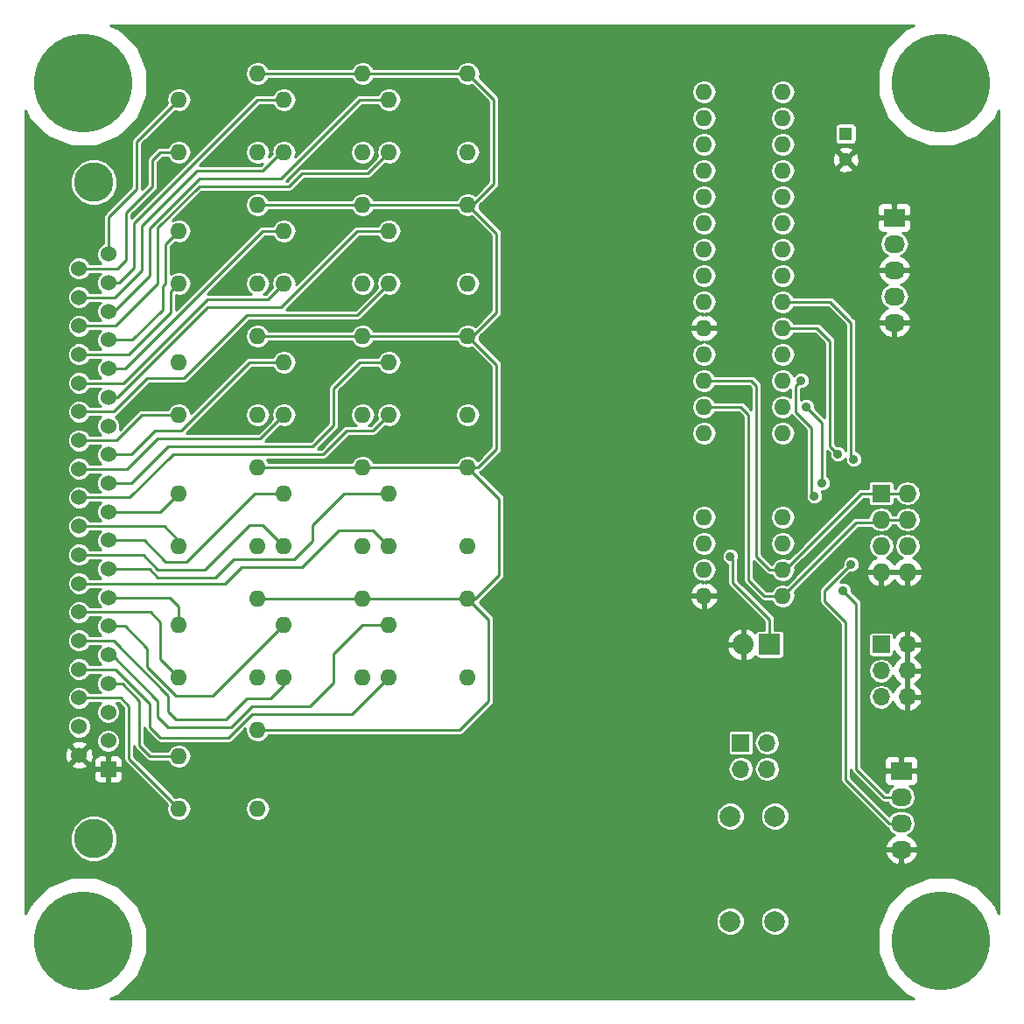
<source format=gbr>
G04 #@! TF.FileFunction,Copper,L2,Bot,Signal*
%FSLAX46Y46*%
G04 Gerber Fmt 4.6, Leading zero omitted, Abs format (unit mm)*
G04 Created by KiCad (PCBNEW (after 2015-mar-04 BZR unknown)-product) date 6/8/2017 1:48:32 PM*
%MOMM*%
G01*
G04 APERTURE LIST*
%ADD10C,0.150000*%
%ADD11C,9.525000*%
%ADD12R,2.032000X2.032000*%
%ADD13O,2.032000X2.032000*%
%ADD14R,1.524000X1.524000*%
%ADD15C,1.524000*%
%ADD16C,3.810000*%
%ADD17O,1.600000X1.600000*%
%ADD18R,1.727200X1.727200*%
%ADD19O,1.727200X1.727200*%
%ADD20R,2.032000X1.727200*%
%ADD21O,2.032000X1.727200*%
%ADD22C,1.998980*%
%ADD23R,1.300000X1.300000*%
%ADD24C,1.300000*%
%ADD25R,1.700000X1.700000*%
%ADD26O,1.700000X1.700000*%
%ADD27C,0.889000*%
%ADD28C,0.254000*%
G04 APERTURE END LIST*
D10*
D11*
X6000000Y-6000000D03*
X89000000Y-6000000D03*
X6000000Y-89000000D03*
X89000000Y-89000000D03*
D12*
X72390000Y-60325000D03*
D13*
X69850000Y-60325000D03*
D14*
X8422400Y-72417400D03*
D15*
X8422400Y-69648800D03*
X8422400Y-66880200D03*
X8422400Y-64111600D03*
X8422400Y-61343000D03*
X8422400Y-58574400D03*
X8422400Y-55805800D03*
X8422400Y-53037200D03*
X8422400Y-50268600D03*
D16*
X7000000Y-79123000D03*
X7000000Y-15623000D03*
D15*
X8422400Y-47500000D03*
X8422400Y-44731400D03*
X8422400Y-41962800D03*
X8422400Y-39194200D03*
X8422400Y-36425600D03*
X8422400Y-33657000D03*
X8422400Y-30888400D03*
X8422400Y-28119800D03*
X8422400Y-25351200D03*
X8422400Y-22582600D03*
X5577600Y-71045800D03*
X5577600Y-68277200D03*
X5577600Y-65508600D03*
X5577600Y-62740000D03*
X5577600Y-59971400D03*
X5577600Y-57202800D03*
X5577600Y-54434200D03*
X5577600Y-51665600D03*
X5577600Y-48897000D03*
X5577600Y-46128400D03*
X5577600Y-43359800D03*
X5577600Y-40591200D03*
X5577600Y-37822600D03*
X5577600Y-35054000D03*
X5577600Y-32285400D03*
X5577600Y-29516800D03*
X5577600Y-26748200D03*
X5577600Y-23979600D03*
D17*
X66040000Y-6858000D03*
X66040000Y-9398000D03*
X66040000Y-11938000D03*
X66040000Y-14478000D03*
X66040000Y-17018000D03*
X66040000Y-19558000D03*
X66040000Y-22098000D03*
X66040000Y-24638000D03*
X66040000Y-27178000D03*
X66040000Y-29718000D03*
X66040000Y-32258000D03*
X66040000Y-34798000D03*
X66040000Y-37338000D03*
X66040000Y-39878000D03*
X73660000Y-39878000D03*
X73660000Y-37338000D03*
X73660000Y-34798000D03*
X73660000Y-32258000D03*
X73660000Y-29718000D03*
X73660000Y-27178000D03*
X73660000Y-24638000D03*
X73660000Y-22098000D03*
X73660000Y-19558000D03*
X73660000Y-17018000D03*
X73660000Y-14478000D03*
X73660000Y-11938000D03*
X73660000Y-9398000D03*
X73660000Y-6858000D03*
X66040000Y-48006000D03*
X66040000Y-50546000D03*
X66040000Y-53086000D03*
X66040000Y-55626000D03*
X73660000Y-55626000D03*
X73660000Y-53086000D03*
X73660000Y-50546000D03*
X73660000Y-48006000D03*
D18*
X83185000Y-45720000D03*
D19*
X85725000Y-45720000D03*
X83185000Y-48260000D03*
X85725000Y-48260000D03*
X83185000Y-50800000D03*
X85725000Y-50800000D03*
X83185000Y-53340000D03*
X85725000Y-53340000D03*
D20*
X84455000Y-19050000D03*
D21*
X84455000Y-21590000D03*
X84455000Y-24130000D03*
X84455000Y-26670000D03*
X84455000Y-29210000D03*
D22*
X68580000Y-76962000D03*
X68580000Y-87122000D03*
X72898000Y-76962000D03*
X72898000Y-87122000D03*
D20*
X85118000Y-72550000D03*
D21*
X85118000Y-75090000D03*
X85118000Y-77630000D03*
X85118000Y-80170000D03*
D23*
X79756000Y-10922000D03*
D24*
X79756000Y-13422000D03*
D25*
X83185000Y-60325000D03*
D26*
X85725000Y-60325000D03*
X83185000Y-62865000D03*
X85725000Y-62865000D03*
X83185000Y-65405000D03*
X85725000Y-65405000D03*
D25*
X69596000Y-69850000D03*
D26*
X72136000Y-69850000D03*
X69596000Y-72390000D03*
X72136000Y-72390000D03*
D17*
X22860000Y-12700000D03*
X15240000Y-7620000D03*
X15240000Y-12700000D03*
X22860000Y-5080000D03*
X33020000Y-12700000D03*
X25400000Y-7620000D03*
X25400000Y-12700000D03*
X33020000Y-5080000D03*
X43180000Y-12700000D03*
X35560000Y-7620000D03*
X35560000Y-12700000D03*
X43180000Y-5080000D03*
X22860000Y-25400000D03*
X15240000Y-20320000D03*
X15240000Y-25400000D03*
X22860000Y-17780000D03*
X33020000Y-25400000D03*
X25400000Y-20320000D03*
X25400000Y-25400000D03*
X33020000Y-17780000D03*
X43180000Y-25400000D03*
X35560000Y-20320000D03*
X35560000Y-25400000D03*
X43180000Y-17780000D03*
X22860000Y-38100000D03*
X15240000Y-33020000D03*
X15240000Y-38100000D03*
X22860000Y-30480000D03*
X33020000Y-38100000D03*
X25400000Y-33020000D03*
X25400000Y-38100000D03*
X33020000Y-30480000D03*
X43180000Y-38100000D03*
X35560000Y-33020000D03*
X35560000Y-38100000D03*
X43180000Y-30480000D03*
X22860000Y-50800000D03*
X15240000Y-45720000D03*
X15240000Y-50800000D03*
X22860000Y-43180000D03*
X33020000Y-50800000D03*
X25400000Y-45720000D03*
X25400000Y-50800000D03*
X33020000Y-43180000D03*
X43180000Y-50800000D03*
X35560000Y-45720000D03*
X35560000Y-50800000D03*
X43180000Y-43180000D03*
X22860000Y-63500000D03*
X15240000Y-58420000D03*
X15240000Y-63500000D03*
X22860000Y-55880000D03*
X33020000Y-63500000D03*
X25400000Y-58420000D03*
X25400000Y-63500000D03*
X33020000Y-55880000D03*
X43180000Y-63500000D03*
X35560000Y-58420000D03*
X35560000Y-63500000D03*
X43180000Y-55880000D03*
X22860000Y-76200000D03*
X15240000Y-71120000D03*
X15240000Y-76200000D03*
X22860000Y-68580000D03*
D27*
X77470000Y-44704000D03*
X75946000Y-37338000D03*
X76708000Y-45974000D03*
X75438000Y-34798000D03*
X60452000Y-2286000D03*
X60706000Y-14478000D03*
X60452000Y-26416000D03*
X67818000Y-43688000D03*
X67310000Y-3048000D03*
X80264000Y-52578000D03*
X80518000Y-42418000D03*
X78994000Y-41910000D03*
X79502000Y-55118000D03*
X68580000Y-51816000D03*
D28*
X77470000Y-38862000D02*
X77470000Y-44704000D01*
X75946000Y-37338000D02*
X77470000Y-38862000D01*
X76454000Y-45720000D02*
X76708000Y-45974000D01*
X76454000Y-39370000D02*
X76454000Y-45720000D01*
X74930000Y-37846000D02*
X76454000Y-39370000D01*
X74930000Y-35306000D02*
X74930000Y-37846000D01*
X75438000Y-34798000D02*
X74930000Y-35306000D01*
X81280000Y-45720000D02*
X83185000Y-45720000D01*
X73914000Y-53086000D02*
X81280000Y-45720000D01*
X73660000Y-53086000D02*
X73914000Y-53086000D01*
X83185000Y-45720000D02*
X85725000Y-45720000D01*
X72390000Y-53086000D02*
X71120000Y-51816000D01*
X71120000Y-51816000D02*
X71120000Y-35306000D01*
X71120000Y-35306000D02*
X70612000Y-34798000D01*
X70612000Y-34798000D02*
X66040000Y-34798000D01*
X73660000Y-53086000D02*
X72390000Y-53086000D01*
X82931000Y-48514000D02*
X83185000Y-48260000D01*
X80772000Y-48514000D02*
X82931000Y-48514000D01*
X73660000Y-55626000D02*
X80772000Y-48514000D01*
X83185000Y-48260000D02*
X85725000Y-48260000D01*
X69596000Y-37338000D02*
X70358000Y-38100000D01*
X70358000Y-38100000D02*
X70358000Y-54102000D01*
X70358000Y-54102000D02*
X71882000Y-55626000D01*
X71882000Y-55626000D02*
X73660000Y-55626000D01*
X66040000Y-37338000D02*
X69596000Y-37338000D01*
X73660000Y-55626000D02*
X74168000Y-55626000D01*
X83980000Y-77630000D02*
X79756000Y-73406000D01*
X79756000Y-73406000D02*
X79756000Y-58166000D01*
X79756000Y-58166000D02*
X77724000Y-56134000D01*
X77724000Y-56134000D02*
X77724000Y-55118000D01*
X77724000Y-55118000D02*
X80264000Y-52578000D01*
X80518000Y-42418000D02*
X80264000Y-42164000D01*
X80264000Y-42164000D02*
X80264000Y-29210000D01*
X80264000Y-29210000D02*
X78232000Y-27178000D01*
X78232000Y-27178000D02*
X73660000Y-27178000D01*
X85118000Y-77630000D02*
X83980000Y-77630000D01*
X76962000Y-29718000D02*
X78232000Y-30988000D01*
X78232000Y-30988000D02*
X78232000Y-41148000D01*
X78232000Y-41148000D02*
X78994000Y-41910000D01*
X79502000Y-55118000D02*
X80772000Y-56388000D01*
X80772000Y-56388000D02*
X80772000Y-72390000D01*
X80772000Y-72390000D02*
X83472000Y-75090000D01*
X83472000Y-75090000D02*
X85118000Y-75090000D01*
X73660000Y-29718000D02*
X76962000Y-29718000D01*
X68580000Y-51816000D02*
X68834000Y-52070000D01*
X68834000Y-52070000D02*
X68834000Y-54356000D01*
X68834000Y-54356000D02*
X72390000Y-57912000D01*
X72390000Y-57912000D02*
X72390000Y-60325000D01*
X8422400Y-22582600D02*
X8422400Y-19009600D01*
X11176000Y-11684000D02*
X15240000Y-7620000D01*
X11176000Y-16256000D02*
X11176000Y-11684000D01*
X8422400Y-19009600D02*
X11176000Y-16256000D01*
X5577600Y-23979600D02*
X9294400Y-23979600D01*
X13462000Y-12700000D02*
X15240000Y-12700000D01*
X12700000Y-13462000D02*
X13462000Y-12700000D01*
X12700000Y-16002000D02*
X12700000Y-13462000D01*
X10160000Y-18542000D02*
X12700000Y-16002000D01*
X10160000Y-23114000D02*
X10160000Y-18542000D01*
X9294400Y-23979600D02*
X10160000Y-23114000D01*
X22860000Y-68580000D02*
X42418000Y-68580000D01*
X45212000Y-57912000D02*
X43180000Y-55880000D01*
X45212000Y-65786000D02*
X45212000Y-57912000D01*
X42418000Y-68580000D02*
X45212000Y-65786000D01*
X43180000Y-55880000D02*
X43942000Y-55880000D01*
X43942000Y-55880000D02*
X46228000Y-53594000D01*
X46228000Y-46228000D02*
X43180000Y-43180000D01*
X46228000Y-53594000D02*
X46228000Y-46228000D01*
X33020000Y-55880000D02*
X43180000Y-55880000D01*
X22860000Y-55880000D02*
X33020000Y-55880000D01*
X33020000Y-43180000D02*
X43180000Y-43180000D01*
X22860000Y-43180000D02*
X33020000Y-43180000D01*
X33020000Y-30480000D02*
X43180000Y-30480000D01*
X22860000Y-30480000D02*
X33020000Y-30480000D01*
X43180000Y-43180000D02*
X44196000Y-43180000D01*
X45974000Y-33274000D02*
X43180000Y-30480000D01*
X45974000Y-41402000D02*
X45974000Y-33274000D01*
X44196000Y-43180000D02*
X45974000Y-41402000D01*
X43180000Y-30480000D02*
X43688000Y-30480000D01*
X43688000Y-30480000D02*
X45974000Y-28194000D01*
X45974000Y-28194000D02*
X45974000Y-20574000D01*
X45974000Y-20574000D02*
X43180000Y-17780000D01*
X43180000Y-17780000D02*
X43688000Y-17780000D01*
X43688000Y-17780000D02*
X45720000Y-15748000D01*
X45720000Y-7620000D02*
X43180000Y-5080000D01*
X45720000Y-15748000D02*
X45720000Y-7620000D01*
X33020000Y-17780000D02*
X43180000Y-17780000D01*
X22860000Y-17780000D02*
X33020000Y-17780000D01*
X33020000Y-5080000D02*
X43180000Y-5080000D01*
X22860000Y-5080000D02*
X33020000Y-5080000D01*
X8422400Y-25351200D02*
X9446800Y-25351200D01*
X22860000Y-7620000D02*
X25400000Y-7620000D01*
X10922000Y-19558000D02*
X22860000Y-7620000D01*
X10922000Y-23876000D02*
X10922000Y-19558000D01*
X9446800Y-25351200D02*
X10922000Y-23876000D01*
X5577600Y-26748200D02*
X9065800Y-26748200D01*
X23368000Y-14478000D02*
X25146000Y-12700000D01*
X17018000Y-14478000D02*
X23368000Y-14478000D01*
X11684000Y-19812000D02*
X17018000Y-14478000D01*
X11684000Y-24130000D02*
X11684000Y-19812000D01*
X9065800Y-26748200D02*
X11684000Y-24130000D01*
X25146000Y-12700000D02*
X25400000Y-12700000D01*
X8422400Y-28119800D02*
X8964200Y-28119800D01*
X8964200Y-28119800D02*
X12446000Y-24638000D01*
X12446000Y-24638000D02*
X12446000Y-20066000D01*
X12446000Y-20066000D02*
X17272000Y-15240000D01*
X17272000Y-15240000D02*
X25146000Y-15240000D01*
X25146000Y-15240000D02*
X32766000Y-7620000D01*
X32766000Y-7620000D02*
X35560000Y-7620000D01*
X5577600Y-29516800D02*
X9091200Y-29516800D01*
X33528000Y-14732000D02*
X35560000Y-12700000D01*
X27178000Y-14732000D02*
X33528000Y-14732000D01*
X25908000Y-16002000D02*
X27178000Y-14732000D01*
X17228424Y-16002000D02*
X25908000Y-16002000D01*
X13208000Y-20022424D02*
X17228424Y-16002000D01*
X13208000Y-25400000D02*
X13208000Y-20022424D01*
X9091200Y-29516800D02*
X13208000Y-25400000D01*
X8422400Y-30888400D02*
X10767600Y-30888400D01*
X13970000Y-21590000D02*
X15240000Y-20320000D01*
X13970000Y-25400000D02*
X13970000Y-21590000D01*
X13716000Y-25654000D02*
X13970000Y-25400000D01*
X13716000Y-27940000D02*
X13716000Y-25654000D01*
X10767600Y-30888400D02*
X13716000Y-27940000D01*
X5577600Y-32285400D02*
X10386600Y-32285400D01*
X14478000Y-26162000D02*
X15240000Y-25400000D01*
X14478000Y-28194000D02*
X14478000Y-26162000D01*
X10386600Y-32285400D02*
X14478000Y-28194000D01*
X8422400Y-33657000D02*
X10031000Y-33657000D01*
X23368000Y-20320000D02*
X25400000Y-20320000D01*
X10031000Y-33657000D02*
X23368000Y-20320000D01*
X5577600Y-35054000D02*
X9904000Y-35054000D01*
X23876000Y-26924000D02*
X25400000Y-25400000D01*
X18034000Y-26924000D02*
X23876000Y-26924000D01*
X9904000Y-35054000D02*
X18034000Y-26924000D01*
X8422400Y-36425600D02*
X9294400Y-36425600D01*
X32512000Y-20320000D02*
X35560000Y-20320000D01*
X25146000Y-27686000D02*
X32512000Y-20320000D01*
X18034000Y-27686000D02*
X25146000Y-27686000D01*
X9294400Y-36425600D02*
X18034000Y-27686000D01*
X5577600Y-37822600D02*
X8913400Y-37822600D01*
X32512000Y-28448000D02*
X35560000Y-25400000D01*
X21844000Y-28448000D02*
X32512000Y-28448000D01*
X15748000Y-34544000D02*
X21844000Y-28448000D01*
X12192000Y-34544000D02*
X15748000Y-34544000D01*
X8913400Y-37822600D02*
X12192000Y-34544000D01*
X5577600Y-40591200D02*
X9192800Y-40591200D01*
X11684000Y-38100000D02*
X15240000Y-38100000D01*
X9192800Y-40591200D02*
X11684000Y-38100000D01*
X8422400Y-41962800D02*
X10615200Y-41962800D01*
X22098000Y-33020000D02*
X25400000Y-33020000D01*
X15494000Y-39624000D02*
X22098000Y-33020000D01*
X12954000Y-39624000D02*
X15494000Y-39624000D01*
X10615200Y-41962800D02*
X12954000Y-39624000D01*
X5577600Y-43359800D02*
X10234200Y-43359800D01*
X23114000Y-40386000D02*
X25400000Y-38100000D01*
X13208000Y-40386000D02*
X23114000Y-40386000D01*
X10234200Y-43359800D02*
X13208000Y-40386000D01*
X8422400Y-44731400D02*
X10640600Y-44731400D01*
X32766000Y-33020000D02*
X35560000Y-33020000D01*
X30226000Y-35560000D02*
X32766000Y-33020000D01*
X30226000Y-39116000D02*
X30226000Y-35560000D01*
X28194000Y-41148000D02*
X30226000Y-39116000D01*
X14224000Y-41148000D02*
X28194000Y-41148000D01*
X10640600Y-44731400D02*
X14224000Y-41148000D01*
X5577600Y-46128400D02*
X10513600Y-46128400D01*
X34036000Y-39624000D02*
X35560000Y-38100000D01*
X31496000Y-39624000D02*
X34036000Y-39624000D01*
X29210000Y-41910000D02*
X31496000Y-39624000D01*
X14732000Y-41910000D02*
X29210000Y-41910000D01*
X10513600Y-46128400D02*
X14732000Y-41910000D01*
X8422400Y-47500000D02*
X13460000Y-47500000D01*
X13460000Y-47500000D02*
X15240000Y-45720000D01*
X5577600Y-48897000D02*
X13841000Y-48897000D01*
X13841000Y-48897000D02*
X15240000Y-50296000D01*
X15240000Y-50296000D02*
X15240000Y-50800000D01*
X8422400Y-50268600D02*
X11914600Y-50268600D01*
X22606000Y-45720000D02*
X25400000Y-45720000D01*
X16002000Y-52324000D02*
X22606000Y-45720000D01*
X13970000Y-52324000D02*
X16002000Y-52324000D01*
X11914600Y-50268600D02*
X13970000Y-52324000D01*
X16256000Y-53086000D02*
X17780000Y-53086000D01*
X23368000Y-48768000D02*
X25400000Y-50800000D01*
X22098000Y-48768000D02*
X23368000Y-48768000D01*
X17780000Y-53086000D02*
X22098000Y-48768000D01*
X5577600Y-51665600D02*
X11787600Y-51665600D01*
X13208000Y-53086000D02*
X16256000Y-53086000D01*
X11787600Y-51665600D02*
X13208000Y-53086000D01*
X16002000Y-53848000D02*
X18796000Y-53848000D01*
X20574000Y-52070000D02*
X26416000Y-52070000D01*
X18796000Y-53848000D02*
X20574000Y-52070000D01*
X8422400Y-53037200D02*
X12397200Y-53037200D01*
X31242000Y-45720000D02*
X35560000Y-45720000D01*
X28194000Y-48768000D02*
X31242000Y-45720000D01*
X28194000Y-50292000D02*
X28194000Y-48768000D01*
X26416000Y-52070000D02*
X28194000Y-50292000D01*
X13208000Y-53848000D02*
X16002000Y-53848000D01*
X12397200Y-53037200D02*
X13208000Y-53848000D01*
X15748000Y-54434200D02*
X19733800Y-54434200D01*
X21336000Y-52832000D02*
X27178000Y-52832000D01*
X19733800Y-54434200D02*
X21336000Y-52832000D01*
X5577600Y-54434200D02*
X15748000Y-54434200D01*
X34036000Y-49276000D02*
X35560000Y-50800000D01*
X30734000Y-49276000D02*
X34036000Y-49276000D01*
X27178000Y-52832000D02*
X30734000Y-49276000D01*
X8422400Y-55805800D02*
X14403800Y-55805800D01*
X15240000Y-56642000D02*
X15240000Y-58420000D01*
X14403800Y-55805800D02*
X15240000Y-56642000D01*
X5577600Y-57202800D02*
X12498800Y-57202800D01*
X13462000Y-61722000D02*
X15240000Y-63500000D01*
X13462000Y-58166000D02*
X13462000Y-61722000D01*
X12498800Y-57202800D02*
X13462000Y-58166000D01*
X15748000Y-65278000D02*
X18542000Y-65278000D01*
X18542000Y-65278000D02*
X25400000Y-58420000D01*
X8422400Y-58574400D02*
X10060400Y-58574400D01*
X14986000Y-65278000D02*
X15748000Y-65278000D01*
X12192000Y-62484000D02*
X14986000Y-65278000D01*
X12192000Y-60706000D02*
X12192000Y-62484000D01*
X10060400Y-58574400D02*
X12192000Y-60706000D01*
X7366000Y-59971400D02*
X8917400Y-59971400D01*
X19812000Y-67564000D02*
X21844000Y-65532000D01*
X14986000Y-67564000D02*
X19812000Y-67564000D01*
X14224000Y-66802000D02*
X14986000Y-67564000D01*
X14224000Y-65278000D02*
X14224000Y-66802000D01*
X8917400Y-59971400D02*
X14224000Y-65278000D01*
X5577600Y-59971400D02*
X7366000Y-59971400D01*
X24130000Y-65532000D02*
X25400000Y-64262000D01*
X21844000Y-65532000D02*
X24130000Y-65532000D01*
X25400000Y-64262000D02*
X25400000Y-63500000D01*
X8422400Y-61343000D02*
X8765000Y-61343000D01*
X8765000Y-61343000D02*
X13208000Y-65786000D01*
X20320000Y-68326000D02*
X22352000Y-66294000D01*
X14224000Y-68326000D02*
X20320000Y-68326000D01*
X13208000Y-67310000D02*
X14224000Y-68326000D01*
X13208000Y-65786000D02*
X13208000Y-67310000D01*
X35560000Y-58420000D02*
X33020000Y-58420000D01*
X22352000Y-66294000D02*
X27940000Y-66294000D01*
X27940000Y-66294000D02*
X30226000Y-64008000D01*
X30226000Y-61214000D02*
X30226000Y-64008000D01*
X33020000Y-58420000D02*
X30226000Y-61214000D01*
X5577600Y-62740000D02*
X9146000Y-62740000D01*
X20066000Y-69342000D02*
X22352000Y-67056000D01*
X13462000Y-69342000D02*
X20066000Y-69342000D01*
X12446000Y-68326000D02*
X13462000Y-69342000D01*
X12446000Y-66040000D02*
X12446000Y-68326000D01*
X9146000Y-62740000D02*
X12446000Y-66040000D01*
X32004000Y-67056000D02*
X35560000Y-63500000D01*
X22352000Y-67056000D02*
X32004000Y-67056000D01*
X8422400Y-64111600D02*
X9755600Y-64111600D01*
X12446000Y-71120000D02*
X15240000Y-71120000D01*
X11430000Y-70104000D02*
X12446000Y-71120000D01*
X11430000Y-65786000D02*
X11430000Y-70104000D01*
X9755600Y-64111600D02*
X11430000Y-65786000D01*
X8422400Y-64111600D02*
X8422400Y-64302400D01*
X5577600Y-65508600D02*
X9628600Y-65508600D01*
X9628600Y-65508600D02*
X10414000Y-66294000D01*
X10414000Y-71374000D02*
X13208000Y-74168000D01*
X10414000Y-66294000D02*
X10414000Y-71374000D01*
X13208000Y-74168000D02*
X15240000Y-76200000D01*
G36*
X94569000Y-86348473D02*
X94224815Y-85515482D01*
X92493632Y-83781275D01*
X90230575Y-82841571D01*
X87780175Y-82839433D01*
X87179958Y-83087437D01*
X87179958Y-53699026D01*
X87179958Y-52980974D01*
X87007688Y-52565053D01*
X86613490Y-52133179D01*
X86223338Y-51950323D01*
X86225671Y-51949860D01*
X86629448Y-51680065D01*
X86899243Y-51276288D01*
X86993983Y-50800000D01*
X86993983Y-48260000D01*
X86899243Y-47783712D01*
X86629448Y-47379935D01*
X86225671Y-47110140D01*
X85749383Y-47015400D01*
X85700617Y-47015400D01*
X85224329Y-47110140D01*
X84820552Y-47379935D01*
X84571946Y-47752000D01*
X84338053Y-47752000D01*
X84089448Y-47379935D01*
X83685671Y-47110140D01*
X83209383Y-47015400D01*
X83160617Y-47015400D01*
X82684329Y-47110140D01*
X82280552Y-47379935D01*
X82010757Y-47783712D01*
X81966540Y-48006000D01*
X80772000Y-48006000D01*
X80577597Y-48044669D01*
X80412790Y-48154790D01*
X74049671Y-54517908D01*
X73683137Y-54445000D01*
X73636863Y-54445000D01*
X73184914Y-54534898D01*
X72801770Y-54790907D01*
X72583213Y-55118000D01*
X72092420Y-55118000D01*
X70866000Y-53891579D01*
X70866000Y-52280420D01*
X72030790Y-53445210D01*
X72195596Y-53555331D01*
X72195597Y-53555331D01*
X72227849Y-53561746D01*
X72390000Y-53594000D01*
X72583213Y-53594000D01*
X72801770Y-53921093D01*
X73184914Y-54177102D01*
X73636863Y-54267000D01*
X73683137Y-54267000D01*
X74135086Y-54177102D01*
X74518230Y-53921093D01*
X74774239Y-53537949D01*
X74864137Y-53086000D01*
X74825692Y-52892727D01*
X81490420Y-46228000D01*
X81932936Y-46228000D01*
X81932936Y-46583600D01*
X81961122Y-46728874D01*
X82044996Y-46856556D01*
X82171616Y-46942026D01*
X82321400Y-46972064D01*
X84048600Y-46972064D01*
X84193874Y-46943878D01*
X84321556Y-46860004D01*
X84407026Y-46733384D01*
X84437064Y-46583600D01*
X84437064Y-46228000D01*
X84571946Y-46228000D01*
X84820552Y-46600065D01*
X85224329Y-46869860D01*
X85700617Y-46964600D01*
X85749383Y-46964600D01*
X86225671Y-46869860D01*
X86629448Y-46600065D01*
X86899243Y-46196288D01*
X86993983Y-45720000D01*
X86899243Y-45243712D01*
X86629448Y-44839935D01*
X86225671Y-44570140D01*
X86106000Y-44546335D01*
X86106000Y-20039910D01*
X86106000Y-19787291D01*
X86106000Y-19335750D01*
X86106000Y-18764250D01*
X86106000Y-18312709D01*
X86106000Y-18060090D01*
X86009327Y-17826701D01*
X85830698Y-17648073D01*
X85597309Y-17551400D01*
X84740750Y-17551400D01*
X84582000Y-17710150D01*
X84582000Y-18923000D01*
X85947250Y-18923000D01*
X86106000Y-18764250D01*
X86106000Y-19335750D01*
X85947250Y-19177000D01*
X84582000Y-19177000D01*
X84582000Y-19197000D01*
X84328000Y-19197000D01*
X84328000Y-19177000D01*
X84328000Y-18923000D01*
X84328000Y-17710150D01*
X84169250Y-17551400D01*
X83312691Y-17551400D01*
X83079302Y-17648073D01*
X82900673Y-17826701D01*
X82804000Y-18060090D01*
X82804000Y-18312709D01*
X82804000Y-18764250D01*
X82962750Y-18923000D01*
X84328000Y-18923000D01*
X84328000Y-19177000D01*
X82962750Y-19177000D01*
X82804000Y-19335750D01*
X82804000Y-19787291D01*
X82804000Y-20039910D01*
X82900673Y-20273299D01*
X83079302Y-20451927D01*
X83312691Y-20548600D01*
X83636621Y-20548600D01*
X83395166Y-20709935D01*
X83125371Y-21113712D01*
X83030631Y-21590000D01*
X83125371Y-22066288D01*
X83395166Y-22470065D01*
X83798943Y-22739860D01*
X83813242Y-22742704D01*
X83540680Y-22838046D01*
X83104268Y-23227964D01*
X82850291Y-23755209D01*
X82847642Y-23770974D01*
X82968783Y-24003000D01*
X84328000Y-24003000D01*
X84328000Y-23983000D01*
X84582000Y-23983000D01*
X84582000Y-24003000D01*
X85941217Y-24003000D01*
X86062358Y-23770974D01*
X86059709Y-23755209D01*
X85805732Y-23227964D01*
X85369320Y-22838046D01*
X85096757Y-22742704D01*
X85111057Y-22739860D01*
X85514834Y-22470065D01*
X85784629Y-22066288D01*
X85879369Y-21590000D01*
X85784629Y-21113712D01*
X85514834Y-20709935D01*
X85273378Y-20548600D01*
X85597309Y-20548600D01*
X85830698Y-20451927D01*
X86009327Y-20273299D01*
X86106000Y-20039910D01*
X86106000Y-44546335D01*
X86062358Y-44537654D01*
X86062358Y-29569026D01*
X86062358Y-28850974D01*
X86059709Y-28835209D01*
X85805732Y-28307964D01*
X85369320Y-27918046D01*
X85096757Y-27822704D01*
X85111057Y-27819860D01*
X85514834Y-27550065D01*
X85784629Y-27146288D01*
X85879369Y-26670000D01*
X85784629Y-26193712D01*
X85514834Y-25789935D01*
X85111057Y-25520140D01*
X85096757Y-25517295D01*
X85369320Y-25421954D01*
X85805732Y-25032036D01*
X86059709Y-24504791D01*
X86062358Y-24489026D01*
X85941217Y-24257000D01*
X84582000Y-24257000D01*
X84582000Y-24277000D01*
X84328000Y-24277000D01*
X84328000Y-24257000D01*
X82968783Y-24257000D01*
X82847642Y-24489026D01*
X82850291Y-24504791D01*
X83104268Y-25032036D01*
X83540680Y-25421954D01*
X83813242Y-25517295D01*
X83798943Y-25520140D01*
X83395166Y-25789935D01*
X83125371Y-26193712D01*
X83030631Y-26670000D01*
X83125371Y-27146288D01*
X83395166Y-27550065D01*
X83798943Y-27819860D01*
X83813242Y-27822704D01*
X83540680Y-27918046D01*
X83104268Y-28307964D01*
X82850291Y-28835209D01*
X82847642Y-28850974D01*
X82968783Y-29083000D01*
X84328000Y-29083000D01*
X84328000Y-29063000D01*
X84582000Y-29063000D01*
X84582000Y-29083000D01*
X85941217Y-29083000D01*
X86062358Y-28850974D01*
X86062358Y-29569026D01*
X85941217Y-29337000D01*
X84582000Y-29337000D01*
X84582000Y-30550924D01*
X84816913Y-30695184D01*
X85369320Y-30501954D01*
X85805732Y-30112036D01*
X86059709Y-29584791D01*
X86062358Y-29569026D01*
X86062358Y-44537654D01*
X85749383Y-44475400D01*
X85700617Y-44475400D01*
X85224329Y-44570140D01*
X84820552Y-44839935D01*
X84571946Y-45212000D01*
X84437064Y-45212000D01*
X84437064Y-44856400D01*
X84408878Y-44711126D01*
X84328000Y-44588004D01*
X84328000Y-30550924D01*
X84328000Y-29337000D01*
X82968783Y-29337000D01*
X82847642Y-29569026D01*
X82850291Y-29584791D01*
X83104268Y-30112036D01*
X83540680Y-30501954D01*
X84093087Y-30695184D01*
X84328000Y-30550924D01*
X84328000Y-44588004D01*
X84325004Y-44583444D01*
X84198384Y-44497974D01*
X84048600Y-44467936D01*
X82321400Y-44467936D01*
X82176126Y-44496122D01*
X82048444Y-44579996D01*
X81962974Y-44706616D01*
X81932936Y-44856400D01*
X81932936Y-45212000D01*
X81343643Y-45212000D01*
X81343643Y-42254518D01*
X81218233Y-41951002D01*
X81053622Y-41786103D01*
X81053622Y-13602922D01*
X81024083Y-13092572D01*
X80885611Y-12758271D01*
X80794464Y-12736262D01*
X80794464Y-11572000D01*
X80794464Y-10272000D01*
X80766278Y-10126726D01*
X80682404Y-9999044D01*
X80555784Y-9913574D01*
X80406000Y-9883536D01*
X79106000Y-9883536D01*
X78960726Y-9911722D01*
X78833044Y-9995596D01*
X78747574Y-10122216D01*
X78717536Y-10272000D01*
X78717536Y-11572000D01*
X78745722Y-11717274D01*
X78829596Y-11844956D01*
X78956216Y-11930426D01*
X79106000Y-11960464D01*
X80406000Y-11960464D01*
X80551274Y-11932278D01*
X80678956Y-11848404D01*
X80764426Y-11721784D01*
X80794464Y-11572000D01*
X80794464Y-12736262D01*
X80655016Y-12702590D01*
X80475410Y-12882195D01*
X80475410Y-12522984D01*
X80419729Y-12292389D01*
X79936922Y-12124378D01*
X79426572Y-12153917D01*
X79092271Y-12292389D01*
X79036590Y-12522984D01*
X79756000Y-13242395D01*
X80475410Y-12522984D01*
X80475410Y-12882195D01*
X79935605Y-13422000D01*
X80655016Y-14141410D01*
X80885611Y-14085729D01*
X81053622Y-13602922D01*
X81053622Y-41786103D01*
X80986219Y-41718583D01*
X80772000Y-41629631D01*
X80772000Y-29210000D01*
X80733331Y-29015597D01*
X80623210Y-28850790D01*
X80475410Y-28702990D01*
X80475410Y-14321016D01*
X79756000Y-13601605D01*
X79576395Y-13781210D01*
X79576395Y-13422000D01*
X78856984Y-12702590D01*
X78626389Y-12758271D01*
X78458378Y-13241078D01*
X78487917Y-13751428D01*
X78626389Y-14085729D01*
X78856984Y-14141410D01*
X79576395Y-13422000D01*
X79576395Y-13781210D01*
X79036590Y-14321016D01*
X79092271Y-14551611D01*
X79575078Y-14719622D01*
X80085428Y-14690083D01*
X80419729Y-14551611D01*
X80475410Y-14321016D01*
X80475410Y-28702990D01*
X78591210Y-26818790D01*
X78426403Y-26708669D01*
X78232000Y-26670000D01*
X74864137Y-26670000D01*
X74864137Y-24638000D01*
X74864137Y-22098000D01*
X74864137Y-19558000D01*
X74864137Y-17018000D01*
X74864137Y-14478000D01*
X74864137Y-11938000D01*
X74864137Y-9398000D01*
X74864137Y-6858000D01*
X74774239Y-6406051D01*
X74518230Y-6022907D01*
X74135086Y-5766898D01*
X73683137Y-5677000D01*
X73636863Y-5677000D01*
X73184914Y-5766898D01*
X72801770Y-6022907D01*
X72545761Y-6406051D01*
X72455863Y-6858000D01*
X72545761Y-7309949D01*
X72801770Y-7693093D01*
X73184914Y-7949102D01*
X73636863Y-8039000D01*
X73683137Y-8039000D01*
X74135086Y-7949102D01*
X74518230Y-7693093D01*
X74774239Y-7309949D01*
X74864137Y-6858000D01*
X74864137Y-9398000D01*
X74774239Y-8946051D01*
X74518230Y-8562907D01*
X74135086Y-8306898D01*
X73683137Y-8217000D01*
X73636863Y-8217000D01*
X73184914Y-8306898D01*
X72801770Y-8562907D01*
X72545761Y-8946051D01*
X72455863Y-9398000D01*
X72545761Y-9849949D01*
X72801770Y-10233093D01*
X73184914Y-10489102D01*
X73636863Y-10579000D01*
X73683137Y-10579000D01*
X74135086Y-10489102D01*
X74518230Y-10233093D01*
X74774239Y-9849949D01*
X74864137Y-9398000D01*
X74864137Y-11938000D01*
X74774239Y-11486051D01*
X74518230Y-11102907D01*
X74135086Y-10846898D01*
X73683137Y-10757000D01*
X73636863Y-10757000D01*
X73184914Y-10846898D01*
X72801770Y-11102907D01*
X72545761Y-11486051D01*
X72455863Y-11938000D01*
X72545761Y-12389949D01*
X72801770Y-12773093D01*
X73184914Y-13029102D01*
X73636863Y-13119000D01*
X73683137Y-13119000D01*
X74135086Y-13029102D01*
X74518230Y-12773093D01*
X74774239Y-12389949D01*
X74864137Y-11938000D01*
X74864137Y-14478000D01*
X74774239Y-14026051D01*
X74518230Y-13642907D01*
X74135086Y-13386898D01*
X73683137Y-13297000D01*
X73636863Y-13297000D01*
X73184914Y-13386898D01*
X72801770Y-13642907D01*
X72545761Y-14026051D01*
X72455863Y-14478000D01*
X72545761Y-14929949D01*
X72801770Y-15313093D01*
X73184914Y-15569102D01*
X73636863Y-15659000D01*
X73683137Y-15659000D01*
X74135086Y-15569102D01*
X74518230Y-15313093D01*
X74774239Y-14929949D01*
X74864137Y-14478000D01*
X74864137Y-17018000D01*
X74774239Y-16566051D01*
X74518230Y-16182907D01*
X74135086Y-15926898D01*
X73683137Y-15837000D01*
X73636863Y-15837000D01*
X73184914Y-15926898D01*
X72801770Y-16182907D01*
X72545761Y-16566051D01*
X72455863Y-17018000D01*
X72545761Y-17469949D01*
X72801770Y-17853093D01*
X73184914Y-18109102D01*
X73636863Y-18199000D01*
X73683137Y-18199000D01*
X74135086Y-18109102D01*
X74518230Y-17853093D01*
X74774239Y-17469949D01*
X74864137Y-17018000D01*
X74864137Y-19558000D01*
X74774239Y-19106051D01*
X74518230Y-18722907D01*
X74135086Y-18466898D01*
X73683137Y-18377000D01*
X73636863Y-18377000D01*
X73184914Y-18466898D01*
X72801770Y-18722907D01*
X72545761Y-19106051D01*
X72455863Y-19558000D01*
X72545761Y-20009949D01*
X72801770Y-20393093D01*
X73184914Y-20649102D01*
X73636863Y-20739000D01*
X73683137Y-20739000D01*
X74135086Y-20649102D01*
X74518230Y-20393093D01*
X74774239Y-20009949D01*
X74864137Y-19558000D01*
X74864137Y-22098000D01*
X74774239Y-21646051D01*
X74518230Y-21262907D01*
X74135086Y-21006898D01*
X73683137Y-20917000D01*
X73636863Y-20917000D01*
X73184914Y-21006898D01*
X72801770Y-21262907D01*
X72545761Y-21646051D01*
X72455863Y-22098000D01*
X72545761Y-22549949D01*
X72801770Y-22933093D01*
X73184914Y-23189102D01*
X73636863Y-23279000D01*
X73683137Y-23279000D01*
X74135086Y-23189102D01*
X74518230Y-22933093D01*
X74774239Y-22549949D01*
X74864137Y-22098000D01*
X74864137Y-24638000D01*
X74774239Y-24186051D01*
X74518230Y-23802907D01*
X74135086Y-23546898D01*
X73683137Y-23457000D01*
X73636863Y-23457000D01*
X73184914Y-23546898D01*
X72801770Y-23802907D01*
X72545761Y-24186051D01*
X72455863Y-24638000D01*
X72545761Y-25089949D01*
X72801770Y-25473093D01*
X73184914Y-25729102D01*
X73636863Y-25819000D01*
X73683137Y-25819000D01*
X74135086Y-25729102D01*
X74518230Y-25473093D01*
X74774239Y-25089949D01*
X74864137Y-24638000D01*
X74864137Y-26670000D01*
X74736786Y-26670000D01*
X74518230Y-26342907D01*
X74135086Y-26086898D01*
X73683137Y-25997000D01*
X73636863Y-25997000D01*
X73184914Y-26086898D01*
X72801770Y-26342907D01*
X72545761Y-26726051D01*
X72455863Y-27178000D01*
X72545761Y-27629949D01*
X72801770Y-28013093D01*
X73184914Y-28269102D01*
X73636863Y-28359000D01*
X73683137Y-28359000D01*
X74135086Y-28269102D01*
X74518230Y-28013093D01*
X74736786Y-27686000D01*
X78021580Y-27686000D01*
X79756000Y-29420420D01*
X79756000Y-41592489D01*
X79694233Y-41443002D01*
X79462219Y-41210583D01*
X79158923Y-41084643D01*
X78886826Y-41084406D01*
X78740000Y-40937580D01*
X78740000Y-30988000D01*
X78707746Y-30825849D01*
X78701331Y-30793597D01*
X78701331Y-30793596D01*
X78591210Y-30628790D01*
X77321210Y-29358790D01*
X77156403Y-29248669D01*
X76962000Y-29210000D01*
X74736786Y-29210000D01*
X74518230Y-28882907D01*
X74135086Y-28626898D01*
X73683137Y-28537000D01*
X73636863Y-28537000D01*
X73184914Y-28626898D01*
X72801770Y-28882907D01*
X72545761Y-29266051D01*
X72455863Y-29718000D01*
X72545761Y-30169949D01*
X72801770Y-30553093D01*
X73184914Y-30809102D01*
X73636863Y-30899000D01*
X73683137Y-30899000D01*
X74135086Y-30809102D01*
X74518230Y-30553093D01*
X74736786Y-30226000D01*
X76751580Y-30226000D01*
X77724000Y-31198420D01*
X77724000Y-38397579D01*
X76771407Y-37444987D01*
X76771643Y-37174518D01*
X76646233Y-36871002D01*
X76414219Y-36638583D01*
X76110923Y-36512643D01*
X75782518Y-36512357D01*
X75479002Y-36637767D01*
X75438000Y-36678697D01*
X75438000Y-35623500D01*
X75601482Y-35623643D01*
X75904998Y-35498233D01*
X76137417Y-35266219D01*
X76263357Y-34962923D01*
X76263643Y-34634518D01*
X76138233Y-34331002D01*
X75906219Y-34098583D01*
X75602923Y-33972643D01*
X75274518Y-33972357D01*
X74971002Y-34097767D01*
X74864137Y-34204445D01*
X74864137Y-32258000D01*
X74774239Y-31806051D01*
X74518230Y-31422907D01*
X74135086Y-31166898D01*
X73683137Y-31077000D01*
X73636863Y-31077000D01*
X73184914Y-31166898D01*
X72801770Y-31422907D01*
X72545761Y-31806051D01*
X72455863Y-32258000D01*
X72545761Y-32709949D01*
X72801770Y-33093093D01*
X73184914Y-33349102D01*
X73636863Y-33439000D01*
X73683137Y-33439000D01*
X74135086Y-33349102D01*
X74518230Y-33093093D01*
X74774239Y-32709949D01*
X74864137Y-32258000D01*
X74864137Y-34204445D01*
X74753450Y-34314939D01*
X74518230Y-33962907D01*
X74135086Y-33706898D01*
X73683137Y-33617000D01*
X73636863Y-33617000D01*
X73184914Y-33706898D01*
X72801770Y-33962907D01*
X72545761Y-34346051D01*
X72455863Y-34798000D01*
X72545761Y-35249949D01*
X72801770Y-35633093D01*
X73184914Y-35889102D01*
X73636863Y-35979000D01*
X73683137Y-35979000D01*
X74135086Y-35889102D01*
X74422000Y-35697391D01*
X74422000Y-36438608D01*
X74135086Y-36246898D01*
X73683137Y-36157000D01*
X73636863Y-36157000D01*
X73184914Y-36246898D01*
X72801770Y-36502907D01*
X72545761Y-36886051D01*
X72455863Y-37338000D01*
X72545761Y-37789949D01*
X72801770Y-38173093D01*
X73184914Y-38429102D01*
X73636863Y-38519000D01*
X73683137Y-38519000D01*
X74135086Y-38429102D01*
X74518230Y-38173093D01*
X74533779Y-38149820D01*
X74570790Y-38205210D01*
X75946000Y-39580420D01*
X75946000Y-45656497D01*
X75882643Y-45809077D01*
X75882357Y-46137482D01*
X76007767Y-46440998D01*
X76239781Y-46673417D01*
X76543077Y-46799357D01*
X76871482Y-46799643D01*
X77174998Y-46674233D01*
X77407417Y-46442219D01*
X77533357Y-46138923D01*
X77533643Y-45810518D01*
X77417510Y-45529454D01*
X77633482Y-45529643D01*
X77936998Y-45404233D01*
X78169417Y-45172219D01*
X78295357Y-44868923D01*
X78295643Y-44540518D01*
X78170233Y-44237002D01*
X77978000Y-44044433D01*
X77978000Y-41612420D01*
X78168592Y-41803012D01*
X78168357Y-42073482D01*
X78293767Y-42376998D01*
X78525781Y-42609417D01*
X78829077Y-42735357D01*
X79157482Y-42735643D01*
X79460998Y-42610233D01*
X79692533Y-42379101D01*
X79692357Y-42581482D01*
X79817767Y-42884998D01*
X80049781Y-43117417D01*
X80353077Y-43243357D01*
X80681482Y-43243643D01*
X80984998Y-43118233D01*
X81217417Y-42886219D01*
X81343357Y-42582923D01*
X81343643Y-42254518D01*
X81343643Y-45212000D01*
X81280000Y-45212000D01*
X81085596Y-45250669D01*
X80920790Y-45360790D01*
X74864137Y-51417442D01*
X74864137Y-50546000D01*
X74864137Y-48006000D01*
X74864137Y-39878000D01*
X74774239Y-39426051D01*
X74518230Y-39042907D01*
X74135086Y-38786898D01*
X73683137Y-38697000D01*
X73636863Y-38697000D01*
X73184914Y-38786898D01*
X72801770Y-39042907D01*
X72545761Y-39426051D01*
X72455863Y-39878000D01*
X72545761Y-40329949D01*
X72801770Y-40713093D01*
X73184914Y-40969102D01*
X73636863Y-41059000D01*
X73683137Y-41059000D01*
X74135086Y-40969102D01*
X74518230Y-40713093D01*
X74774239Y-40329949D01*
X74864137Y-39878000D01*
X74864137Y-48006000D01*
X74774239Y-47554051D01*
X74518230Y-47170907D01*
X74135086Y-46914898D01*
X73683137Y-46825000D01*
X73636863Y-46825000D01*
X73184914Y-46914898D01*
X72801770Y-47170907D01*
X72545761Y-47554051D01*
X72455863Y-48006000D01*
X72545761Y-48457949D01*
X72801770Y-48841093D01*
X73184914Y-49097102D01*
X73636863Y-49187000D01*
X73683137Y-49187000D01*
X74135086Y-49097102D01*
X74518230Y-48841093D01*
X74774239Y-48457949D01*
X74864137Y-48006000D01*
X74864137Y-50546000D01*
X74774239Y-50094051D01*
X74518230Y-49710907D01*
X74135086Y-49454898D01*
X73683137Y-49365000D01*
X73636863Y-49365000D01*
X73184914Y-49454898D01*
X72801770Y-49710907D01*
X72545761Y-50094051D01*
X72455863Y-50546000D01*
X72545761Y-50997949D01*
X72801770Y-51381093D01*
X73184914Y-51637102D01*
X73636863Y-51727000D01*
X73683137Y-51727000D01*
X74135086Y-51637102D01*
X74518230Y-51381093D01*
X74774239Y-50997949D01*
X74864137Y-50546000D01*
X74864137Y-51417442D01*
X74225961Y-52055618D01*
X74135086Y-51994898D01*
X73683137Y-51905000D01*
X73636863Y-51905000D01*
X73184914Y-51994898D01*
X72801770Y-52250907D01*
X72590105Y-52567685D01*
X71628000Y-51605580D01*
X71628000Y-35306000D01*
X71589331Y-35111597D01*
X71589330Y-35111596D01*
X71552790Y-35056910D01*
X71479210Y-34946790D01*
X71479210Y-34946789D01*
X70971210Y-34438790D01*
X70806403Y-34328669D01*
X70612000Y-34290000D01*
X67431904Y-34290000D01*
X67431904Y-30067039D01*
X67431904Y-29368961D01*
X67271041Y-28980577D01*
X67244137Y-28950877D01*
X66895134Y-28565611D01*
X66389041Y-28326086D01*
X66167002Y-28447369D01*
X66167002Y-28338340D01*
X66515086Y-28269102D01*
X66898230Y-28013093D01*
X67154239Y-27629949D01*
X67244137Y-27178000D01*
X67244137Y-24638000D01*
X67244137Y-22098000D01*
X67244137Y-19558000D01*
X67244137Y-17018000D01*
X67244137Y-14478000D01*
X67244137Y-11938000D01*
X67244137Y-9398000D01*
X67244137Y-6858000D01*
X67154239Y-6406051D01*
X66898230Y-6022907D01*
X66515086Y-5766898D01*
X66063137Y-5677000D01*
X66016863Y-5677000D01*
X65564914Y-5766898D01*
X65181770Y-6022907D01*
X64925761Y-6406051D01*
X64835863Y-6858000D01*
X64925761Y-7309949D01*
X65181770Y-7693093D01*
X65564914Y-7949102D01*
X66016863Y-8039000D01*
X66063137Y-8039000D01*
X66515086Y-7949102D01*
X66898230Y-7693093D01*
X67154239Y-7309949D01*
X67244137Y-6858000D01*
X67244137Y-9398000D01*
X67154239Y-8946051D01*
X66898230Y-8562907D01*
X66515086Y-8306898D01*
X66063137Y-8217000D01*
X66016863Y-8217000D01*
X65564914Y-8306898D01*
X65181770Y-8562907D01*
X64925761Y-8946051D01*
X64835863Y-9398000D01*
X64925761Y-9849949D01*
X65181770Y-10233093D01*
X65564914Y-10489102D01*
X66016863Y-10579000D01*
X66063137Y-10579000D01*
X66515086Y-10489102D01*
X66898230Y-10233093D01*
X67154239Y-9849949D01*
X67244137Y-9398000D01*
X67244137Y-11938000D01*
X67154239Y-11486051D01*
X66898230Y-11102907D01*
X66515086Y-10846898D01*
X66063137Y-10757000D01*
X66016863Y-10757000D01*
X65564914Y-10846898D01*
X65181770Y-11102907D01*
X64925761Y-11486051D01*
X64835863Y-11938000D01*
X64925761Y-12389949D01*
X65181770Y-12773093D01*
X65564914Y-13029102D01*
X66016863Y-13119000D01*
X66063137Y-13119000D01*
X66515086Y-13029102D01*
X66898230Y-12773093D01*
X67154239Y-12389949D01*
X67244137Y-11938000D01*
X67244137Y-14478000D01*
X67154239Y-14026051D01*
X66898230Y-13642907D01*
X66515086Y-13386898D01*
X66063137Y-13297000D01*
X66016863Y-13297000D01*
X65564914Y-13386898D01*
X65181770Y-13642907D01*
X64925761Y-14026051D01*
X64835863Y-14478000D01*
X64925761Y-14929949D01*
X65181770Y-15313093D01*
X65564914Y-15569102D01*
X66016863Y-15659000D01*
X66063137Y-15659000D01*
X66515086Y-15569102D01*
X66898230Y-15313093D01*
X67154239Y-14929949D01*
X67244137Y-14478000D01*
X67244137Y-17018000D01*
X67154239Y-16566051D01*
X66898230Y-16182907D01*
X66515086Y-15926898D01*
X66063137Y-15837000D01*
X66016863Y-15837000D01*
X65564914Y-15926898D01*
X65181770Y-16182907D01*
X64925761Y-16566051D01*
X64835863Y-17018000D01*
X64925761Y-17469949D01*
X65181770Y-17853093D01*
X65564914Y-18109102D01*
X66016863Y-18199000D01*
X66063137Y-18199000D01*
X66515086Y-18109102D01*
X66898230Y-17853093D01*
X67154239Y-17469949D01*
X67244137Y-17018000D01*
X67244137Y-19558000D01*
X67154239Y-19106051D01*
X66898230Y-18722907D01*
X66515086Y-18466898D01*
X66063137Y-18377000D01*
X66016863Y-18377000D01*
X65564914Y-18466898D01*
X65181770Y-18722907D01*
X64925761Y-19106051D01*
X64835863Y-19558000D01*
X64925761Y-20009949D01*
X65181770Y-20393093D01*
X65564914Y-20649102D01*
X66016863Y-20739000D01*
X66063137Y-20739000D01*
X66515086Y-20649102D01*
X66898230Y-20393093D01*
X67154239Y-20009949D01*
X67244137Y-19558000D01*
X67244137Y-22098000D01*
X67154239Y-21646051D01*
X66898230Y-21262907D01*
X66515086Y-21006898D01*
X66063137Y-20917000D01*
X66016863Y-20917000D01*
X65564914Y-21006898D01*
X65181770Y-21262907D01*
X64925761Y-21646051D01*
X64835863Y-22098000D01*
X64925761Y-22549949D01*
X65181770Y-22933093D01*
X65564914Y-23189102D01*
X66016863Y-23279000D01*
X66063137Y-23279000D01*
X66515086Y-23189102D01*
X66898230Y-22933093D01*
X67154239Y-22549949D01*
X67244137Y-22098000D01*
X67244137Y-24638000D01*
X67154239Y-24186051D01*
X66898230Y-23802907D01*
X66515086Y-23546898D01*
X66063137Y-23457000D01*
X66016863Y-23457000D01*
X65564914Y-23546898D01*
X65181770Y-23802907D01*
X64925761Y-24186051D01*
X64835863Y-24638000D01*
X64925761Y-25089949D01*
X65181770Y-25473093D01*
X65564914Y-25729102D01*
X66016863Y-25819000D01*
X66063137Y-25819000D01*
X66515086Y-25729102D01*
X66898230Y-25473093D01*
X67154239Y-25089949D01*
X67244137Y-24638000D01*
X67244137Y-27178000D01*
X67154239Y-26726051D01*
X66898230Y-26342907D01*
X66515086Y-26086898D01*
X66063137Y-25997000D01*
X66016863Y-25997000D01*
X65564914Y-26086898D01*
X65181770Y-26342907D01*
X64925761Y-26726051D01*
X64835863Y-27178000D01*
X64925761Y-27629949D01*
X65181770Y-28013093D01*
X65564914Y-28269102D01*
X65912998Y-28338340D01*
X65912998Y-28447369D01*
X65690959Y-28326086D01*
X65184866Y-28565611D01*
X64808959Y-28980577D01*
X64648096Y-29368961D01*
X64770085Y-29591000D01*
X65913000Y-29591000D01*
X65913000Y-29571000D01*
X66167000Y-29571000D01*
X66167000Y-29591000D01*
X67309915Y-29591000D01*
X67431904Y-29368961D01*
X67431904Y-30067039D01*
X67309915Y-29845000D01*
X66167000Y-29845000D01*
X66167000Y-29865000D01*
X65913000Y-29865000D01*
X65913000Y-29845000D01*
X64770085Y-29845000D01*
X64648096Y-30067039D01*
X64808959Y-30455423D01*
X65184866Y-30870389D01*
X65690959Y-31109914D01*
X65912998Y-30988630D01*
X65912998Y-31097659D01*
X65564914Y-31166898D01*
X65181770Y-31422907D01*
X64925761Y-31806051D01*
X64835863Y-32258000D01*
X64925761Y-32709949D01*
X65181770Y-33093093D01*
X65564914Y-33349102D01*
X66016863Y-33439000D01*
X66063137Y-33439000D01*
X66515086Y-33349102D01*
X66898230Y-33093093D01*
X67154239Y-32709949D01*
X67244137Y-32258000D01*
X67154239Y-31806051D01*
X66898230Y-31422907D01*
X66515086Y-31166898D01*
X66167002Y-31097659D01*
X66167002Y-30988630D01*
X66389041Y-31109914D01*
X66895134Y-30870389D01*
X67271041Y-30455423D01*
X67431904Y-30067039D01*
X67431904Y-34290000D01*
X67244137Y-34290000D01*
X67116786Y-34290000D01*
X66898230Y-33962907D01*
X66515086Y-33706898D01*
X66063137Y-33617000D01*
X66016863Y-33617000D01*
X65564914Y-33706898D01*
X65181770Y-33962907D01*
X64925761Y-34346051D01*
X64835863Y-34798000D01*
X64925761Y-35249949D01*
X65181770Y-35633093D01*
X65564914Y-35889102D01*
X66016863Y-35979000D01*
X66063137Y-35979000D01*
X66515086Y-35889102D01*
X66898230Y-35633093D01*
X67116786Y-35306000D01*
X70401579Y-35306000D01*
X70612000Y-35516420D01*
X70612000Y-37635580D01*
X69955210Y-36978790D01*
X69790403Y-36868669D01*
X69596000Y-36830000D01*
X67116786Y-36830000D01*
X66898230Y-36502907D01*
X66515086Y-36246898D01*
X66063137Y-36157000D01*
X66016863Y-36157000D01*
X65564914Y-36246898D01*
X65181770Y-36502907D01*
X64925761Y-36886051D01*
X64835863Y-37338000D01*
X64925761Y-37789949D01*
X65181770Y-38173093D01*
X65564914Y-38429102D01*
X66016863Y-38519000D01*
X66063137Y-38519000D01*
X66515086Y-38429102D01*
X66898230Y-38173093D01*
X67116786Y-37846000D01*
X69385580Y-37846000D01*
X69850000Y-38310420D01*
X69850000Y-54102000D01*
X69888669Y-54296403D01*
X69998790Y-54461210D01*
X71522789Y-55985210D01*
X71522790Y-55985210D01*
X71632910Y-56058790D01*
X71687596Y-56095330D01*
X71687597Y-56095331D01*
X71882000Y-56134000D01*
X72583213Y-56134000D01*
X72801770Y-56461093D01*
X73184914Y-56717102D01*
X73636863Y-56807000D01*
X73683137Y-56807000D01*
X74135086Y-56717102D01*
X74518230Y-56461093D01*
X74774239Y-56077949D01*
X74864137Y-55626000D01*
X74783551Y-55220868D01*
X80982420Y-49022000D01*
X82201663Y-49022000D01*
X82280552Y-49140065D01*
X82684329Y-49409860D01*
X83160617Y-49504600D01*
X83209383Y-49504600D01*
X83685671Y-49409860D01*
X84089448Y-49140065D01*
X84338053Y-48768000D01*
X84571946Y-48768000D01*
X84820552Y-49140065D01*
X85224329Y-49409860D01*
X85700617Y-49504600D01*
X85749383Y-49504600D01*
X86225671Y-49409860D01*
X86629448Y-49140065D01*
X86899243Y-48736288D01*
X86993983Y-48260000D01*
X86993983Y-50800000D01*
X86899243Y-50323712D01*
X86629448Y-49919935D01*
X86225671Y-49650140D01*
X85749383Y-49555400D01*
X85700617Y-49555400D01*
X85224329Y-49650140D01*
X84820552Y-49919935D01*
X84550757Y-50323712D01*
X84456017Y-50800000D01*
X84550757Y-51276288D01*
X84820552Y-51680065D01*
X85224329Y-51949860D01*
X85226661Y-51950323D01*
X84836510Y-52133179D01*
X84455000Y-52551152D01*
X84073490Y-52133179D01*
X83683338Y-51950323D01*
X83685671Y-51949860D01*
X84089448Y-51680065D01*
X84359243Y-51276288D01*
X84453983Y-50800000D01*
X84359243Y-50323712D01*
X84089448Y-49919935D01*
X83685671Y-49650140D01*
X83209383Y-49555400D01*
X83160617Y-49555400D01*
X82684329Y-49650140D01*
X82280552Y-49919935D01*
X82010757Y-50323712D01*
X81916017Y-50800000D01*
X82010757Y-51276288D01*
X82280552Y-51680065D01*
X82684329Y-51949860D01*
X82686661Y-51950323D01*
X82296510Y-52133179D01*
X81902312Y-52565053D01*
X81730042Y-52980974D01*
X81851183Y-53213000D01*
X83058000Y-53213000D01*
X83058000Y-53193000D01*
X83312000Y-53193000D01*
X83312000Y-53213000D01*
X84391183Y-53213000D01*
X84518817Y-53213000D01*
X85598000Y-53213000D01*
X85598000Y-53193000D01*
X85852000Y-53193000D01*
X85852000Y-53213000D01*
X87058817Y-53213000D01*
X87179958Y-52980974D01*
X87179958Y-53699026D01*
X87058817Y-53467000D01*
X85852000Y-53467000D01*
X85852000Y-54674469D01*
X86084027Y-54794968D01*
X86613490Y-54546821D01*
X87007688Y-54114947D01*
X87179958Y-53699026D01*
X87179958Y-83087437D01*
X87166476Y-83093008D01*
X87166476Y-65761890D01*
X87166476Y-65048110D01*
X86996645Y-64638076D01*
X86606358Y-64209817D01*
X86447046Y-64135000D01*
X86606358Y-64060183D01*
X86996645Y-63631924D01*
X87166476Y-63221890D01*
X87166476Y-62508110D01*
X86996645Y-62098076D01*
X86606358Y-61669817D01*
X86447046Y-61595000D01*
X86606358Y-61520183D01*
X86996645Y-61091924D01*
X87166476Y-60681890D01*
X87166476Y-59968110D01*
X86996645Y-59558076D01*
X86606358Y-59129817D01*
X86081892Y-58883514D01*
X85852000Y-59004181D01*
X85852000Y-60198000D01*
X87045155Y-60198000D01*
X87166476Y-59968110D01*
X87166476Y-60681890D01*
X87045155Y-60452000D01*
X85852000Y-60452000D01*
X85852000Y-61544181D01*
X85852000Y-61645819D01*
X85852000Y-62738000D01*
X87045155Y-62738000D01*
X87166476Y-62508110D01*
X87166476Y-63221890D01*
X87045155Y-62992000D01*
X85852000Y-62992000D01*
X85852000Y-64084181D01*
X85852000Y-64185819D01*
X85852000Y-65278000D01*
X87045155Y-65278000D01*
X87166476Y-65048110D01*
X87166476Y-65761890D01*
X87045155Y-65532000D01*
X85852000Y-65532000D01*
X85852000Y-66725819D01*
X86081892Y-66846486D01*
X86606358Y-66600183D01*
X86996645Y-66171924D01*
X87166476Y-65761890D01*
X87166476Y-83093008D01*
X86769000Y-83257241D01*
X86769000Y-73539910D01*
X86769000Y-73287291D01*
X86769000Y-72835750D01*
X86769000Y-72264250D01*
X86769000Y-71812709D01*
X86769000Y-71560090D01*
X86672327Y-71326701D01*
X86493698Y-71148073D01*
X86260309Y-71051400D01*
X85598000Y-71051400D01*
X85598000Y-66725819D01*
X85598000Y-65532000D01*
X85578000Y-65532000D01*
X85578000Y-65278000D01*
X85598000Y-65278000D01*
X85598000Y-64185819D01*
X85598000Y-64084181D01*
X85598000Y-62992000D01*
X85578000Y-62992000D01*
X85578000Y-62738000D01*
X85598000Y-62738000D01*
X85598000Y-61645819D01*
X85598000Y-61544181D01*
X85598000Y-60452000D01*
X85578000Y-60452000D01*
X85578000Y-60198000D01*
X85598000Y-60198000D01*
X85598000Y-59004181D01*
X85598000Y-54674469D01*
X85598000Y-53467000D01*
X84518817Y-53467000D01*
X84391183Y-53467000D01*
X83312000Y-53467000D01*
X83312000Y-54674469D01*
X83544027Y-54794968D01*
X84073490Y-54546821D01*
X84455000Y-54128847D01*
X84836510Y-54546821D01*
X85365973Y-54794968D01*
X85598000Y-54674469D01*
X85598000Y-59004181D01*
X85368108Y-58883514D01*
X84843642Y-59129817D01*
X84453355Y-59558076D01*
X84423464Y-59630243D01*
X84423464Y-59475000D01*
X84395278Y-59329726D01*
X84311404Y-59202044D01*
X84184784Y-59116574D01*
X84035000Y-59086536D01*
X83058000Y-59086536D01*
X83058000Y-54674469D01*
X83058000Y-53467000D01*
X81851183Y-53467000D01*
X81730042Y-53699026D01*
X81902312Y-54114947D01*
X82296510Y-54546821D01*
X82825973Y-54794968D01*
X83058000Y-54674469D01*
X83058000Y-59086536D01*
X82335000Y-59086536D01*
X82189726Y-59114722D01*
X82062044Y-59198596D01*
X81976574Y-59325216D01*
X81946536Y-59475000D01*
X81946536Y-61175000D01*
X81974722Y-61320274D01*
X82058596Y-61447956D01*
X82185216Y-61533426D01*
X82335000Y-61563464D01*
X84035000Y-61563464D01*
X84180274Y-61535278D01*
X84307956Y-61451404D01*
X84393426Y-61324784D01*
X84423464Y-61175000D01*
X84423464Y-61019756D01*
X84453355Y-61091924D01*
X84843642Y-61520183D01*
X85002953Y-61595000D01*
X84843642Y-61669817D01*
X84453355Y-62098076D01*
X84336787Y-62379511D01*
X84079565Y-61994552D01*
X83680200Y-61727704D01*
X83209117Y-61634000D01*
X83160883Y-61634000D01*
X82689800Y-61727704D01*
X82290435Y-61994552D01*
X82023587Y-62393917D01*
X81929883Y-62865000D01*
X82023587Y-63336083D01*
X82290435Y-63735448D01*
X82689800Y-64002296D01*
X83160883Y-64096000D01*
X83209117Y-64096000D01*
X83680200Y-64002296D01*
X84079565Y-63735448D01*
X84336787Y-63350488D01*
X84453355Y-63631924D01*
X84843642Y-64060183D01*
X85002953Y-64135000D01*
X84843642Y-64209817D01*
X84453355Y-64638076D01*
X84336787Y-64919511D01*
X84079565Y-64534552D01*
X83680200Y-64267704D01*
X83209117Y-64174000D01*
X83160883Y-64174000D01*
X82689800Y-64267704D01*
X82290435Y-64534552D01*
X82023587Y-64933917D01*
X81929883Y-65405000D01*
X82023587Y-65876083D01*
X82290435Y-66275448D01*
X82689800Y-66542296D01*
X83160883Y-66636000D01*
X83209117Y-66636000D01*
X83680200Y-66542296D01*
X84079565Y-66275448D01*
X84336787Y-65890488D01*
X84453355Y-66171924D01*
X84843642Y-66600183D01*
X85368108Y-66846486D01*
X85598000Y-66725819D01*
X85598000Y-71051400D01*
X85403750Y-71051400D01*
X85245000Y-71210150D01*
X85245000Y-72423000D01*
X86610250Y-72423000D01*
X86769000Y-72264250D01*
X86769000Y-72835750D01*
X86610250Y-72677000D01*
X85245000Y-72677000D01*
X85245000Y-72697000D01*
X84991000Y-72697000D01*
X84991000Y-72677000D01*
X84991000Y-72423000D01*
X84991000Y-71210150D01*
X84832250Y-71051400D01*
X83975691Y-71051400D01*
X83742302Y-71148073D01*
X83563673Y-71326701D01*
X83467000Y-71560090D01*
X83467000Y-71812709D01*
X83467000Y-72264250D01*
X83625750Y-72423000D01*
X84991000Y-72423000D01*
X84991000Y-72677000D01*
X83625750Y-72677000D01*
X83467000Y-72835750D01*
X83467000Y-73287291D01*
X83467000Y-73539910D01*
X83563673Y-73773299D01*
X83742302Y-73951927D01*
X83975691Y-74048600D01*
X84299621Y-74048600D01*
X84058166Y-74209935D01*
X83809560Y-74582000D01*
X83682420Y-74582000D01*
X81280000Y-72179579D01*
X81280000Y-56388000D01*
X81247746Y-56225849D01*
X81241331Y-56193597D01*
X81241331Y-56193596D01*
X81131210Y-56028790D01*
X80327407Y-55224987D01*
X80327643Y-54954518D01*
X80202233Y-54651002D01*
X79970219Y-54418583D01*
X79666923Y-54292643D01*
X79338518Y-54292357D01*
X79218454Y-54341966D01*
X80157013Y-53403407D01*
X80427482Y-53403643D01*
X80730998Y-53278233D01*
X80963417Y-53046219D01*
X81089357Y-52742923D01*
X81089643Y-52414518D01*
X80964233Y-52111002D01*
X80732219Y-51878583D01*
X80428923Y-51752643D01*
X80100518Y-51752357D01*
X79797002Y-51877767D01*
X79564583Y-52109781D01*
X79438643Y-52413077D01*
X79438406Y-52685173D01*
X77364790Y-54758790D01*
X77254669Y-54923597D01*
X77216000Y-55118000D01*
X77216000Y-56134000D01*
X77254669Y-56328403D01*
X77364790Y-56493210D01*
X79248000Y-58376420D01*
X79248000Y-73406000D01*
X79286669Y-73600403D01*
X79396790Y-73765210D01*
X83620790Y-77989210D01*
X83785596Y-78099331D01*
X83785597Y-78099331D01*
X83787044Y-78099619D01*
X83788371Y-78106288D01*
X84058166Y-78510065D01*
X84461943Y-78779860D01*
X84476242Y-78782704D01*
X84203680Y-78878046D01*
X83767268Y-79267964D01*
X83513291Y-79795209D01*
X83510642Y-79810974D01*
X83631783Y-80043000D01*
X84991000Y-80043000D01*
X84991000Y-80023000D01*
X85245000Y-80023000D01*
X85245000Y-80043000D01*
X86604217Y-80043000D01*
X86725358Y-79810974D01*
X86722709Y-79795209D01*
X86468732Y-79267964D01*
X86032320Y-78878046D01*
X85759757Y-78782704D01*
X85774057Y-78779860D01*
X86177834Y-78510065D01*
X86447629Y-78106288D01*
X86542369Y-77630000D01*
X86447629Y-77153712D01*
X86177834Y-76749935D01*
X85774057Y-76480140D01*
X85297769Y-76385400D01*
X84938231Y-76385400D01*
X84461943Y-76480140D01*
X84058166Y-76749935D01*
X83962111Y-76893691D01*
X80264000Y-73195580D01*
X80264000Y-72390000D01*
X80302669Y-72584403D01*
X80412790Y-72749210D01*
X83112790Y-75449211D01*
X83277597Y-75559331D01*
X83472000Y-75598000D01*
X83809560Y-75598000D01*
X84058166Y-75970065D01*
X84461943Y-76239860D01*
X84938231Y-76334600D01*
X85297769Y-76334600D01*
X85774057Y-76239860D01*
X86177834Y-75970065D01*
X86447629Y-75566288D01*
X86542369Y-75090000D01*
X86447629Y-74613712D01*
X86177834Y-74209935D01*
X85936378Y-74048600D01*
X86260309Y-74048600D01*
X86493698Y-73951927D01*
X86672327Y-73773299D01*
X86769000Y-73539910D01*
X86769000Y-83257241D01*
X86725358Y-83275274D01*
X86725358Y-80529026D01*
X86604217Y-80297000D01*
X85245000Y-80297000D01*
X85245000Y-81510924D01*
X85479913Y-81655184D01*
X86032320Y-81461954D01*
X86468732Y-81072036D01*
X86722709Y-80544791D01*
X86725358Y-80529026D01*
X86725358Y-83275274D01*
X85515482Y-83775185D01*
X84991000Y-84298752D01*
X84991000Y-81510924D01*
X84991000Y-80297000D01*
X83631783Y-80297000D01*
X83510642Y-80529026D01*
X83513291Y-80544791D01*
X83767268Y-81072036D01*
X84203680Y-81461954D01*
X84756087Y-81655184D01*
X84991000Y-81510924D01*
X84991000Y-84298752D01*
X83781275Y-85506368D01*
X82841571Y-87769425D01*
X82839433Y-90219825D01*
X83775185Y-92484518D01*
X85506368Y-94218725D01*
X86349923Y-94569000D01*
X74278729Y-94569000D01*
X74278729Y-86848608D01*
X74278729Y-76688608D01*
X74069005Y-76181037D01*
X73794464Y-75906016D01*
X73794464Y-61341000D01*
X73794464Y-59309000D01*
X73766278Y-59163726D01*
X73682404Y-59036044D01*
X73555784Y-58950574D01*
X73406000Y-58920536D01*
X72898000Y-58920536D01*
X72898000Y-57912000D01*
X72865746Y-57749849D01*
X72859331Y-57717597D01*
X72859331Y-57717596D01*
X72749210Y-57552790D01*
X72749210Y-57552789D01*
X69342000Y-54145579D01*
X69342000Y-52133502D01*
X69405357Y-51980923D01*
X69405643Y-51652518D01*
X69280233Y-51349002D01*
X69048219Y-51116583D01*
X68744923Y-50990643D01*
X68416518Y-50990357D01*
X68113002Y-51115767D01*
X67880583Y-51347781D01*
X67754643Y-51651077D01*
X67754357Y-51979482D01*
X67879767Y-52282998D01*
X68111781Y-52515417D01*
X68326000Y-52604368D01*
X68326000Y-54356000D01*
X68364669Y-54550403D01*
X68474790Y-54715210D01*
X71882000Y-58122420D01*
X71882000Y-58920536D01*
X71374000Y-58920536D01*
X71228726Y-58948722D01*
X71101044Y-59032596D01*
X71015574Y-59159216D01*
X71009101Y-59191490D01*
X70714818Y-58918615D01*
X70232944Y-58719025D01*
X69977000Y-58838164D01*
X69977000Y-60198000D01*
X69997000Y-60198000D01*
X69997000Y-60452000D01*
X69977000Y-60452000D01*
X69977000Y-61811836D01*
X70232944Y-61930975D01*
X70714818Y-61731385D01*
X71008452Y-61459112D01*
X71013722Y-61486274D01*
X71097596Y-61613956D01*
X71224216Y-61699426D01*
X71374000Y-61729464D01*
X73406000Y-61729464D01*
X73551274Y-61701278D01*
X73678956Y-61617404D01*
X73764426Y-61490784D01*
X73794464Y-61341000D01*
X73794464Y-75906016D01*
X73681006Y-75792360D01*
X73391117Y-75671988D01*
X73391117Y-72390000D01*
X73391117Y-69850000D01*
X73297413Y-69378917D01*
X73030565Y-68979552D01*
X72631200Y-68712704D01*
X72160117Y-68619000D01*
X72111883Y-68619000D01*
X71640800Y-68712704D01*
X71241435Y-68979552D01*
X70974587Y-69378917D01*
X70880883Y-69850000D01*
X70974587Y-70321083D01*
X71241435Y-70720448D01*
X71640800Y-70987296D01*
X72111883Y-71081000D01*
X72160117Y-71081000D01*
X72631200Y-70987296D01*
X73030565Y-70720448D01*
X73297413Y-70321083D01*
X73391117Y-69850000D01*
X73391117Y-72390000D01*
X73297413Y-71918917D01*
X73030565Y-71519552D01*
X72631200Y-71252704D01*
X72160117Y-71159000D01*
X72111883Y-71159000D01*
X71640800Y-71252704D01*
X71241435Y-71519552D01*
X70974587Y-71918917D01*
X70880883Y-72390000D01*
X70974587Y-72861083D01*
X71241435Y-73260448D01*
X71640800Y-73527296D01*
X72111883Y-73621000D01*
X72160117Y-73621000D01*
X72631200Y-73527296D01*
X73030565Y-73260448D01*
X73297413Y-72861083D01*
X73391117Y-72390000D01*
X73391117Y-75671988D01*
X73173801Y-75581751D01*
X72624608Y-75581271D01*
X72117037Y-75790995D01*
X71728360Y-76178994D01*
X71517751Y-76686199D01*
X71517271Y-77235392D01*
X71726995Y-77742963D01*
X72114994Y-78131640D01*
X72622199Y-78342249D01*
X73171392Y-78342729D01*
X73678963Y-78133005D01*
X74067640Y-77745006D01*
X74278249Y-77237801D01*
X74278729Y-76688608D01*
X74278729Y-86848608D01*
X74069005Y-86341037D01*
X73681006Y-85952360D01*
X73173801Y-85741751D01*
X72624608Y-85741271D01*
X72117037Y-85950995D01*
X71728360Y-86338994D01*
X71517751Y-86846199D01*
X71517271Y-87395392D01*
X71726995Y-87902963D01*
X72114994Y-88291640D01*
X72622199Y-88502249D01*
X73171392Y-88502729D01*
X73678963Y-88293005D01*
X74067640Y-87905006D01*
X74278249Y-87397801D01*
X74278729Y-86848608D01*
X74278729Y-94569000D01*
X70851117Y-94569000D01*
X70851117Y-72390000D01*
X70834464Y-72306279D01*
X70834464Y-70700000D01*
X70834464Y-69000000D01*
X70806278Y-68854726D01*
X70722404Y-68727044D01*
X70595784Y-68641574D01*
X70446000Y-68611536D01*
X69723000Y-68611536D01*
X69723000Y-61811836D01*
X69723000Y-60452000D01*
X69723000Y-60198000D01*
X69723000Y-58838164D01*
X69467056Y-58719025D01*
X68985182Y-58918615D01*
X68512812Y-59356621D01*
X68244017Y-59942054D01*
X68362633Y-60198000D01*
X69723000Y-60198000D01*
X69723000Y-60452000D01*
X68362633Y-60452000D01*
X68244017Y-60707946D01*
X68512812Y-61293379D01*
X68985182Y-61731385D01*
X69467056Y-61930975D01*
X69723000Y-61811836D01*
X69723000Y-68611536D01*
X68746000Y-68611536D01*
X68600726Y-68639722D01*
X68473044Y-68723596D01*
X68387574Y-68850216D01*
X68357536Y-69000000D01*
X68357536Y-70700000D01*
X68385722Y-70845274D01*
X68469596Y-70972956D01*
X68596216Y-71058426D01*
X68746000Y-71088464D01*
X70446000Y-71088464D01*
X70591274Y-71060278D01*
X70718956Y-70976404D01*
X70804426Y-70849784D01*
X70834464Y-70700000D01*
X70834464Y-72306279D01*
X70757413Y-71918917D01*
X70490565Y-71519552D01*
X70091200Y-71252704D01*
X69620117Y-71159000D01*
X69571883Y-71159000D01*
X69100800Y-71252704D01*
X68701435Y-71519552D01*
X68434587Y-71918917D01*
X68340883Y-72390000D01*
X68434587Y-72861083D01*
X68701435Y-73260448D01*
X69100800Y-73527296D01*
X69571883Y-73621000D01*
X69620117Y-73621000D01*
X70091200Y-73527296D01*
X70490565Y-73260448D01*
X70757413Y-72861083D01*
X70851117Y-72390000D01*
X70851117Y-94569000D01*
X69960729Y-94569000D01*
X69960729Y-86848608D01*
X69960729Y-76688608D01*
X69751005Y-76181037D01*
X69363006Y-75792360D01*
X68855801Y-75581751D01*
X68306608Y-75581271D01*
X67799037Y-75790995D01*
X67431904Y-76157487D01*
X67431904Y-55975039D01*
X67431904Y-55276961D01*
X67271041Y-54888577D01*
X67244137Y-54858877D01*
X66895134Y-54473611D01*
X66389041Y-54234086D01*
X66167002Y-54355369D01*
X66167002Y-54246340D01*
X66515086Y-54177102D01*
X66898230Y-53921093D01*
X67154239Y-53537949D01*
X67244137Y-53086000D01*
X67244137Y-50546000D01*
X67244137Y-48006000D01*
X67244137Y-39878000D01*
X67154239Y-39426051D01*
X66898230Y-39042907D01*
X66515086Y-38786898D01*
X66063137Y-38697000D01*
X66016863Y-38697000D01*
X65564914Y-38786898D01*
X65181770Y-39042907D01*
X64925761Y-39426051D01*
X64835863Y-39878000D01*
X64925761Y-40329949D01*
X65181770Y-40713093D01*
X65564914Y-40969102D01*
X66016863Y-41059000D01*
X66063137Y-41059000D01*
X66515086Y-40969102D01*
X66898230Y-40713093D01*
X67154239Y-40329949D01*
X67244137Y-39878000D01*
X67244137Y-48006000D01*
X67154239Y-47554051D01*
X66898230Y-47170907D01*
X66515086Y-46914898D01*
X66063137Y-46825000D01*
X66016863Y-46825000D01*
X65564914Y-46914898D01*
X65181770Y-47170907D01*
X64925761Y-47554051D01*
X64835863Y-48006000D01*
X64925761Y-48457949D01*
X65181770Y-48841093D01*
X65564914Y-49097102D01*
X66016863Y-49187000D01*
X66063137Y-49187000D01*
X66515086Y-49097102D01*
X66898230Y-48841093D01*
X67154239Y-48457949D01*
X67244137Y-48006000D01*
X67244137Y-50546000D01*
X67154239Y-50094051D01*
X66898230Y-49710907D01*
X66515086Y-49454898D01*
X66063137Y-49365000D01*
X66016863Y-49365000D01*
X65564914Y-49454898D01*
X65181770Y-49710907D01*
X64925761Y-50094051D01*
X64835863Y-50546000D01*
X64925761Y-50997949D01*
X65181770Y-51381093D01*
X65564914Y-51637102D01*
X66016863Y-51727000D01*
X66063137Y-51727000D01*
X66515086Y-51637102D01*
X66898230Y-51381093D01*
X67154239Y-50997949D01*
X67244137Y-50546000D01*
X67244137Y-53086000D01*
X67154239Y-52634051D01*
X66898230Y-52250907D01*
X66515086Y-51994898D01*
X66063137Y-51905000D01*
X66016863Y-51905000D01*
X65564914Y-51994898D01*
X65181770Y-52250907D01*
X64925761Y-52634051D01*
X64835863Y-53086000D01*
X64925761Y-53537949D01*
X65181770Y-53921093D01*
X65564914Y-54177102D01*
X65912998Y-54246340D01*
X65912998Y-54355369D01*
X65690959Y-54234086D01*
X65184866Y-54473611D01*
X64808959Y-54888577D01*
X64648096Y-55276961D01*
X64770085Y-55499000D01*
X65913000Y-55499000D01*
X65913000Y-55479000D01*
X66167000Y-55479000D01*
X66167000Y-55499000D01*
X67309915Y-55499000D01*
X67431904Y-55276961D01*
X67431904Y-55975039D01*
X67309915Y-55753000D01*
X66167000Y-55753000D01*
X66167000Y-56896629D01*
X66389041Y-57017914D01*
X66895134Y-56778389D01*
X67271041Y-56363423D01*
X67431904Y-55975039D01*
X67431904Y-76157487D01*
X67410360Y-76178994D01*
X67199751Y-76686199D01*
X67199271Y-77235392D01*
X67408995Y-77742963D01*
X67796994Y-78131640D01*
X68304199Y-78342249D01*
X68853392Y-78342729D01*
X69360963Y-78133005D01*
X69749640Y-77745006D01*
X69960249Y-77237801D01*
X69960729Y-76688608D01*
X69960729Y-86848608D01*
X69751005Y-86341037D01*
X69363006Y-85952360D01*
X68855801Y-85741751D01*
X68306608Y-85741271D01*
X67799037Y-85950995D01*
X67410360Y-86338994D01*
X67199751Y-86846199D01*
X67199271Y-87395392D01*
X67408995Y-87902963D01*
X67796994Y-88291640D01*
X68304199Y-88502249D01*
X68853392Y-88502729D01*
X69360963Y-88293005D01*
X69749640Y-87905006D01*
X69960249Y-87397801D01*
X69960729Y-86848608D01*
X69960729Y-94569000D01*
X65913000Y-94569000D01*
X65913000Y-56896629D01*
X65913000Y-55753000D01*
X64770085Y-55753000D01*
X64648096Y-55975039D01*
X64808959Y-56363423D01*
X65184866Y-56778389D01*
X65690959Y-57017914D01*
X65913000Y-56896629D01*
X65913000Y-94569000D01*
X46736000Y-94569000D01*
X46736000Y-53594000D01*
X46736000Y-46228000D01*
X46697331Y-46033597D01*
X46587210Y-45868790D01*
X44371509Y-43653089D01*
X44390403Y-43649331D01*
X44555210Y-43539210D01*
X46333210Y-41761210D01*
X46443331Y-41596403D01*
X46482000Y-41402000D01*
X46482000Y-33274000D01*
X46443331Y-33079597D01*
X46333210Y-32914790D01*
X44303551Y-30885131D01*
X44378604Y-30507815D01*
X46333210Y-28553210D01*
X46443331Y-28388404D01*
X46443331Y-28388403D01*
X46482000Y-28194000D01*
X46482000Y-20574000D01*
X46443331Y-20379597D01*
X46333210Y-20214790D01*
X44303551Y-18185131D01*
X44378604Y-17807815D01*
X46079210Y-16107210D01*
X46189331Y-15942403D01*
X46228000Y-15748000D01*
X46228000Y-7620000D01*
X46189331Y-7425597D01*
X46189330Y-7425596D01*
X46152790Y-7370910D01*
X46079210Y-7260790D01*
X46079210Y-7260789D01*
X44303551Y-5485131D01*
X44384137Y-5080000D01*
X44294239Y-4628051D01*
X44038230Y-4244907D01*
X43655086Y-3988898D01*
X43203137Y-3899000D01*
X43156863Y-3899000D01*
X42704914Y-3988898D01*
X42321770Y-4244907D01*
X42103213Y-4572000D01*
X34096786Y-4572000D01*
X33878230Y-4244907D01*
X33495086Y-3988898D01*
X33043137Y-3899000D01*
X32996863Y-3899000D01*
X32544914Y-3988898D01*
X32161770Y-4244907D01*
X31943213Y-4572000D01*
X23936786Y-4572000D01*
X23718230Y-4244907D01*
X23335086Y-3988898D01*
X22883137Y-3899000D01*
X22836863Y-3899000D01*
X22384914Y-3988898D01*
X22001770Y-4244907D01*
X21745761Y-4628051D01*
X21655863Y-5080000D01*
X21745761Y-5531949D01*
X22001770Y-5915093D01*
X22384914Y-6171102D01*
X22836863Y-6261000D01*
X22883137Y-6261000D01*
X23335086Y-6171102D01*
X23718230Y-5915093D01*
X23936786Y-5588000D01*
X31943213Y-5588000D01*
X32161770Y-5915093D01*
X32544914Y-6171102D01*
X32996863Y-6261000D01*
X33043137Y-6261000D01*
X33495086Y-6171102D01*
X33878230Y-5915093D01*
X34096786Y-5588000D01*
X42103213Y-5588000D01*
X42321770Y-5915093D01*
X42704914Y-6171102D01*
X43156863Y-6261000D01*
X43203137Y-6261000D01*
X43569671Y-6188091D01*
X45212000Y-7830420D01*
X45212000Y-15537580D01*
X44384137Y-16365442D01*
X44384137Y-12700000D01*
X44294239Y-12248051D01*
X44038230Y-11864907D01*
X43655086Y-11608898D01*
X43203137Y-11519000D01*
X43156863Y-11519000D01*
X42704914Y-11608898D01*
X42321770Y-11864907D01*
X42065761Y-12248051D01*
X41975863Y-12700000D01*
X42065761Y-13151949D01*
X42321770Y-13535093D01*
X42704914Y-13791102D01*
X43156863Y-13881000D01*
X43203137Y-13881000D01*
X43655086Y-13791102D01*
X44038230Y-13535093D01*
X44294239Y-13151949D01*
X44384137Y-12700000D01*
X44384137Y-16365442D01*
X43898222Y-16851357D01*
X43655086Y-16688898D01*
X43203137Y-16599000D01*
X43156863Y-16599000D01*
X42704914Y-16688898D01*
X42321770Y-16944907D01*
X42103213Y-17272000D01*
X34096786Y-17272000D01*
X33878230Y-16944907D01*
X33495086Y-16688898D01*
X33043137Y-16599000D01*
X32996863Y-16599000D01*
X32544914Y-16688898D01*
X32161770Y-16944907D01*
X31943213Y-17272000D01*
X23936786Y-17272000D01*
X23718230Y-16944907D01*
X23335086Y-16688898D01*
X22883137Y-16599000D01*
X22836863Y-16599000D01*
X22384914Y-16688898D01*
X22001770Y-16944907D01*
X21745761Y-17328051D01*
X21655863Y-17780000D01*
X21745761Y-18231949D01*
X22001770Y-18615093D01*
X22384914Y-18871102D01*
X22836863Y-18961000D01*
X22883137Y-18961000D01*
X23335086Y-18871102D01*
X23718230Y-18615093D01*
X23936786Y-18288000D01*
X31943213Y-18288000D01*
X32161770Y-18615093D01*
X32544914Y-18871102D01*
X32996863Y-18961000D01*
X33043137Y-18961000D01*
X33495086Y-18871102D01*
X33878230Y-18615093D01*
X34096786Y-18288000D01*
X42103213Y-18288000D01*
X42321770Y-18615093D01*
X42704914Y-18871102D01*
X43156863Y-18961000D01*
X43203137Y-18961000D01*
X43569671Y-18888091D01*
X45466000Y-20784420D01*
X45466000Y-27983580D01*
X44384137Y-29065442D01*
X44384137Y-25400000D01*
X44294239Y-24948051D01*
X44038230Y-24564907D01*
X43655086Y-24308898D01*
X43203137Y-24219000D01*
X43156863Y-24219000D01*
X42704914Y-24308898D01*
X42321770Y-24564907D01*
X42065761Y-24948051D01*
X41975863Y-25400000D01*
X42065761Y-25851949D01*
X42321770Y-26235093D01*
X42704914Y-26491102D01*
X43156863Y-26581000D01*
X43203137Y-26581000D01*
X43655086Y-26491102D01*
X44038230Y-26235093D01*
X44294239Y-25851949D01*
X44384137Y-25400000D01*
X44384137Y-29065442D01*
X43898222Y-29551357D01*
X43655086Y-29388898D01*
X43203137Y-29299000D01*
X43156863Y-29299000D01*
X42704914Y-29388898D01*
X42321770Y-29644907D01*
X42103213Y-29972000D01*
X34096786Y-29972000D01*
X33878230Y-29644907D01*
X33495086Y-29388898D01*
X33043137Y-29299000D01*
X32996863Y-29299000D01*
X32544914Y-29388898D01*
X32161770Y-29644907D01*
X31943213Y-29972000D01*
X23936786Y-29972000D01*
X23718230Y-29644907D01*
X23335086Y-29388898D01*
X22883137Y-29299000D01*
X22836863Y-29299000D01*
X22384914Y-29388898D01*
X22001770Y-29644907D01*
X21745761Y-30028051D01*
X21655863Y-30480000D01*
X21745761Y-30931949D01*
X22001770Y-31315093D01*
X22384914Y-31571102D01*
X22836863Y-31661000D01*
X22883137Y-31661000D01*
X23335086Y-31571102D01*
X23718230Y-31315093D01*
X23936786Y-30988000D01*
X31943213Y-30988000D01*
X32161770Y-31315093D01*
X32544914Y-31571102D01*
X32996863Y-31661000D01*
X33043137Y-31661000D01*
X33495086Y-31571102D01*
X33878230Y-31315093D01*
X34096786Y-30988000D01*
X42103213Y-30988000D01*
X42321770Y-31315093D01*
X42704914Y-31571102D01*
X43156863Y-31661000D01*
X43203137Y-31661000D01*
X43569671Y-31588091D01*
X45466000Y-33484420D01*
X45466000Y-41191580D01*
X44384137Y-42273442D01*
X44384137Y-38100000D01*
X44294239Y-37648051D01*
X44038230Y-37264907D01*
X43655086Y-37008898D01*
X43203137Y-36919000D01*
X43156863Y-36919000D01*
X42704914Y-37008898D01*
X42321770Y-37264907D01*
X42065761Y-37648051D01*
X41975863Y-38100000D01*
X42065761Y-38551949D01*
X42321770Y-38935093D01*
X42704914Y-39191102D01*
X43156863Y-39281000D01*
X43203137Y-39281000D01*
X43655086Y-39191102D01*
X44038230Y-38935093D01*
X44294239Y-38551949D01*
X44384137Y-38100000D01*
X44384137Y-42273442D01*
X44148156Y-42509423D01*
X44038230Y-42344907D01*
X43655086Y-42088898D01*
X43203137Y-41999000D01*
X43156863Y-41999000D01*
X42704914Y-42088898D01*
X42321770Y-42344907D01*
X42103213Y-42672000D01*
X34096786Y-42672000D01*
X33878230Y-42344907D01*
X33495086Y-42088898D01*
X33043137Y-41999000D01*
X32996863Y-41999000D01*
X32544914Y-42088898D01*
X32161770Y-42344907D01*
X31943213Y-42672000D01*
X23936786Y-42672000D01*
X23767069Y-42418000D01*
X29210000Y-42418000D01*
X29404403Y-42379331D01*
X29569210Y-42269210D01*
X31706420Y-40132000D01*
X34036000Y-40132000D01*
X34230403Y-40093331D01*
X34395210Y-39983210D01*
X35170328Y-39208091D01*
X35536863Y-39281000D01*
X35583137Y-39281000D01*
X36035086Y-39191102D01*
X36418230Y-38935093D01*
X36674239Y-38551949D01*
X36764137Y-38100000D01*
X36674239Y-37648051D01*
X36418230Y-37264907D01*
X36035086Y-37008898D01*
X35583137Y-36919000D01*
X35536863Y-36919000D01*
X35084914Y-37008898D01*
X34701770Y-37264907D01*
X34445761Y-37648051D01*
X34355863Y-38100000D01*
X34436448Y-38505131D01*
X33825579Y-39116000D01*
X33607483Y-39116000D01*
X33878230Y-38935093D01*
X34134239Y-38551949D01*
X34224137Y-38100000D01*
X34134239Y-37648051D01*
X33878230Y-37264907D01*
X33495086Y-37008898D01*
X33043137Y-36919000D01*
X32996863Y-36919000D01*
X32544914Y-37008898D01*
X32161770Y-37264907D01*
X31905761Y-37648051D01*
X31815863Y-38100000D01*
X31905761Y-38551949D01*
X32161770Y-38935093D01*
X32432516Y-39116000D01*
X31496000Y-39116000D01*
X31301596Y-39154669D01*
X31136790Y-39264790D01*
X28999580Y-41402000D01*
X28658420Y-41402000D01*
X30585210Y-39475210D01*
X30695331Y-39310403D01*
X30734000Y-39116000D01*
X30734000Y-35770420D01*
X32976420Y-33528000D01*
X34483213Y-33528000D01*
X34701770Y-33855093D01*
X35084914Y-34111102D01*
X35536863Y-34201000D01*
X35583137Y-34201000D01*
X36035086Y-34111102D01*
X36418230Y-33855093D01*
X36674239Y-33471949D01*
X36764137Y-33020000D01*
X36674239Y-32568051D01*
X36418230Y-32184907D01*
X36035086Y-31928898D01*
X35583137Y-31839000D01*
X35536863Y-31839000D01*
X35084914Y-31928898D01*
X34701770Y-32184907D01*
X34483213Y-32512000D01*
X32766000Y-32512000D01*
X32571597Y-32550669D01*
X32516910Y-32587209D01*
X32406789Y-32660790D01*
X29866790Y-35200790D01*
X29756669Y-35365597D01*
X29718000Y-35560000D01*
X29718000Y-38905580D01*
X27983580Y-40640000D01*
X23578420Y-40640000D01*
X25010328Y-39208091D01*
X25376863Y-39281000D01*
X25423137Y-39281000D01*
X25875086Y-39191102D01*
X26258230Y-38935093D01*
X26514239Y-38551949D01*
X26604137Y-38100000D01*
X26514239Y-37648051D01*
X26258230Y-37264907D01*
X25875086Y-37008898D01*
X25423137Y-36919000D01*
X25376863Y-36919000D01*
X24924914Y-37008898D01*
X24541770Y-37264907D01*
X24285761Y-37648051D01*
X24195863Y-38100000D01*
X24276448Y-38505131D01*
X24064137Y-38717442D01*
X24064137Y-38100000D01*
X23974239Y-37648051D01*
X23718230Y-37264907D01*
X23335086Y-37008898D01*
X22883137Y-36919000D01*
X22836863Y-36919000D01*
X22384914Y-37008898D01*
X22001770Y-37264907D01*
X21745761Y-37648051D01*
X21655863Y-38100000D01*
X21745761Y-38551949D01*
X22001770Y-38935093D01*
X22384914Y-39191102D01*
X22836863Y-39281000D01*
X22883137Y-39281000D01*
X23335086Y-39191102D01*
X23718230Y-38935093D01*
X23974239Y-38551949D01*
X24064137Y-38100000D01*
X24064137Y-38717442D01*
X22903580Y-39878000D01*
X15958420Y-39878000D01*
X22308420Y-33528000D01*
X24323213Y-33528000D01*
X24541770Y-33855093D01*
X24924914Y-34111102D01*
X25376863Y-34201000D01*
X25423137Y-34201000D01*
X25875086Y-34111102D01*
X26258230Y-33855093D01*
X26514239Y-33471949D01*
X26604137Y-33020000D01*
X26514239Y-32568051D01*
X26258230Y-32184907D01*
X25875086Y-31928898D01*
X25423137Y-31839000D01*
X25376863Y-31839000D01*
X24924914Y-31928898D01*
X24541770Y-32184907D01*
X24323213Y-32512000D01*
X22098000Y-32512000D01*
X21935849Y-32544253D01*
X21903596Y-32550669D01*
X21738789Y-32660790D01*
X16420153Y-37979426D01*
X16354239Y-37648051D01*
X16098230Y-37264907D01*
X15715086Y-37008898D01*
X15263137Y-36919000D01*
X15216863Y-36919000D01*
X14764914Y-37008898D01*
X14381770Y-37264907D01*
X14163213Y-37592000D01*
X11684000Y-37592000D01*
X11489597Y-37630669D01*
X11324790Y-37740790D01*
X9509938Y-39555641D01*
X9565201Y-39422554D01*
X9565598Y-38967841D01*
X9391954Y-38547588D01*
X9125162Y-38280331D01*
X9272610Y-38181810D01*
X12402420Y-35052000D01*
X15748000Y-35052000D01*
X15942403Y-35013331D01*
X16107210Y-34903210D01*
X22054420Y-28956000D01*
X32512000Y-28956000D01*
X32706403Y-28917331D01*
X32871210Y-28807210D01*
X35170328Y-26508091D01*
X35536863Y-26581000D01*
X35583137Y-26581000D01*
X36035086Y-26491102D01*
X36418230Y-26235093D01*
X36674239Y-25851949D01*
X36764137Y-25400000D01*
X36674239Y-24948051D01*
X36418230Y-24564907D01*
X36035086Y-24308898D01*
X35583137Y-24219000D01*
X35536863Y-24219000D01*
X35084914Y-24308898D01*
X34701770Y-24564907D01*
X34445761Y-24948051D01*
X34355863Y-25400000D01*
X34436448Y-25805131D01*
X34224137Y-26017442D01*
X34224137Y-25400000D01*
X34134239Y-24948051D01*
X33878230Y-24564907D01*
X33495086Y-24308898D01*
X33043137Y-24219000D01*
X32996863Y-24219000D01*
X32544914Y-24308898D01*
X32161770Y-24564907D01*
X31905761Y-24948051D01*
X31815863Y-25400000D01*
X31905761Y-25851949D01*
X32161770Y-26235093D01*
X32544914Y-26491102D01*
X32996863Y-26581000D01*
X33043137Y-26581000D01*
X33495086Y-26491102D01*
X33878230Y-26235093D01*
X34134239Y-25851949D01*
X34224137Y-25400000D01*
X34224137Y-26017442D01*
X32301580Y-27940000D01*
X25610420Y-27940000D01*
X32722420Y-20828000D01*
X34483213Y-20828000D01*
X34701770Y-21155093D01*
X35084914Y-21411102D01*
X35536863Y-21501000D01*
X35583137Y-21501000D01*
X36035086Y-21411102D01*
X36418230Y-21155093D01*
X36674239Y-20771949D01*
X36764137Y-20320000D01*
X36674239Y-19868051D01*
X36418230Y-19484907D01*
X36035086Y-19228898D01*
X35583137Y-19139000D01*
X35536863Y-19139000D01*
X35084914Y-19228898D01*
X34701770Y-19484907D01*
X34483213Y-19812000D01*
X32512000Y-19812000D01*
X32317596Y-19850669D01*
X32152790Y-19960790D01*
X26576962Y-25536617D01*
X26604137Y-25400000D01*
X26514239Y-24948051D01*
X26258230Y-24564907D01*
X25875086Y-24308898D01*
X25423137Y-24219000D01*
X25376863Y-24219000D01*
X24924914Y-24308898D01*
X24541770Y-24564907D01*
X24285761Y-24948051D01*
X24195863Y-25400000D01*
X24276448Y-25805131D01*
X23665579Y-26416000D01*
X23447483Y-26416000D01*
X23718230Y-26235093D01*
X23974239Y-25851949D01*
X24064137Y-25400000D01*
X23974239Y-24948051D01*
X23718230Y-24564907D01*
X23335086Y-24308898D01*
X22883137Y-24219000D01*
X22836863Y-24219000D01*
X22384914Y-24308898D01*
X22001770Y-24564907D01*
X21745761Y-24948051D01*
X21655863Y-25400000D01*
X21745761Y-25851949D01*
X22001770Y-26235093D01*
X22272516Y-26416000D01*
X18034000Y-26416000D01*
X17979599Y-26426820D01*
X23578420Y-20828000D01*
X24323213Y-20828000D01*
X24541770Y-21155093D01*
X24924914Y-21411102D01*
X25376863Y-21501000D01*
X25423137Y-21501000D01*
X25875086Y-21411102D01*
X26258230Y-21155093D01*
X26514239Y-20771949D01*
X26604137Y-20320000D01*
X26514239Y-19868051D01*
X26258230Y-19484907D01*
X25875086Y-19228898D01*
X25423137Y-19139000D01*
X25376863Y-19139000D01*
X24924914Y-19228898D01*
X24541770Y-19484907D01*
X24323213Y-19812000D01*
X23368000Y-19812000D01*
X23205849Y-19844253D01*
X23173596Y-19850669D01*
X23008790Y-19960790D01*
X14986000Y-27983580D01*
X14986000Y-26535078D01*
X15216863Y-26581000D01*
X15263137Y-26581000D01*
X15715086Y-26491102D01*
X16098230Y-26235093D01*
X16354239Y-25851949D01*
X16444137Y-25400000D01*
X16354239Y-24948051D01*
X16098230Y-24564907D01*
X15715086Y-24308898D01*
X15263137Y-24219000D01*
X15216863Y-24219000D01*
X14764914Y-24308898D01*
X14478000Y-24500608D01*
X14478000Y-21800420D01*
X14850328Y-21428091D01*
X15216863Y-21501000D01*
X15263137Y-21501000D01*
X15715086Y-21411102D01*
X16098230Y-21155093D01*
X16354239Y-20771949D01*
X16444137Y-20320000D01*
X16354239Y-19868051D01*
X16098230Y-19484907D01*
X15715086Y-19228898D01*
X15263137Y-19139000D01*
X15216863Y-19139000D01*
X14764914Y-19228898D01*
X14629394Y-19319449D01*
X17438844Y-16510000D01*
X25908000Y-16510000D01*
X26102403Y-16471331D01*
X26267210Y-16361210D01*
X27388420Y-15240000D01*
X33528000Y-15240000D01*
X33722403Y-15201331D01*
X33887210Y-15091210D01*
X35170328Y-13808091D01*
X35536863Y-13881000D01*
X35583137Y-13881000D01*
X36035086Y-13791102D01*
X36418230Y-13535093D01*
X36674239Y-13151949D01*
X36764137Y-12700000D01*
X36674239Y-12248051D01*
X36418230Y-11864907D01*
X36035086Y-11608898D01*
X35583137Y-11519000D01*
X35536863Y-11519000D01*
X35084914Y-11608898D01*
X34701770Y-11864907D01*
X34445761Y-12248051D01*
X34355863Y-12700000D01*
X34436448Y-13105131D01*
X34224137Y-13317442D01*
X34224137Y-12700000D01*
X34134239Y-12248051D01*
X33878230Y-11864907D01*
X33495086Y-11608898D01*
X33043137Y-11519000D01*
X32996863Y-11519000D01*
X32544914Y-11608898D01*
X32161770Y-11864907D01*
X31905761Y-12248051D01*
X31815863Y-12700000D01*
X31905761Y-13151949D01*
X32161770Y-13535093D01*
X32544914Y-13791102D01*
X32996863Y-13881000D01*
X33043137Y-13881000D01*
X33495086Y-13791102D01*
X33878230Y-13535093D01*
X34134239Y-13151949D01*
X34224137Y-12700000D01*
X34224137Y-13317442D01*
X33317580Y-14224000D01*
X27178000Y-14224000D01*
X27015849Y-14256253D01*
X26983596Y-14262669D01*
X26818790Y-14372790D01*
X25697580Y-15494000D01*
X25610420Y-15494000D01*
X32976420Y-8128000D01*
X34483213Y-8128000D01*
X34701770Y-8455093D01*
X35084914Y-8711102D01*
X35536863Y-8801000D01*
X35583137Y-8801000D01*
X36035086Y-8711102D01*
X36418230Y-8455093D01*
X36674239Y-8071949D01*
X36764137Y-7620000D01*
X36674239Y-7168051D01*
X36418230Y-6784907D01*
X36035086Y-6528898D01*
X35583137Y-6439000D01*
X35536863Y-6439000D01*
X35084914Y-6528898D01*
X34701770Y-6784907D01*
X34483213Y-7112000D01*
X32766000Y-7112000D01*
X32603849Y-7144253D01*
X32571596Y-7150669D01*
X32406790Y-7260790D01*
X26511435Y-13156144D01*
X26514239Y-13151949D01*
X26604137Y-12700000D01*
X26514239Y-12248051D01*
X26258230Y-11864907D01*
X25875086Y-11608898D01*
X25423137Y-11519000D01*
X25376863Y-11519000D01*
X24924914Y-11608898D01*
X24541770Y-11864907D01*
X24285761Y-12248051D01*
X24195863Y-12700000D01*
X24234307Y-12893272D01*
X23971435Y-13156144D01*
X23974239Y-13151949D01*
X24064137Y-12700000D01*
X23974239Y-12248051D01*
X23718230Y-11864907D01*
X23335086Y-11608898D01*
X22883137Y-11519000D01*
X22836863Y-11519000D01*
X22384914Y-11608898D01*
X22001770Y-11864907D01*
X21745761Y-12248051D01*
X21655863Y-12700000D01*
X21745761Y-13151949D01*
X22001770Y-13535093D01*
X22384914Y-13791102D01*
X22836863Y-13881000D01*
X22883137Y-13881000D01*
X23335086Y-13791102D01*
X23339281Y-13788298D01*
X23157580Y-13970000D01*
X17228420Y-13970000D01*
X23070420Y-8128000D01*
X24323213Y-8128000D01*
X24541770Y-8455093D01*
X24924914Y-8711102D01*
X25376863Y-8801000D01*
X25423137Y-8801000D01*
X25875086Y-8711102D01*
X26258230Y-8455093D01*
X26514239Y-8071949D01*
X26604137Y-7620000D01*
X26514239Y-7168051D01*
X26258230Y-6784907D01*
X25875086Y-6528898D01*
X25423137Y-6439000D01*
X25376863Y-6439000D01*
X24924914Y-6528898D01*
X24541770Y-6784907D01*
X24323213Y-7112000D01*
X22860000Y-7112000D01*
X22665597Y-7150669D01*
X22500790Y-7260789D01*
X10668000Y-19093579D01*
X10668000Y-18752420D01*
X13059210Y-16361211D01*
X13059210Y-16361210D01*
X13132790Y-16251090D01*
X13169330Y-16196404D01*
X13169331Y-16196403D01*
X13207999Y-16002000D01*
X13208000Y-16002000D01*
X13208000Y-13672420D01*
X13672420Y-13208000D01*
X14163213Y-13208000D01*
X14381770Y-13535093D01*
X14764914Y-13791102D01*
X15216863Y-13881000D01*
X15263137Y-13881000D01*
X15715086Y-13791102D01*
X16098230Y-13535093D01*
X16354239Y-13151949D01*
X16444137Y-12700000D01*
X16354239Y-12248051D01*
X16098230Y-11864907D01*
X15715086Y-11608898D01*
X15263137Y-11519000D01*
X15216863Y-11519000D01*
X14764914Y-11608898D01*
X14381770Y-11864907D01*
X14163213Y-12192000D01*
X13462000Y-12192000D01*
X13267597Y-12230669D01*
X13102790Y-12340790D01*
X12340790Y-13102790D01*
X12230669Y-13267597D01*
X12192000Y-13462000D01*
X12192000Y-15791579D01*
X11673179Y-16310400D01*
X11683999Y-16256000D01*
X11684000Y-16256000D01*
X11684000Y-11894420D01*
X14850328Y-8728091D01*
X15216863Y-8801000D01*
X15263137Y-8801000D01*
X15715086Y-8711102D01*
X16098230Y-8455093D01*
X16354239Y-8071949D01*
X16444137Y-7620000D01*
X16354239Y-7168051D01*
X16098230Y-6784907D01*
X15715086Y-6528898D01*
X15263137Y-6439000D01*
X15216863Y-6439000D01*
X14764914Y-6528898D01*
X14381770Y-6784907D01*
X14125761Y-7168051D01*
X14035863Y-7620000D01*
X14116448Y-8025131D01*
X10816790Y-11324790D01*
X10706669Y-11489597D01*
X10668000Y-11684000D01*
X10668000Y-16045579D01*
X9286396Y-17427183D01*
X9286396Y-15170281D01*
X8939106Y-14329777D01*
X8296605Y-13686154D01*
X7456708Y-13337398D01*
X6547281Y-13336604D01*
X5706777Y-13683894D01*
X5063154Y-14326395D01*
X4714398Y-15166292D01*
X4713604Y-16075719D01*
X5060894Y-16916223D01*
X5703395Y-17559846D01*
X6543292Y-17908602D01*
X7452719Y-17909396D01*
X8293223Y-17562106D01*
X8936846Y-16919605D01*
X9285602Y-16079708D01*
X9286396Y-15170281D01*
X9286396Y-17427183D01*
X8063190Y-18650390D01*
X7953069Y-18815197D01*
X7914400Y-19009600D01*
X7914400Y-21555773D01*
X7775788Y-21613046D01*
X7453977Y-21934297D01*
X7279599Y-22354246D01*
X7279202Y-22808959D01*
X7452846Y-23229212D01*
X7694812Y-23471600D01*
X6604426Y-23471600D01*
X6547154Y-23332988D01*
X6225903Y-23011177D01*
X5805954Y-22836799D01*
X5351241Y-22836402D01*
X4930988Y-23010046D01*
X4609177Y-23331297D01*
X4434799Y-23751246D01*
X4434402Y-24205959D01*
X4608046Y-24626212D01*
X4929297Y-24948023D01*
X5349246Y-25122401D01*
X5803959Y-25122798D01*
X6224212Y-24949154D01*
X6546023Y-24627903D01*
X6604281Y-24487600D01*
X7669649Y-24487600D01*
X7453977Y-24702897D01*
X7279599Y-25122846D01*
X7279202Y-25577559D01*
X7452846Y-25997812D01*
X7694812Y-26240200D01*
X6604426Y-26240200D01*
X6547154Y-26101588D01*
X6225903Y-25779777D01*
X5805954Y-25605399D01*
X5351241Y-25605002D01*
X4930988Y-25778646D01*
X4609177Y-26099897D01*
X4434799Y-26519846D01*
X4434402Y-26974559D01*
X4608046Y-27394812D01*
X4929297Y-27716623D01*
X5349246Y-27891001D01*
X5803959Y-27891398D01*
X6224212Y-27717754D01*
X6546023Y-27396503D01*
X6604281Y-27256200D01*
X7669649Y-27256200D01*
X7453977Y-27471497D01*
X7279599Y-27891446D01*
X7279202Y-28346159D01*
X7452846Y-28766412D01*
X7694812Y-29008800D01*
X6604426Y-29008800D01*
X6547154Y-28870188D01*
X6225903Y-28548377D01*
X5805954Y-28373999D01*
X5351241Y-28373602D01*
X4930988Y-28547246D01*
X4609177Y-28868497D01*
X4434799Y-29288446D01*
X4434402Y-29743159D01*
X4608046Y-30163412D01*
X4929297Y-30485223D01*
X5349246Y-30659601D01*
X5803959Y-30659998D01*
X6224212Y-30486354D01*
X6546023Y-30165103D01*
X6604281Y-30024800D01*
X7669649Y-30024800D01*
X7453977Y-30240097D01*
X7279599Y-30660046D01*
X7279202Y-31114759D01*
X7452846Y-31535012D01*
X7694812Y-31777400D01*
X6604426Y-31777400D01*
X6547154Y-31638788D01*
X6225903Y-31316977D01*
X5805954Y-31142599D01*
X5351241Y-31142202D01*
X4930988Y-31315846D01*
X4609177Y-31637097D01*
X4434799Y-32057046D01*
X4434402Y-32511759D01*
X4608046Y-32932012D01*
X4929297Y-33253823D01*
X5349246Y-33428201D01*
X5803959Y-33428598D01*
X6224212Y-33254954D01*
X6546023Y-32933703D01*
X6604281Y-32793400D01*
X7669649Y-32793400D01*
X7453977Y-33008697D01*
X7279599Y-33428646D01*
X7279202Y-33883359D01*
X7452846Y-34303612D01*
X7694812Y-34546000D01*
X6604426Y-34546000D01*
X6547154Y-34407388D01*
X6225903Y-34085577D01*
X5805954Y-33911199D01*
X5351241Y-33910802D01*
X4930988Y-34084446D01*
X4609177Y-34405697D01*
X4434799Y-34825646D01*
X4434402Y-35280359D01*
X4608046Y-35700612D01*
X4929297Y-36022423D01*
X5349246Y-36196801D01*
X5803959Y-36197198D01*
X6224212Y-36023554D01*
X6546023Y-35702303D01*
X6604281Y-35562000D01*
X7669649Y-35562000D01*
X7453977Y-35777297D01*
X7279599Y-36197246D01*
X7279202Y-36651959D01*
X7452846Y-37072212D01*
X7694812Y-37314600D01*
X6604426Y-37314600D01*
X6547154Y-37175988D01*
X6225903Y-36854177D01*
X5805954Y-36679799D01*
X5351241Y-36679402D01*
X4930988Y-36853046D01*
X4609177Y-37174297D01*
X4434799Y-37594246D01*
X4434402Y-38048959D01*
X4608046Y-38469212D01*
X4929297Y-38791023D01*
X5349246Y-38965401D01*
X5803959Y-38965798D01*
X6224212Y-38792154D01*
X6546023Y-38470903D01*
X6604281Y-38330600D01*
X7669649Y-38330600D01*
X7453977Y-38545897D01*
X7279599Y-38965846D01*
X7279202Y-39420559D01*
X7452846Y-39840812D01*
X7694812Y-40083200D01*
X6604426Y-40083200D01*
X6547154Y-39944588D01*
X6225903Y-39622777D01*
X5805954Y-39448399D01*
X5351241Y-39448002D01*
X4930988Y-39621646D01*
X4609177Y-39942897D01*
X4434799Y-40362846D01*
X4434402Y-40817559D01*
X4608046Y-41237812D01*
X4929297Y-41559623D01*
X5349246Y-41734001D01*
X5803959Y-41734398D01*
X6224212Y-41560754D01*
X6546023Y-41239503D01*
X6604281Y-41099200D01*
X7669649Y-41099200D01*
X7453977Y-41314497D01*
X7279599Y-41734446D01*
X7279202Y-42189159D01*
X7452846Y-42609412D01*
X7694812Y-42851800D01*
X6604426Y-42851800D01*
X6547154Y-42713188D01*
X6225903Y-42391377D01*
X5805954Y-42216999D01*
X5351241Y-42216602D01*
X4930988Y-42390246D01*
X4609177Y-42711497D01*
X4434799Y-43131446D01*
X4434402Y-43586159D01*
X4608046Y-44006412D01*
X4929297Y-44328223D01*
X5349246Y-44502601D01*
X5803959Y-44502998D01*
X6224212Y-44329354D01*
X6546023Y-44008103D01*
X6604281Y-43867800D01*
X7669649Y-43867800D01*
X7453977Y-44083097D01*
X7279599Y-44503046D01*
X7279202Y-44957759D01*
X7452846Y-45378012D01*
X7694812Y-45620400D01*
X6604426Y-45620400D01*
X6547154Y-45481788D01*
X6225903Y-45159977D01*
X5805954Y-44985599D01*
X5351241Y-44985202D01*
X4930988Y-45158846D01*
X4609177Y-45480097D01*
X4434799Y-45900046D01*
X4434402Y-46354759D01*
X4608046Y-46775012D01*
X4929297Y-47096823D01*
X5349246Y-47271201D01*
X5803959Y-47271598D01*
X6224212Y-47097954D01*
X6546023Y-46776703D01*
X6604281Y-46636400D01*
X7669649Y-46636400D01*
X7453977Y-46851697D01*
X7279599Y-47271646D01*
X7279202Y-47726359D01*
X7452846Y-48146612D01*
X7694812Y-48389000D01*
X6604426Y-48389000D01*
X6547154Y-48250388D01*
X6225903Y-47928577D01*
X5805954Y-47754199D01*
X5351241Y-47753802D01*
X4930988Y-47927446D01*
X4609177Y-48248697D01*
X4434799Y-48668646D01*
X4434402Y-49123359D01*
X4608046Y-49543612D01*
X4929297Y-49865423D01*
X5349246Y-50039801D01*
X5803959Y-50040198D01*
X6224212Y-49866554D01*
X6546023Y-49545303D01*
X6604281Y-49405000D01*
X7669649Y-49405000D01*
X7453977Y-49620297D01*
X7279599Y-50040246D01*
X7279202Y-50494959D01*
X7452846Y-50915212D01*
X7694812Y-51157600D01*
X6604426Y-51157600D01*
X6547154Y-51018988D01*
X6225903Y-50697177D01*
X5805954Y-50522799D01*
X5351241Y-50522402D01*
X4930988Y-50696046D01*
X4609177Y-51017297D01*
X4434799Y-51437246D01*
X4434402Y-51891959D01*
X4608046Y-52312212D01*
X4929297Y-52634023D01*
X5349246Y-52808401D01*
X5803959Y-52808798D01*
X6224212Y-52635154D01*
X6546023Y-52313903D01*
X6604281Y-52173600D01*
X7669649Y-52173600D01*
X7453977Y-52388897D01*
X7279599Y-52808846D01*
X7279202Y-53263559D01*
X7452846Y-53683812D01*
X7694812Y-53926200D01*
X6604426Y-53926200D01*
X6547154Y-53787588D01*
X6225903Y-53465777D01*
X5805954Y-53291399D01*
X5351241Y-53291002D01*
X4930988Y-53464646D01*
X4609177Y-53785897D01*
X4434799Y-54205846D01*
X4434402Y-54660559D01*
X4608046Y-55080812D01*
X4929297Y-55402623D01*
X5349246Y-55577001D01*
X5803959Y-55577398D01*
X6224212Y-55403754D01*
X6546023Y-55082503D01*
X6604281Y-54942200D01*
X7669649Y-54942200D01*
X7453977Y-55157497D01*
X7279599Y-55577446D01*
X7279202Y-56032159D01*
X7452846Y-56452412D01*
X7694812Y-56694800D01*
X6604426Y-56694800D01*
X6547154Y-56556188D01*
X6225903Y-56234377D01*
X5805954Y-56059999D01*
X5351241Y-56059602D01*
X4930988Y-56233246D01*
X4609177Y-56554497D01*
X4434799Y-56974446D01*
X4434402Y-57429159D01*
X4608046Y-57849412D01*
X4929297Y-58171223D01*
X5349246Y-58345601D01*
X5803959Y-58345998D01*
X6224212Y-58172354D01*
X6546023Y-57851103D01*
X6604281Y-57710800D01*
X7669649Y-57710800D01*
X7453977Y-57926097D01*
X7279599Y-58346046D01*
X7279202Y-58800759D01*
X7452846Y-59221012D01*
X7694812Y-59463400D01*
X7366000Y-59463400D01*
X6604426Y-59463400D01*
X6547154Y-59324788D01*
X6225903Y-59002977D01*
X5805954Y-58828599D01*
X5351241Y-58828202D01*
X4930988Y-59001846D01*
X4609177Y-59323097D01*
X4434799Y-59743046D01*
X4434402Y-60197759D01*
X4608046Y-60618012D01*
X4929297Y-60939823D01*
X5349246Y-61114201D01*
X5803959Y-61114598D01*
X6224212Y-60940954D01*
X6546023Y-60619703D01*
X6604281Y-60479400D01*
X7366000Y-60479400D01*
X7669649Y-60479400D01*
X7453977Y-60694697D01*
X7279599Y-61114646D01*
X7279202Y-61569359D01*
X7452846Y-61989612D01*
X7694812Y-62232000D01*
X6604426Y-62232000D01*
X6547154Y-62093388D01*
X6225903Y-61771577D01*
X5805954Y-61597199D01*
X5351241Y-61596802D01*
X4930988Y-61770446D01*
X4609177Y-62091697D01*
X4434799Y-62511646D01*
X4434402Y-62966359D01*
X4608046Y-63386612D01*
X4929297Y-63708423D01*
X5349246Y-63882801D01*
X5803959Y-63883198D01*
X6224212Y-63709554D01*
X6546023Y-63388303D01*
X6604281Y-63248000D01*
X7669649Y-63248000D01*
X7453977Y-63463297D01*
X7279599Y-63883246D01*
X7279202Y-64337959D01*
X7452846Y-64758212D01*
X7694812Y-65000600D01*
X6604426Y-65000600D01*
X6547154Y-64861988D01*
X6225903Y-64540177D01*
X5805954Y-64365799D01*
X5351241Y-64365402D01*
X4930988Y-64539046D01*
X4609177Y-64860297D01*
X4434799Y-65280246D01*
X4434402Y-65734959D01*
X4608046Y-66155212D01*
X4929297Y-66477023D01*
X5349246Y-66651401D01*
X5803959Y-66651798D01*
X6224212Y-66478154D01*
X6546023Y-66156903D01*
X6604281Y-66016600D01*
X7669649Y-66016600D01*
X7453977Y-66231897D01*
X7279599Y-66651846D01*
X7279202Y-67106559D01*
X7452846Y-67526812D01*
X7774097Y-67848623D01*
X8194046Y-68023001D01*
X8648759Y-68023398D01*
X9069012Y-67849754D01*
X9390823Y-67528503D01*
X9565201Y-67108554D01*
X9565598Y-66653841D01*
X9391954Y-66233588D01*
X9175343Y-66016600D01*
X9418180Y-66016600D01*
X9906000Y-66504420D01*
X9906000Y-71374000D01*
X9944669Y-71568403D01*
X10054790Y-71733210D01*
X12848790Y-74527210D01*
X14116448Y-75794868D01*
X14035863Y-76200000D01*
X14125761Y-76651949D01*
X14381770Y-77035093D01*
X14764914Y-77291102D01*
X15216863Y-77381000D01*
X15263137Y-77381000D01*
X15715086Y-77291102D01*
X16098230Y-77035093D01*
X16354239Y-76651949D01*
X16444137Y-76200000D01*
X16354239Y-75748051D01*
X16098230Y-75364907D01*
X15715086Y-75108898D01*
X15263137Y-75019000D01*
X15216863Y-75019000D01*
X14850328Y-75091908D01*
X13567210Y-73808790D01*
X10922000Y-71163580D01*
X10922000Y-70104000D01*
X10960669Y-70298403D01*
X11070790Y-70463210D01*
X12086790Y-71479210D01*
X12251597Y-71589331D01*
X12446000Y-71628000D01*
X14163213Y-71628000D01*
X14381770Y-71955093D01*
X14764914Y-72211102D01*
X15216863Y-72301000D01*
X15263137Y-72301000D01*
X15715086Y-72211102D01*
X16098230Y-71955093D01*
X16354239Y-71571949D01*
X16444137Y-71120000D01*
X16354239Y-70668051D01*
X16098230Y-70284907D01*
X15715086Y-70028898D01*
X15263137Y-69939000D01*
X15216863Y-69939000D01*
X14764914Y-70028898D01*
X14381770Y-70284907D01*
X14163213Y-70612000D01*
X12656420Y-70612000D01*
X11938000Y-69893580D01*
X11938000Y-68326000D01*
X11976669Y-68520403D01*
X12086790Y-68685210D01*
X13102790Y-69701210D01*
X13267597Y-69811331D01*
X13462000Y-69850000D01*
X20066000Y-69850000D01*
X20260403Y-69811331D01*
X20425210Y-69701210D01*
X21683037Y-68443382D01*
X21655863Y-68580000D01*
X21745761Y-69031949D01*
X22001770Y-69415093D01*
X22384914Y-69671102D01*
X22836863Y-69761000D01*
X22883137Y-69761000D01*
X23335086Y-69671102D01*
X23718230Y-69415093D01*
X23936786Y-69088000D01*
X42418000Y-69088000D01*
X42612403Y-69049331D01*
X42777210Y-68939210D01*
X45571210Y-66145210D01*
X45681331Y-65980403D01*
X45720000Y-65786000D01*
X45720000Y-57912000D01*
X45681331Y-57717597D01*
X45571210Y-57552790D01*
X44303551Y-56285131D01*
X44315535Y-56224884D01*
X46587210Y-53953210D01*
X46697331Y-53788404D01*
X46697331Y-53788403D01*
X46736000Y-53594000D01*
X46736000Y-94569000D01*
X24064137Y-94569000D01*
X24064137Y-76200000D01*
X23974239Y-75748051D01*
X23718230Y-75364907D01*
X23335086Y-75108898D01*
X22883137Y-75019000D01*
X22836863Y-75019000D01*
X22384914Y-75108898D01*
X22001770Y-75364907D01*
X21745761Y-75748051D01*
X21655863Y-76200000D01*
X21745761Y-76651949D01*
X22001770Y-77035093D01*
X22384914Y-77291102D01*
X22836863Y-77381000D01*
X22883137Y-77381000D01*
X23335086Y-77291102D01*
X23718230Y-77035093D01*
X23974239Y-76651949D01*
X24064137Y-76200000D01*
X24064137Y-94569000D01*
X8651526Y-94569000D01*
X9484518Y-94224815D01*
X11218725Y-92493632D01*
X12158429Y-90230575D01*
X12160567Y-87780175D01*
X11224815Y-85515482D01*
X9819400Y-84107612D01*
X9819400Y-73305709D01*
X9819400Y-72703150D01*
X9819400Y-72131650D01*
X9819400Y-71529091D01*
X9722727Y-71295702D01*
X9565598Y-71138572D01*
X9565598Y-69422441D01*
X9391954Y-69002188D01*
X9070703Y-68680377D01*
X8650754Y-68505999D01*
X8196041Y-68505602D01*
X7775788Y-68679246D01*
X7453977Y-69000497D01*
X7279599Y-69420446D01*
X7279202Y-69875159D01*
X7452846Y-70295412D01*
X7774097Y-70617223D01*
X8194046Y-70791601D01*
X8648759Y-70791998D01*
X9069012Y-70618354D01*
X9390823Y-70297103D01*
X9565201Y-69877154D01*
X9565598Y-69422441D01*
X9565598Y-71138572D01*
X9544099Y-71117073D01*
X9310710Y-71020400D01*
X9058091Y-71020400D01*
X8708150Y-71020400D01*
X8549400Y-71179150D01*
X8549400Y-72290400D01*
X9660650Y-72290400D01*
X9819400Y-72131650D01*
X9819400Y-72703150D01*
X9660650Y-72544400D01*
X8549400Y-72544400D01*
X8549400Y-73655650D01*
X8708150Y-73814400D01*
X9058091Y-73814400D01*
X9310710Y-73814400D01*
X9544099Y-73717727D01*
X9722727Y-73539098D01*
X9819400Y-73305709D01*
X9819400Y-84107612D01*
X9493632Y-83781275D01*
X9286396Y-83695223D01*
X9286396Y-78670281D01*
X8939106Y-77829777D01*
X8296605Y-77186154D01*
X8295400Y-77185653D01*
X8295400Y-73655650D01*
X8295400Y-72544400D01*
X8295400Y-72290400D01*
X8295400Y-71179150D01*
X8136650Y-71020400D01*
X7786709Y-71020400D01*
X7534090Y-71020400D01*
X7300701Y-71117073D01*
X7122073Y-71295702D01*
X7025400Y-71529091D01*
X7025400Y-72131650D01*
X7184150Y-72290400D01*
X8295400Y-72290400D01*
X8295400Y-72544400D01*
X7184150Y-72544400D01*
X7025400Y-72703150D01*
X7025400Y-73305709D01*
X7122073Y-73539098D01*
X7300701Y-73717727D01*
X7534090Y-73814400D01*
X7786709Y-73814400D01*
X8136650Y-73814400D01*
X8295400Y-73655650D01*
X8295400Y-77185653D01*
X7456708Y-76837398D01*
X6986744Y-76836987D01*
X6986744Y-71253498D01*
X6958962Y-70698432D01*
X6799997Y-70314657D01*
X6720798Y-70291940D01*
X6720798Y-68050841D01*
X6547154Y-67630588D01*
X6225903Y-67308777D01*
X5805954Y-67134399D01*
X5351241Y-67134002D01*
X4930988Y-67307646D01*
X4609177Y-67628897D01*
X4434799Y-68048846D01*
X4434402Y-68503559D01*
X4608046Y-68923812D01*
X4929297Y-69245623D01*
X5349246Y-69420001D01*
X5803959Y-69420398D01*
X6224212Y-69246754D01*
X6546023Y-68925503D01*
X6720401Y-68505554D01*
X6720798Y-68050841D01*
X6720798Y-70291940D01*
X6557813Y-70245192D01*
X6378208Y-70424797D01*
X6378208Y-70065587D01*
X6308743Y-69823403D01*
X5785298Y-69636656D01*
X5230232Y-69664438D01*
X4846457Y-69823403D01*
X4776992Y-70065587D01*
X5577600Y-70866195D01*
X6378208Y-70065587D01*
X6378208Y-70424797D01*
X5757205Y-71045800D01*
X6557813Y-71846408D01*
X6799997Y-71776943D01*
X6986744Y-71253498D01*
X6986744Y-76836987D01*
X6547281Y-76836604D01*
X6378208Y-76906463D01*
X6378208Y-72026013D01*
X5577600Y-71225405D01*
X5397995Y-71405010D01*
X5397995Y-71045800D01*
X4597387Y-70245192D01*
X4355203Y-70314657D01*
X4168456Y-70838102D01*
X4196238Y-71393168D01*
X4355203Y-71776943D01*
X4597387Y-71846408D01*
X5397995Y-71045800D01*
X5397995Y-71405010D01*
X4776992Y-72026013D01*
X4846457Y-72268197D01*
X5369902Y-72454944D01*
X5924968Y-72427162D01*
X6308743Y-72268197D01*
X6378208Y-72026013D01*
X6378208Y-76906463D01*
X5706777Y-77183894D01*
X5063154Y-77826395D01*
X4714398Y-78666292D01*
X4713604Y-79575719D01*
X5060894Y-80416223D01*
X5703395Y-81059846D01*
X6543292Y-81408602D01*
X7452719Y-81409396D01*
X8293223Y-81062106D01*
X8936846Y-80419605D01*
X9285602Y-79579708D01*
X9286396Y-78670281D01*
X9286396Y-83695223D01*
X7230575Y-82841571D01*
X4780175Y-82839433D01*
X2515482Y-83775185D01*
X781275Y-85506368D01*
X431000Y-86349923D01*
X431000Y-8651526D01*
X775185Y-9484518D01*
X2506368Y-11218725D01*
X4769425Y-12158429D01*
X7219825Y-12160567D01*
X9484518Y-11224815D01*
X11218725Y-9493632D01*
X12158429Y-7230575D01*
X12160567Y-4780175D01*
X11224815Y-2515482D01*
X9493632Y-781275D01*
X8650076Y-431000D01*
X86348473Y-431000D01*
X85515482Y-775185D01*
X83781275Y-2506368D01*
X82841571Y-4769425D01*
X82839433Y-7219825D01*
X83775185Y-9484518D01*
X85506368Y-11218725D01*
X87769425Y-12158429D01*
X90219825Y-12160567D01*
X92484518Y-11224815D01*
X94218725Y-9493632D01*
X94569000Y-8650076D01*
X94569000Y-86348473D01*
X94569000Y-86348473D01*
G37*
X94569000Y-86348473D02*
X94224815Y-85515482D01*
X92493632Y-83781275D01*
X90230575Y-82841571D01*
X87780175Y-82839433D01*
X87179958Y-83087437D01*
X87179958Y-53699026D01*
X87179958Y-52980974D01*
X87007688Y-52565053D01*
X86613490Y-52133179D01*
X86223338Y-51950323D01*
X86225671Y-51949860D01*
X86629448Y-51680065D01*
X86899243Y-51276288D01*
X86993983Y-50800000D01*
X86993983Y-48260000D01*
X86899243Y-47783712D01*
X86629448Y-47379935D01*
X86225671Y-47110140D01*
X85749383Y-47015400D01*
X85700617Y-47015400D01*
X85224329Y-47110140D01*
X84820552Y-47379935D01*
X84571946Y-47752000D01*
X84338053Y-47752000D01*
X84089448Y-47379935D01*
X83685671Y-47110140D01*
X83209383Y-47015400D01*
X83160617Y-47015400D01*
X82684329Y-47110140D01*
X82280552Y-47379935D01*
X82010757Y-47783712D01*
X81966540Y-48006000D01*
X80772000Y-48006000D01*
X80577597Y-48044669D01*
X80412790Y-48154790D01*
X74049671Y-54517908D01*
X73683137Y-54445000D01*
X73636863Y-54445000D01*
X73184914Y-54534898D01*
X72801770Y-54790907D01*
X72583213Y-55118000D01*
X72092420Y-55118000D01*
X70866000Y-53891579D01*
X70866000Y-52280420D01*
X72030790Y-53445210D01*
X72195596Y-53555331D01*
X72195597Y-53555331D01*
X72227849Y-53561746D01*
X72390000Y-53594000D01*
X72583213Y-53594000D01*
X72801770Y-53921093D01*
X73184914Y-54177102D01*
X73636863Y-54267000D01*
X73683137Y-54267000D01*
X74135086Y-54177102D01*
X74518230Y-53921093D01*
X74774239Y-53537949D01*
X74864137Y-53086000D01*
X74825692Y-52892727D01*
X81490420Y-46228000D01*
X81932936Y-46228000D01*
X81932936Y-46583600D01*
X81961122Y-46728874D01*
X82044996Y-46856556D01*
X82171616Y-46942026D01*
X82321400Y-46972064D01*
X84048600Y-46972064D01*
X84193874Y-46943878D01*
X84321556Y-46860004D01*
X84407026Y-46733384D01*
X84437064Y-46583600D01*
X84437064Y-46228000D01*
X84571946Y-46228000D01*
X84820552Y-46600065D01*
X85224329Y-46869860D01*
X85700617Y-46964600D01*
X85749383Y-46964600D01*
X86225671Y-46869860D01*
X86629448Y-46600065D01*
X86899243Y-46196288D01*
X86993983Y-45720000D01*
X86899243Y-45243712D01*
X86629448Y-44839935D01*
X86225671Y-44570140D01*
X86106000Y-44546335D01*
X86106000Y-20039910D01*
X86106000Y-19787291D01*
X86106000Y-19335750D01*
X86106000Y-18764250D01*
X86106000Y-18312709D01*
X86106000Y-18060090D01*
X86009327Y-17826701D01*
X85830698Y-17648073D01*
X85597309Y-17551400D01*
X84740750Y-17551400D01*
X84582000Y-17710150D01*
X84582000Y-18923000D01*
X85947250Y-18923000D01*
X86106000Y-18764250D01*
X86106000Y-19335750D01*
X85947250Y-19177000D01*
X84582000Y-19177000D01*
X84582000Y-19197000D01*
X84328000Y-19197000D01*
X84328000Y-19177000D01*
X84328000Y-18923000D01*
X84328000Y-17710150D01*
X84169250Y-17551400D01*
X83312691Y-17551400D01*
X83079302Y-17648073D01*
X82900673Y-17826701D01*
X82804000Y-18060090D01*
X82804000Y-18312709D01*
X82804000Y-18764250D01*
X82962750Y-18923000D01*
X84328000Y-18923000D01*
X84328000Y-19177000D01*
X82962750Y-19177000D01*
X82804000Y-19335750D01*
X82804000Y-19787291D01*
X82804000Y-20039910D01*
X82900673Y-20273299D01*
X83079302Y-20451927D01*
X83312691Y-20548600D01*
X83636621Y-20548600D01*
X83395166Y-20709935D01*
X83125371Y-21113712D01*
X83030631Y-21590000D01*
X83125371Y-22066288D01*
X83395166Y-22470065D01*
X83798943Y-22739860D01*
X83813242Y-22742704D01*
X83540680Y-22838046D01*
X83104268Y-23227964D01*
X82850291Y-23755209D01*
X82847642Y-23770974D01*
X82968783Y-24003000D01*
X84328000Y-24003000D01*
X84328000Y-23983000D01*
X84582000Y-23983000D01*
X84582000Y-24003000D01*
X85941217Y-24003000D01*
X86062358Y-23770974D01*
X86059709Y-23755209D01*
X85805732Y-23227964D01*
X85369320Y-22838046D01*
X85096757Y-22742704D01*
X85111057Y-22739860D01*
X85514834Y-22470065D01*
X85784629Y-22066288D01*
X85879369Y-21590000D01*
X85784629Y-21113712D01*
X85514834Y-20709935D01*
X85273378Y-20548600D01*
X85597309Y-20548600D01*
X85830698Y-20451927D01*
X86009327Y-20273299D01*
X86106000Y-20039910D01*
X86106000Y-44546335D01*
X86062358Y-44537654D01*
X86062358Y-29569026D01*
X86062358Y-28850974D01*
X86059709Y-28835209D01*
X85805732Y-28307964D01*
X85369320Y-27918046D01*
X85096757Y-27822704D01*
X85111057Y-27819860D01*
X85514834Y-27550065D01*
X85784629Y-27146288D01*
X85879369Y-26670000D01*
X85784629Y-26193712D01*
X85514834Y-25789935D01*
X85111057Y-25520140D01*
X85096757Y-25517295D01*
X85369320Y-25421954D01*
X85805732Y-25032036D01*
X86059709Y-24504791D01*
X86062358Y-24489026D01*
X85941217Y-24257000D01*
X84582000Y-24257000D01*
X84582000Y-24277000D01*
X84328000Y-24277000D01*
X84328000Y-24257000D01*
X82968783Y-24257000D01*
X82847642Y-24489026D01*
X82850291Y-24504791D01*
X83104268Y-25032036D01*
X83540680Y-25421954D01*
X83813242Y-25517295D01*
X83798943Y-25520140D01*
X83395166Y-25789935D01*
X83125371Y-26193712D01*
X83030631Y-26670000D01*
X83125371Y-27146288D01*
X83395166Y-27550065D01*
X83798943Y-27819860D01*
X83813242Y-27822704D01*
X83540680Y-27918046D01*
X83104268Y-28307964D01*
X82850291Y-28835209D01*
X82847642Y-28850974D01*
X82968783Y-29083000D01*
X84328000Y-29083000D01*
X84328000Y-29063000D01*
X84582000Y-29063000D01*
X84582000Y-29083000D01*
X85941217Y-29083000D01*
X86062358Y-28850974D01*
X86062358Y-29569026D01*
X85941217Y-29337000D01*
X84582000Y-29337000D01*
X84582000Y-30550924D01*
X84816913Y-30695184D01*
X85369320Y-30501954D01*
X85805732Y-30112036D01*
X86059709Y-29584791D01*
X86062358Y-29569026D01*
X86062358Y-44537654D01*
X85749383Y-44475400D01*
X85700617Y-44475400D01*
X85224329Y-44570140D01*
X84820552Y-44839935D01*
X84571946Y-45212000D01*
X84437064Y-45212000D01*
X84437064Y-44856400D01*
X84408878Y-44711126D01*
X84328000Y-44588004D01*
X84328000Y-30550924D01*
X84328000Y-29337000D01*
X82968783Y-29337000D01*
X82847642Y-29569026D01*
X82850291Y-29584791D01*
X83104268Y-30112036D01*
X83540680Y-30501954D01*
X84093087Y-30695184D01*
X84328000Y-30550924D01*
X84328000Y-44588004D01*
X84325004Y-44583444D01*
X84198384Y-44497974D01*
X84048600Y-44467936D01*
X82321400Y-44467936D01*
X82176126Y-44496122D01*
X82048444Y-44579996D01*
X81962974Y-44706616D01*
X81932936Y-44856400D01*
X81932936Y-45212000D01*
X81343643Y-45212000D01*
X81343643Y-42254518D01*
X81218233Y-41951002D01*
X81053622Y-41786103D01*
X81053622Y-13602922D01*
X81024083Y-13092572D01*
X80885611Y-12758271D01*
X80794464Y-12736262D01*
X80794464Y-11572000D01*
X80794464Y-10272000D01*
X80766278Y-10126726D01*
X80682404Y-9999044D01*
X80555784Y-9913574D01*
X80406000Y-9883536D01*
X79106000Y-9883536D01*
X78960726Y-9911722D01*
X78833044Y-9995596D01*
X78747574Y-10122216D01*
X78717536Y-10272000D01*
X78717536Y-11572000D01*
X78745722Y-11717274D01*
X78829596Y-11844956D01*
X78956216Y-11930426D01*
X79106000Y-11960464D01*
X80406000Y-11960464D01*
X80551274Y-11932278D01*
X80678956Y-11848404D01*
X80764426Y-11721784D01*
X80794464Y-11572000D01*
X80794464Y-12736262D01*
X80655016Y-12702590D01*
X80475410Y-12882195D01*
X80475410Y-12522984D01*
X80419729Y-12292389D01*
X79936922Y-12124378D01*
X79426572Y-12153917D01*
X79092271Y-12292389D01*
X79036590Y-12522984D01*
X79756000Y-13242395D01*
X80475410Y-12522984D01*
X80475410Y-12882195D01*
X79935605Y-13422000D01*
X80655016Y-14141410D01*
X80885611Y-14085729D01*
X81053622Y-13602922D01*
X81053622Y-41786103D01*
X80986219Y-41718583D01*
X80772000Y-41629631D01*
X80772000Y-29210000D01*
X80733331Y-29015597D01*
X80623210Y-28850790D01*
X80475410Y-28702990D01*
X80475410Y-14321016D01*
X79756000Y-13601605D01*
X79576395Y-13781210D01*
X79576395Y-13422000D01*
X78856984Y-12702590D01*
X78626389Y-12758271D01*
X78458378Y-13241078D01*
X78487917Y-13751428D01*
X78626389Y-14085729D01*
X78856984Y-14141410D01*
X79576395Y-13422000D01*
X79576395Y-13781210D01*
X79036590Y-14321016D01*
X79092271Y-14551611D01*
X79575078Y-14719622D01*
X80085428Y-14690083D01*
X80419729Y-14551611D01*
X80475410Y-14321016D01*
X80475410Y-28702990D01*
X78591210Y-26818790D01*
X78426403Y-26708669D01*
X78232000Y-26670000D01*
X74864137Y-26670000D01*
X74864137Y-24638000D01*
X74864137Y-22098000D01*
X74864137Y-19558000D01*
X74864137Y-17018000D01*
X74864137Y-14478000D01*
X74864137Y-11938000D01*
X74864137Y-9398000D01*
X74864137Y-6858000D01*
X74774239Y-6406051D01*
X74518230Y-6022907D01*
X74135086Y-5766898D01*
X73683137Y-5677000D01*
X73636863Y-5677000D01*
X73184914Y-5766898D01*
X72801770Y-6022907D01*
X72545761Y-6406051D01*
X72455863Y-6858000D01*
X72545761Y-7309949D01*
X72801770Y-7693093D01*
X73184914Y-7949102D01*
X73636863Y-8039000D01*
X73683137Y-8039000D01*
X74135086Y-7949102D01*
X74518230Y-7693093D01*
X74774239Y-7309949D01*
X74864137Y-6858000D01*
X74864137Y-9398000D01*
X74774239Y-8946051D01*
X74518230Y-8562907D01*
X74135086Y-8306898D01*
X73683137Y-8217000D01*
X73636863Y-8217000D01*
X73184914Y-8306898D01*
X72801770Y-8562907D01*
X72545761Y-8946051D01*
X72455863Y-9398000D01*
X72545761Y-9849949D01*
X72801770Y-10233093D01*
X73184914Y-10489102D01*
X73636863Y-10579000D01*
X73683137Y-10579000D01*
X74135086Y-10489102D01*
X74518230Y-10233093D01*
X74774239Y-9849949D01*
X74864137Y-9398000D01*
X74864137Y-11938000D01*
X74774239Y-11486051D01*
X74518230Y-11102907D01*
X74135086Y-10846898D01*
X73683137Y-10757000D01*
X73636863Y-10757000D01*
X73184914Y-10846898D01*
X72801770Y-11102907D01*
X72545761Y-11486051D01*
X72455863Y-11938000D01*
X72545761Y-12389949D01*
X72801770Y-12773093D01*
X73184914Y-13029102D01*
X73636863Y-13119000D01*
X73683137Y-13119000D01*
X74135086Y-13029102D01*
X74518230Y-12773093D01*
X74774239Y-12389949D01*
X74864137Y-11938000D01*
X74864137Y-14478000D01*
X74774239Y-14026051D01*
X74518230Y-13642907D01*
X74135086Y-13386898D01*
X73683137Y-13297000D01*
X73636863Y-13297000D01*
X73184914Y-13386898D01*
X72801770Y-13642907D01*
X72545761Y-14026051D01*
X72455863Y-14478000D01*
X72545761Y-14929949D01*
X72801770Y-15313093D01*
X73184914Y-15569102D01*
X73636863Y-15659000D01*
X73683137Y-15659000D01*
X74135086Y-15569102D01*
X74518230Y-15313093D01*
X74774239Y-14929949D01*
X74864137Y-14478000D01*
X74864137Y-17018000D01*
X74774239Y-16566051D01*
X74518230Y-16182907D01*
X74135086Y-15926898D01*
X73683137Y-15837000D01*
X73636863Y-15837000D01*
X73184914Y-15926898D01*
X72801770Y-16182907D01*
X72545761Y-16566051D01*
X72455863Y-17018000D01*
X72545761Y-17469949D01*
X72801770Y-17853093D01*
X73184914Y-18109102D01*
X73636863Y-18199000D01*
X73683137Y-18199000D01*
X74135086Y-18109102D01*
X74518230Y-17853093D01*
X74774239Y-17469949D01*
X74864137Y-17018000D01*
X74864137Y-19558000D01*
X74774239Y-19106051D01*
X74518230Y-18722907D01*
X74135086Y-18466898D01*
X73683137Y-18377000D01*
X73636863Y-18377000D01*
X73184914Y-18466898D01*
X72801770Y-18722907D01*
X72545761Y-19106051D01*
X72455863Y-19558000D01*
X72545761Y-20009949D01*
X72801770Y-20393093D01*
X73184914Y-20649102D01*
X73636863Y-20739000D01*
X73683137Y-20739000D01*
X74135086Y-20649102D01*
X74518230Y-20393093D01*
X74774239Y-20009949D01*
X74864137Y-19558000D01*
X74864137Y-22098000D01*
X74774239Y-21646051D01*
X74518230Y-21262907D01*
X74135086Y-21006898D01*
X73683137Y-20917000D01*
X73636863Y-20917000D01*
X73184914Y-21006898D01*
X72801770Y-21262907D01*
X72545761Y-21646051D01*
X72455863Y-22098000D01*
X72545761Y-22549949D01*
X72801770Y-22933093D01*
X73184914Y-23189102D01*
X73636863Y-23279000D01*
X73683137Y-23279000D01*
X74135086Y-23189102D01*
X74518230Y-22933093D01*
X74774239Y-22549949D01*
X74864137Y-22098000D01*
X74864137Y-24638000D01*
X74774239Y-24186051D01*
X74518230Y-23802907D01*
X74135086Y-23546898D01*
X73683137Y-23457000D01*
X73636863Y-23457000D01*
X73184914Y-23546898D01*
X72801770Y-23802907D01*
X72545761Y-24186051D01*
X72455863Y-24638000D01*
X72545761Y-25089949D01*
X72801770Y-25473093D01*
X73184914Y-25729102D01*
X73636863Y-25819000D01*
X73683137Y-25819000D01*
X74135086Y-25729102D01*
X74518230Y-25473093D01*
X74774239Y-25089949D01*
X74864137Y-24638000D01*
X74864137Y-26670000D01*
X74736786Y-26670000D01*
X74518230Y-26342907D01*
X74135086Y-26086898D01*
X73683137Y-25997000D01*
X73636863Y-25997000D01*
X73184914Y-26086898D01*
X72801770Y-26342907D01*
X72545761Y-26726051D01*
X72455863Y-27178000D01*
X72545761Y-27629949D01*
X72801770Y-28013093D01*
X73184914Y-28269102D01*
X73636863Y-28359000D01*
X73683137Y-28359000D01*
X74135086Y-28269102D01*
X74518230Y-28013093D01*
X74736786Y-27686000D01*
X78021580Y-27686000D01*
X79756000Y-29420420D01*
X79756000Y-41592489D01*
X79694233Y-41443002D01*
X79462219Y-41210583D01*
X79158923Y-41084643D01*
X78886826Y-41084406D01*
X78740000Y-40937580D01*
X78740000Y-30988000D01*
X78707746Y-30825849D01*
X78701331Y-30793597D01*
X78701331Y-30793596D01*
X78591210Y-30628790D01*
X77321210Y-29358790D01*
X77156403Y-29248669D01*
X76962000Y-29210000D01*
X74736786Y-29210000D01*
X74518230Y-28882907D01*
X74135086Y-28626898D01*
X73683137Y-28537000D01*
X73636863Y-28537000D01*
X73184914Y-28626898D01*
X72801770Y-28882907D01*
X72545761Y-29266051D01*
X72455863Y-29718000D01*
X72545761Y-30169949D01*
X72801770Y-30553093D01*
X73184914Y-30809102D01*
X73636863Y-30899000D01*
X73683137Y-30899000D01*
X74135086Y-30809102D01*
X74518230Y-30553093D01*
X74736786Y-30226000D01*
X76751580Y-30226000D01*
X77724000Y-31198420D01*
X77724000Y-38397579D01*
X76771407Y-37444987D01*
X76771643Y-37174518D01*
X76646233Y-36871002D01*
X76414219Y-36638583D01*
X76110923Y-36512643D01*
X75782518Y-36512357D01*
X75479002Y-36637767D01*
X75438000Y-36678697D01*
X75438000Y-35623500D01*
X75601482Y-35623643D01*
X75904998Y-35498233D01*
X76137417Y-35266219D01*
X76263357Y-34962923D01*
X76263643Y-34634518D01*
X76138233Y-34331002D01*
X75906219Y-34098583D01*
X75602923Y-33972643D01*
X75274518Y-33972357D01*
X74971002Y-34097767D01*
X74864137Y-34204445D01*
X74864137Y-32258000D01*
X74774239Y-31806051D01*
X74518230Y-31422907D01*
X74135086Y-31166898D01*
X73683137Y-31077000D01*
X73636863Y-31077000D01*
X73184914Y-31166898D01*
X72801770Y-31422907D01*
X72545761Y-31806051D01*
X72455863Y-32258000D01*
X72545761Y-32709949D01*
X72801770Y-33093093D01*
X73184914Y-33349102D01*
X73636863Y-33439000D01*
X73683137Y-33439000D01*
X74135086Y-33349102D01*
X74518230Y-33093093D01*
X74774239Y-32709949D01*
X74864137Y-32258000D01*
X74864137Y-34204445D01*
X74753450Y-34314939D01*
X74518230Y-33962907D01*
X74135086Y-33706898D01*
X73683137Y-33617000D01*
X73636863Y-33617000D01*
X73184914Y-33706898D01*
X72801770Y-33962907D01*
X72545761Y-34346051D01*
X72455863Y-34798000D01*
X72545761Y-35249949D01*
X72801770Y-35633093D01*
X73184914Y-35889102D01*
X73636863Y-35979000D01*
X73683137Y-35979000D01*
X74135086Y-35889102D01*
X74422000Y-35697391D01*
X74422000Y-36438608D01*
X74135086Y-36246898D01*
X73683137Y-36157000D01*
X73636863Y-36157000D01*
X73184914Y-36246898D01*
X72801770Y-36502907D01*
X72545761Y-36886051D01*
X72455863Y-37338000D01*
X72545761Y-37789949D01*
X72801770Y-38173093D01*
X73184914Y-38429102D01*
X73636863Y-38519000D01*
X73683137Y-38519000D01*
X74135086Y-38429102D01*
X74518230Y-38173093D01*
X74533779Y-38149820D01*
X74570790Y-38205210D01*
X75946000Y-39580420D01*
X75946000Y-45656497D01*
X75882643Y-45809077D01*
X75882357Y-46137482D01*
X76007767Y-46440998D01*
X76239781Y-46673417D01*
X76543077Y-46799357D01*
X76871482Y-46799643D01*
X77174998Y-46674233D01*
X77407417Y-46442219D01*
X77533357Y-46138923D01*
X77533643Y-45810518D01*
X77417510Y-45529454D01*
X77633482Y-45529643D01*
X77936998Y-45404233D01*
X78169417Y-45172219D01*
X78295357Y-44868923D01*
X78295643Y-44540518D01*
X78170233Y-44237002D01*
X77978000Y-44044433D01*
X77978000Y-41612420D01*
X78168592Y-41803012D01*
X78168357Y-42073482D01*
X78293767Y-42376998D01*
X78525781Y-42609417D01*
X78829077Y-42735357D01*
X79157482Y-42735643D01*
X79460998Y-42610233D01*
X79692533Y-42379101D01*
X79692357Y-42581482D01*
X79817767Y-42884998D01*
X80049781Y-43117417D01*
X80353077Y-43243357D01*
X80681482Y-43243643D01*
X80984998Y-43118233D01*
X81217417Y-42886219D01*
X81343357Y-42582923D01*
X81343643Y-42254518D01*
X81343643Y-45212000D01*
X81280000Y-45212000D01*
X81085596Y-45250669D01*
X80920790Y-45360790D01*
X74864137Y-51417442D01*
X74864137Y-50546000D01*
X74864137Y-48006000D01*
X74864137Y-39878000D01*
X74774239Y-39426051D01*
X74518230Y-39042907D01*
X74135086Y-38786898D01*
X73683137Y-38697000D01*
X73636863Y-38697000D01*
X73184914Y-38786898D01*
X72801770Y-39042907D01*
X72545761Y-39426051D01*
X72455863Y-39878000D01*
X72545761Y-40329949D01*
X72801770Y-40713093D01*
X73184914Y-40969102D01*
X73636863Y-41059000D01*
X73683137Y-41059000D01*
X74135086Y-40969102D01*
X74518230Y-40713093D01*
X74774239Y-40329949D01*
X74864137Y-39878000D01*
X74864137Y-48006000D01*
X74774239Y-47554051D01*
X74518230Y-47170907D01*
X74135086Y-46914898D01*
X73683137Y-46825000D01*
X73636863Y-46825000D01*
X73184914Y-46914898D01*
X72801770Y-47170907D01*
X72545761Y-47554051D01*
X72455863Y-48006000D01*
X72545761Y-48457949D01*
X72801770Y-48841093D01*
X73184914Y-49097102D01*
X73636863Y-49187000D01*
X73683137Y-49187000D01*
X74135086Y-49097102D01*
X74518230Y-48841093D01*
X74774239Y-48457949D01*
X74864137Y-48006000D01*
X74864137Y-50546000D01*
X74774239Y-50094051D01*
X74518230Y-49710907D01*
X74135086Y-49454898D01*
X73683137Y-49365000D01*
X73636863Y-49365000D01*
X73184914Y-49454898D01*
X72801770Y-49710907D01*
X72545761Y-50094051D01*
X72455863Y-50546000D01*
X72545761Y-50997949D01*
X72801770Y-51381093D01*
X73184914Y-51637102D01*
X73636863Y-51727000D01*
X73683137Y-51727000D01*
X74135086Y-51637102D01*
X74518230Y-51381093D01*
X74774239Y-50997949D01*
X74864137Y-50546000D01*
X74864137Y-51417442D01*
X74225961Y-52055618D01*
X74135086Y-51994898D01*
X73683137Y-51905000D01*
X73636863Y-51905000D01*
X73184914Y-51994898D01*
X72801770Y-52250907D01*
X72590105Y-52567685D01*
X71628000Y-51605580D01*
X71628000Y-35306000D01*
X71589331Y-35111597D01*
X71589330Y-35111596D01*
X71552790Y-35056910D01*
X71479210Y-34946790D01*
X71479210Y-34946789D01*
X70971210Y-34438790D01*
X70806403Y-34328669D01*
X70612000Y-34290000D01*
X67431904Y-34290000D01*
X67431904Y-30067039D01*
X67431904Y-29368961D01*
X67271041Y-28980577D01*
X67244137Y-28950877D01*
X66895134Y-28565611D01*
X66389041Y-28326086D01*
X66167002Y-28447369D01*
X66167002Y-28338340D01*
X66515086Y-28269102D01*
X66898230Y-28013093D01*
X67154239Y-27629949D01*
X67244137Y-27178000D01*
X67244137Y-24638000D01*
X67244137Y-22098000D01*
X67244137Y-19558000D01*
X67244137Y-17018000D01*
X67244137Y-14478000D01*
X67244137Y-11938000D01*
X67244137Y-9398000D01*
X67244137Y-6858000D01*
X67154239Y-6406051D01*
X66898230Y-6022907D01*
X66515086Y-5766898D01*
X66063137Y-5677000D01*
X66016863Y-5677000D01*
X65564914Y-5766898D01*
X65181770Y-6022907D01*
X64925761Y-6406051D01*
X64835863Y-6858000D01*
X64925761Y-7309949D01*
X65181770Y-7693093D01*
X65564914Y-7949102D01*
X66016863Y-8039000D01*
X66063137Y-8039000D01*
X66515086Y-7949102D01*
X66898230Y-7693093D01*
X67154239Y-7309949D01*
X67244137Y-6858000D01*
X67244137Y-9398000D01*
X67154239Y-8946051D01*
X66898230Y-8562907D01*
X66515086Y-8306898D01*
X66063137Y-8217000D01*
X66016863Y-8217000D01*
X65564914Y-8306898D01*
X65181770Y-8562907D01*
X64925761Y-8946051D01*
X64835863Y-9398000D01*
X64925761Y-9849949D01*
X65181770Y-10233093D01*
X65564914Y-10489102D01*
X66016863Y-10579000D01*
X66063137Y-10579000D01*
X66515086Y-10489102D01*
X66898230Y-10233093D01*
X67154239Y-9849949D01*
X67244137Y-9398000D01*
X67244137Y-11938000D01*
X67154239Y-11486051D01*
X66898230Y-11102907D01*
X66515086Y-10846898D01*
X66063137Y-10757000D01*
X66016863Y-10757000D01*
X65564914Y-10846898D01*
X65181770Y-11102907D01*
X64925761Y-11486051D01*
X64835863Y-11938000D01*
X64925761Y-12389949D01*
X65181770Y-12773093D01*
X65564914Y-13029102D01*
X66016863Y-13119000D01*
X66063137Y-13119000D01*
X66515086Y-13029102D01*
X66898230Y-12773093D01*
X67154239Y-12389949D01*
X67244137Y-11938000D01*
X67244137Y-14478000D01*
X67154239Y-14026051D01*
X66898230Y-13642907D01*
X66515086Y-13386898D01*
X66063137Y-13297000D01*
X66016863Y-13297000D01*
X65564914Y-13386898D01*
X65181770Y-13642907D01*
X64925761Y-14026051D01*
X64835863Y-14478000D01*
X64925761Y-14929949D01*
X65181770Y-15313093D01*
X65564914Y-15569102D01*
X66016863Y-15659000D01*
X66063137Y-15659000D01*
X66515086Y-15569102D01*
X66898230Y-15313093D01*
X67154239Y-14929949D01*
X67244137Y-14478000D01*
X67244137Y-17018000D01*
X67154239Y-16566051D01*
X66898230Y-16182907D01*
X66515086Y-15926898D01*
X66063137Y-15837000D01*
X66016863Y-15837000D01*
X65564914Y-15926898D01*
X65181770Y-16182907D01*
X64925761Y-16566051D01*
X64835863Y-17018000D01*
X64925761Y-17469949D01*
X65181770Y-17853093D01*
X65564914Y-18109102D01*
X66016863Y-18199000D01*
X66063137Y-18199000D01*
X66515086Y-18109102D01*
X66898230Y-17853093D01*
X67154239Y-17469949D01*
X67244137Y-17018000D01*
X67244137Y-19558000D01*
X67154239Y-19106051D01*
X66898230Y-18722907D01*
X66515086Y-18466898D01*
X66063137Y-18377000D01*
X66016863Y-18377000D01*
X65564914Y-18466898D01*
X65181770Y-18722907D01*
X64925761Y-19106051D01*
X64835863Y-19558000D01*
X64925761Y-20009949D01*
X65181770Y-20393093D01*
X65564914Y-20649102D01*
X66016863Y-20739000D01*
X66063137Y-20739000D01*
X66515086Y-20649102D01*
X66898230Y-20393093D01*
X67154239Y-20009949D01*
X67244137Y-19558000D01*
X67244137Y-22098000D01*
X67154239Y-21646051D01*
X66898230Y-21262907D01*
X66515086Y-21006898D01*
X66063137Y-20917000D01*
X66016863Y-20917000D01*
X65564914Y-21006898D01*
X65181770Y-21262907D01*
X64925761Y-21646051D01*
X64835863Y-22098000D01*
X64925761Y-22549949D01*
X65181770Y-22933093D01*
X65564914Y-23189102D01*
X66016863Y-23279000D01*
X66063137Y-23279000D01*
X66515086Y-23189102D01*
X66898230Y-22933093D01*
X67154239Y-22549949D01*
X67244137Y-22098000D01*
X67244137Y-24638000D01*
X67154239Y-24186051D01*
X66898230Y-23802907D01*
X66515086Y-23546898D01*
X66063137Y-23457000D01*
X66016863Y-23457000D01*
X65564914Y-23546898D01*
X65181770Y-23802907D01*
X64925761Y-24186051D01*
X64835863Y-24638000D01*
X64925761Y-25089949D01*
X65181770Y-25473093D01*
X65564914Y-25729102D01*
X66016863Y-25819000D01*
X66063137Y-25819000D01*
X66515086Y-25729102D01*
X66898230Y-25473093D01*
X67154239Y-25089949D01*
X67244137Y-24638000D01*
X67244137Y-27178000D01*
X67154239Y-26726051D01*
X66898230Y-26342907D01*
X66515086Y-26086898D01*
X66063137Y-25997000D01*
X66016863Y-25997000D01*
X65564914Y-26086898D01*
X65181770Y-26342907D01*
X64925761Y-26726051D01*
X64835863Y-27178000D01*
X64925761Y-27629949D01*
X65181770Y-28013093D01*
X65564914Y-28269102D01*
X65912998Y-28338340D01*
X65912998Y-28447369D01*
X65690959Y-28326086D01*
X65184866Y-28565611D01*
X64808959Y-28980577D01*
X64648096Y-29368961D01*
X64770085Y-29591000D01*
X65913000Y-29591000D01*
X65913000Y-29571000D01*
X66167000Y-29571000D01*
X66167000Y-29591000D01*
X67309915Y-29591000D01*
X67431904Y-29368961D01*
X67431904Y-30067039D01*
X67309915Y-29845000D01*
X66167000Y-29845000D01*
X66167000Y-29865000D01*
X65913000Y-29865000D01*
X65913000Y-29845000D01*
X64770085Y-29845000D01*
X64648096Y-30067039D01*
X64808959Y-30455423D01*
X65184866Y-30870389D01*
X65690959Y-31109914D01*
X65912998Y-30988630D01*
X65912998Y-31097659D01*
X65564914Y-31166898D01*
X65181770Y-31422907D01*
X64925761Y-31806051D01*
X64835863Y-32258000D01*
X64925761Y-32709949D01*
X65181770Y-33093093D01*
X65564914Y-33349102D01*
X66016863Y-33439000D01*
X66063137Y-33439000D01*
X66515086Y-33349102D01*
X66898230Y-33093093D01*
X67154239Y-32709949D01*
X67244137Y-32258000D01*
X67154239Y-31806051D01*
X66898230Y-31422907D01*
X66515086Y-31166898D01*
X66167002Y-31097659D01*
X66167002Y-30988630D01*
X66389041Y-31109914D01*
X66895134Y-30870389D01*
X67271041Y-30455423D01*
X67431904Y-30067039D01*
X67431904Y-34290000D01*
X67244137Y-34290000D01*
X67116786Y-34290000D01*
X66898230Y-33962907D01*
X66515086Y-33706898D01*
X66063137Y-33617000D01*
X66016863Y-33617000D01*
X65564914Y-33706898D01*
X65181770Y-33962907D01*
X64925761Y-34346051D01*
X64835863Y-34798000D01*
X64925761Y-35249949D01*
X65181770Y-35633093D01*
X65564914Y-35889102D01*
X66016863Y-35979000D01*
X66063137Y-35979000D01*
X66515086Y-35889102D01*
X66898230Y-35633093D01*
X67116786Y-35306000D01*
X70401579Y-35306000D01*
X70612000Y-35516420D01*
X70612000Y-37635580D01*
X69955210Y-36978790D01*
X69790403Y-36868669D01*
X69596000Y-36830000D01*
X67116786Y-36830000D01*
X66898230Y-36502907D01*
X66515086Y-36246898D01*
X66063137Y-36157000D01*
X66016863Y-36157000D01*
X65564914Y-36246898D01*
X65181770Y-36502907D01*
X64925761Y-36886051D01*
X64835863Y-37338000D01*
X64925761Y-37789949D01*
X65181770Y-38173093D01*
X65564914Y-38429102D01*
X66016863Y-38519000D01*
X66063137Y-38519000D01*
X66515086Y-38429102D01*
X66898230Y-38173093D01*
X67116786Y-37846000D01*
X69385580Y-37846000D01*
X69850000Y-38310420D01*
X69850000Y-54102000D01*
X69888669Y-54296403D01*
X69998790Y-54461210D01*
X71522789Y-55985210D01*
X71522790Y-55985210D01*
X71632910Y-56058790D01*
X71687596Y-56095330D01*
X71687597Y-56095331D01*
X71882000Y-56134000D01*
X72583213Y-56134000D01*
X72801770Y-56461093D01*
X73184914Y-56717102D01*
X73636863Y-56807000D01*
X73683137Y-56807000D01*
X74135086Y-56717102D01*
X74518230Y-56461093D01*
X74774239Y-56077949D01*
X74864137Y-55626000D01*
X74783551Y-55220868D01*
X80982420Y-49022000D01*
X82201663Y-49022000D01*
X82280552Y-49140065D01*
X82684329Y-49409860D01*
X83160617Y-49504600D01*
X83209383Y-49504600D01*
X83685671Y-49409860D01*
X84089448Y-49140065D01*
X84338053Y-48768000D01*
X84571946Y-48768000D01*
X84820552Y-49140065D01*
X85224329Y-49409860D01*
X85700617Y-49504600D01*
X85749383Y-49504600D01*
X86225671Y-49409860D01*
X86629448Y-49140065D01*
X86899243Y-48736288D01*
X86993983Y-48260000D01*
X86993983Y-50800000D01*
X86899243Y-50323712D01*
X86629448Y-49919935D01*
X86225671Y-49650140D01*
X85749383Y-49555400D01*
X85700617Y-49555400D01*
X85224329Y-49650140D01*
X84820552Y-49919935D01*
X84550757Y-50323712D01*
X84456017Y-50800000D01*
X84550757Y-51276288D01*
X84820552Y-51680065D01*
X85224329Y-51949860D01*
X85226661Y-51950323D01*
X84836510Y-52133179D01*
X84455000Y-52551152D01*
X84073490Y-52133179D01*
X83683338Y-51950323D01*
X83685671Y-51949860D01*
X84089448Y-51680065D01*
X84359243Y-51276288D01*
X84453983Y-50800000D01*
X84359243Y-50323712D01*
X84089448Y-49919935D01*
X83685671Y-49650140D01*
X83209383Y-49555400D01*
X83160617Y-49555400D01*
X82684329Y-49650140D01*
X82280552Y-49919935D01*
X82010757Y-50323712D01*
X81916017Y-50800000D01*
X82010757Y-51276288D01*
X82280552Y-51680065D01*
X82684329Y-51949860D01*
X82686661Y-51950323D01*
X82296510Y-52133179D01*
X81902312Y-52565053D01*
X81730042Y-52980974D01*
X81851183Y-53213000D01*
X83058000Y-53213000D01*
X83058000Y-53193000D01*
X83312000Y-53193000D01*
X83312000Y-53213000D01*
X84391183Y-53213000D01*
X84518817Y-53213000D01*
X85598000Y-53213000D01*
X85598000Y-53193000D01*
X85852000Y-53193000D01*
X85852000Y-53213000D01*
X87058817Y-53213000D01*
X87179958Y-52980974D01*
X87179958Y-53699026D01*
X87058817Y-53467000D01*
X85852000Y-53467000D01*
X85852000Y-54674469D01*
X86084027Y-54794968D01*
X86613490Y-54546821D01*
X87007688Y-54114947D01*
X87179958Y-53699026D01*
X87179958Y-83087437D01*
X87166476Y-83093008D01*
X87166476Y-65761890D01*
X87166476Y-65048110D01*
X86996645Y-64638076D01*
X86606358Y-64209817D01*
X86447046Y-64135000D01*
X86606358Y-64060183D01*
X86996645Y-63631924D01*
X87166476Y-63221890D01*
X87166476Y-62508110D01*
X86996645Y-62098076D01*
X86606358Y-61669817D01*
X86447046Y-61595000D01*
X86606358Y-61520183D01*
X86996645Y-61091924D01*
X87166476Y-60681890D01*
X87166476Y-59968110D01*
X86996645Y-59558076D01*
X86606358Y-59129817D01*
X86081892Y-58883514D01*
X85852000Y-59004181D01*
X85852000Y-60198000D01*
X87045155Y-60198000D01*
X87166476Y-59968110D01*
X87166476Y-60681890D01*
X87045155Y-60452000D01*
X85852000Y-60452000D01*
X85852000Y-61544181D01*
X85852000Y-61645819D01*
X85852000Y-62738000D01*
X87045155Y-62738000D01*
X87166476Y-62508110D01*
X87166476Y-63221890D01*
X87045155Y-62992000D01*
X85852000Y-62992000D01*
X85852000Y-64084181D01*
X85852000Y-64185819D01*
X85852000Y-65278000D01*
X87045155Y-65278000D01*
X87166476Y-65048110D01*
X87166476Y-65761890D01*
X87045155Y-65532000D01*
X85852000Y-65532000D01*
X85852000Y-66725819D01*
X86081892Y-66846486D01*
X86606358Y-66600183D01*
X86996645Y-66171924D01*
X87166476Y-65761890D01*
X87166476Y-83093008D01*
X86769000Y-83257241D01*
X86769000Y-73539910D01*
X86769000Y-73287291D01*
X86769000Y-72835750D01*
X86769000Y-72264250D01*
X86769000Y-71812709D01*
X86769000Y-71560090D01*
X86672327Y-71326701D01*
X86493698Y-71148073D01*
X86260309Y-71051400D01*
X85598000Y-71051400D01*
X85598000Y-66725819D01*
X85598000Y-65532000D01*
X85578000Y-65532000D01*
X85578000Y-65278000D01*
X85598000Y-65278000D01*
X85598000Y-64185819D01*
X85598000Y-64084181D01*
X85598000Y-62992000D01*
X85578000Y-62992000D01*
X85578000Y-62738000D01*
X85598000Y-62738000D01*
X85598000Y-61645819D01*
X85598000Y-61544181D01*
X85598000Y-60452000D01*
X85578000Y-60452000D01*
X85578000Y-60198000D01*
X85598000Y-60198000D01*
X85598000Y-59004181D01*
X85598000Y-54674469D01*
X85598000Y-53467000D01*
X84518817Y-53467000D01*
X84391183Y-53467000D01*
X83312000Y-53467000D01*
X83312000Y-54674469D01*
X83544027Y-54794968D01*
X84073490Y-54546821D01*
X84455000Y-54128847D01*
X84836510Y-54546821D01*
X85365973Y-54794968D01*
X85598000Y-54674469D01*
X85598000Y-59004181D01*
X85368108Y-58883514D01*
X84843642Y-59129817D01*
X84453355Y-59558076D01*
X84423464Y-59630243D01*
X84423464Y-59475000D01*
X84395278Y-59329726D01*
X84311404Y-59202044D01*
X84184784Y-59116574D01*
X84035000Y-59086536D01*
X83058000Y-59086536D01*
X83058000Y-54674469D01*
X83058000Y-53467000D01*
X81851183Y-53467000D01*
X81730042Y-53699026D01*
X81902312Y-54114947D01*
X82296510Y-54546821D01*
X82825973Y-54794968D01*
X83058000Y-54674469D01*
X83058000Y-59086536D01*
X82335000Y-59086536D01*
X82189726Y-59114722D01*
X82062044Y-59198596D01*
X81976574Y-59325216D01*
X81946536Y-59475000D01*
X81946536Y-61175000D01*
X81974722Y-61320274D01*
X82058596Y-61447956D01*
X82185216Y-61533426D01*
X82335000Y-61563464D01*
X84035000Y-61563464D01*
X84180274Y-61535278D01*
X84307956Y-61451404D01*
X84393426Y-61324784D01*
X84423464Y-61175000D01*
X84423464Y-61019756D01*
X84453355Y-61091924D01*
X84843642Y-61520183D01*
X85002953Y-61595000D01*
X84843642Y-61669817D01*
X84453355Y-62098076D01*
X84336787Y-62379511D01*
X84079565Y-61994552D01*
X83680200Y-61727704D01*
X83209117Y-61634000D01*
X83160883Y-61634000D01*
X82689800Y-61727704D01*
X82290435Y-61994552D01*
X82023587Y-62393917D01*
X81929883Y-62865000D01*
X82023587Y-63336083D01*
X82290435Y-63735448D01*
X82689800Y-64002296D01*
X83160883Y-64096000D01*
X83209117Y-64096000D01*
X83680200Y-64002296D01*
X84079565Y-63735448D01*
X84336787Y-63350488D01*
X84453355Y-63631924D01*
X84843642Y-64060183D01*
X85002953Y-64135000D01*
X84843642Y-64209817D01*
X84453355Y-64638076D01*
X84336787Y-64919511D01*
X84079565Y-64534552D01*
X83680200Y-64267704D01*
X83209117Y-64174000D01*
X83160883Y-64174000D01*
X82689800Y-64267704D01*
X82290435Y-64534552D01*
X82023587Y-64933917D01*
X81929883Y-65405000D01*
X82023587Y-65876083D01*
X82290435Y-66275448D01*
X82689800Y-66542296D01*
X83160883Y-66636000D01*
X83209117Y-66636000D01*
X83680200Y-66542296D01*
X84079565Y-66275448D01*
X84336787Y-65890488D01*
X84453355Y-66171924D01*
X84843642Y-66600183D01*
X85368108Y-66846486D01*
X85598000Y-66725819D01*
X85598000Y-71051400D01*
X85403750Y-71051400D01*
X85245000Y-71210150D01*
X85245000Y-72423000D01*
X86610250Y-72423000D01*
X86769000Y-72264250D01*
X86769000Y-72835750D01*
X86610250Y-72677000D01*
X85245000Y-72677000D01*
X85245000Y-72697000D01*
X84991000Y-72697000D01*
X84991000Y-72677000D01*
X84991000Y-72423000D01*
X84991000Y-71210150D01*
X84832250Y-71051400D01*
X83975691Y-71051400D01*
X83742302Y-71148073D01*
X83563673Y-71326701D01*
X83467000Y-71560090D01*
X83467000Y-71812709D01*
X83467000Y-72264250D01*
X83625750Y-72423000D01*
X84991000Y-72423000D01*
X84991000Y-72677000D01*
X83625750Y-72677000D01*
X83467000Y-72835750D01*
X83467000Y-73287291D01*
X83467000Y-73539910D01*
X83563673Y-73773299D01*
X83742302Y-73951927D01*
X83975691Y-74048600D01*
X84299621Y-74048600D01*
X84058166Y-74209935D01*
X83809560Y-74582000D01*
X83682420Y-74582000D01*
X81280000Y-72179579D01*
X81280000Y-56388000D01*
X81247746Y-56225849D01*
X81241331Y-56193597D01*
X81241331Y-56193596D01*
X81131210Y-56028790D01*
X80327407Y-55224987D01*
X80327643Y-54954518D01*
X80202233Y-54651002D01*
X79970219Y-54418583D01*
X79666923Y-54292643D01*
X79338518Y-54292357D01*
X79218454Y-54341966D01*
X80157013Y-53403407D01*
X80427482Y-53403643D01*
X80730998Y-53278233D01*
X80963417Y-53046219D01*
X81089357Y-52742923D01*
X81089643Y-52414518D01*
X80964233Y-52111002D01*
X80732219Y-51878583D01*
X80428923Y-51752643D01*
X80100518Y-51752357D01*
X79797002Y-51877767D01*
X79564583Y-52109781D01*
X79438643Y-52413077D01*
X79438406Y-52685173D01*
X77364790Y-54758790D01*
X77254669Y-54923597D01*
X77216000Y-55118000D01*
X77216000Y-56134000D01*
X77254669Y-56328403D01*
X77364790Y-56493210D01*
X79248000Y-58376420D01*
X79248000Y-73406000D01*
X79286669Y-73600403D01*
X79396790Y-73765210D01*
X83620790Y-77989210D01*
X83785596Y-78099331D01*
X83785597Y-78099331D01*
X83787044Y-78099619D01*
X83788371Y-78106288D01*
X84058166Y-78510065D01*
X84461943Y-78779860D01*
X84476242Y-78782704D01*
X84203680Y-78878046D01*
X83767268Y-79267964D01*
X83513291Y-79795209D01*
X83510642Y-79810974D01*
X83631783Y-80043000D01*
X84991000Y-80043000D01*
X84991000Y-80023000D01*
X85245000Y-80023000D01*
X85245000Y-80043000D01*
X86604217Y-80043000D01*
X86725358Y-79810974D01*
X86722709Y-79795209D01*
X86468732Y-79267964D01*
X86032320Y-78878046D01*
X85759757Y-78782704D01*
X85774057Y-78779860D01*
X86177834Y-78510065D01*
X86447629Y-78106288D01*
X86542369Y-77630000D01*
X86447629Y-77153712D01*
X86177834Y-76749935D01*
X85774057Y-76480140D01*
X85297769Y-76385400D01*
X84938231Y-76385400D01*
X84461943Y-76480140D01*
X84058166Y-76749935D01*
X83962111Y-76893691D01*
X80264000Y-73195580D01*
X80264000Y-72390000D01*
X80302669Y-72584403D01*
X80412790Y-72749210D01*
X83112790Y-75449211D01*
X83277597Y-75559331D01*
X83472000Y-75598000D01*
X83809560Y-75598000D01*
X84058166Y-75970065D01*
X84461943Y-76239860D01*
X84938231Y-76334600D01*
X85297769Y-76334600D01*
X85774057Y-76239860D01*
X86177834Y-75970065D01*
X86447629Y-75566288D01*
X86542369Y-75090000D01*
X86447629Y-74613712D01*
X86177834Y-74209935D01*
X85936378Y-74048600D01*
X86260309Y-74048600D01*
X86493698Y-73951927D01*
X86672327Y-73773299D01*
X86769000Y-73539910D01*
X86769000Y-83257241D01*
X86725358Y-83275274D01*
X86725358Y-80529026D01*
X86604217Y-80297000D01*
X85245000Y-80297000D01*
X85245000Y-81510924D01*
X85479913Y-81655184D01*
X86032320Y-81461954D01*
X86468732Y-81072036D01*
X86722709Y-80544791D01*
X86725358Y-80529026D01*
X86725358Y-83275274D01*
X85515482Y-83775185D01*
X84991000Y-84298752D01*
X84991000Y-81510924D01*
X84991000Y-80297000D01*
X83631783Y-80297000D01*
X83510642Y-80529026D01*
X83513291Y-80544791D01*
X83767268Y-81072036D01*
X84203680Y-81461954D01*
X84756087Y-81655184D01*
X84991000Y-81510924D01*
X84991000Y-84298752D01*
X83781275Y-85506368D01*
X82841571Y-87769425D01*
X82839433Y-90219825D01*
X83775185Y-92484518D01*
X85506368Y-94218725D01*
X86349923Y-94569000D01*
X74278729Y-94569000D01*
X74278729Y-86848608D01*
X74278729Y-76688608D01*
X74069005Y-76181037D01*
X73794464Y-75906016D01*
X73794464Y-61341000D01*
X73794464Y-59309000D01*
X73766278Y-59163726D01*
X73682404Y-59036044D01*
X73555784Y-58950574D01*
X73406000Y-58920536D01*
X72898000Y-58920536D01*
X72898000Y-57912000D01*
X72865746Y-57749849D01*
X72859331Y-57717597D01*
X72859331Y-57717596D01*
X72749210Y-57552790D01*
X72749210Y-57552789D01*
X69342000Y-54145579D01*
X69342000Y-52133502D01*
X69405357Y-51980923D01*
X69405643Y-51652518D01*
X69280233Y-51349002D01*
X69048219Y-51116583D01*
X68744923Y-50990643D01*
X68416518Y-50990357D01*
X68113002Y-51115767D01*
X67880583Y-51347781D01*
X67754643Y-51651077D01*
X67754357Y-51979482D01*
X67879767Y-52282998D01*
X68111781Y-52515417D01*
X68326000Y-52604368D01*
X68326000Y-54356000D01*
X68364669Y-54550403D01*
X68474790Y-54715210D01*
X71882000Y-58122420D01*
X71882000Y-58920536D01*
X71374000Y-58920536D01*
X71228726Y-58948722D01*
X71101044Y-59032596D01*
X71015574Y-59159216D01*
X71009101Y-59191490D01*
X70714818Y-58918615D01*
X70232944Y-58719025D01*
X69977000Y-58838164D01*
X69977000Y-60198000D01*
X69997000Y-60198000D01*
X69997000Y-60452000D01*
X69977000Y-60452000D01*
X69977000Y-61811836D01*
X70232944Y-61930975D01*
X70714818Y-61731385D01*
X71008452Y-61459112D01*
X71013722Y-61486274D01*
X71097596Y-61613956D01*
X71224216Y-61699426D01*
X71374000Y-61729464D01*
X73406000Y-61729464D01*
X73551274Y-61701278D01*
X73678956Y-61617404D01*
X73764426Y-61490784D01*
X73794464Y-61341000D01*
X73794464Y-75906016D01*
X73681006Y-75792360D01*
X73391117Y-75671988D01*
X73391117Y-72390000D01*
X73391117Y-69850000D01*
X73297413Y-69378917D01*
X73030565Y-68979552D01*
X72631200Y-68712704D01*
X72160117Y-68619000D01*
X72111883Y-68619000D01*
X71640800Y-68712704D01*
X71241435Y-68979552D01*
X70974587Y-69378917D01*
X70880883Y-69850000D01*
X70974587Y-70321083D01*
X71241435Y-70720448D01*
X71640800Y-70987296D01*
X72111883Y-71081000D01*
X72160117Y-71081000D01*
X72631200Y-70987296D01*
X73030565Y-70720448D01*
X73297413Y-70321083D01*
X73391117Y-69850000D01*
X73391117Y-72390000D01*
X73297413Y-71918917D01*
X73030565Y-71519552D01*
X72631200Y-71252704D01*
X72160117Y-71159000D01*
X72111883Y-71159000D01*
X71640800Y-71252704D01*
X71241435Y-71519552D01*
X70974587Y-71918917D01*
X70880883Y-72390000D01*
X70974587Y-72861083D01*
X71241435Y-73260448D01*
X71640800Y-73527296D01*
X72111883Y-73621000D01*
X72160117Y-73621000D01*
X72631200Y-73527296D01*
X73030565Y-73260448D01*
X73297413Y-72861083D01*
X73391117Y-72390000D01*
X73391117Y-75671988D01*
X73173801Y-75581751D01*
X72624608Y-75581271D01*
X72117037Y-75790995D01*
X71728360Y-76178994D01*
X71517751Y-76686199D01*
X71517271Y-77235392D01*
X71726995Y-77742963D01*
X72114994Y-78131640D01*
X72622199Y-78342249D01*
X73171392Y-78342729D01*
X73678963Y-78133005D01*
X74067640Y-77745006D01*
X74278249Y-77237801D01*
X74278729Y-76688608D01*
X74278729Y-86848608D01*
X74069005Y-86341037D01*
X73681006Y-85952360D01*
X73173801Y-85741751D01*
X72624608Y-85741271D01*
X72117037Y-85950995D01*
X71728360Y-86338994D01*
X71517751Y-86846199D01*
X71517271Y-87395392D01*
X71726995Y-87902963D01*
X72114994Y-88291640D01*
X72622199Y-88502249D01*
X73171392Y-88502729D01*
X73678963Y-88293005D01*
X74067640Y-87905006D01*
X74278249Y-87397801D01*
X74278729Y-86848608D01*
X74278729Y-94569000D01*
X70851117Y-94569000D01*
X70851117Y-72390000D01*
X70834464Y-72306279D01*
X70834464Y-70700000D01*
X70834464Y-69000000D01*
X70806278Y-68854726D01*
X70722404Y-68727044D01*
X70595784Y-68641574D01*
X70446000Y-68611536D01*
X69723000Y-68611536D01*
X69723000Y-61811836D01*
X69723000Y-60452000D01*
X69723000Y-60198000D01*
X69723000Y-58838164D01*
X69467056Y-58719025D01*
X68985182Y-58918615D01*
X68512812Y-59356621D01*
X68244017Y-59942054D01*
X68362633Y-60198000D01*
X69723000Y-60198000D01*
X69723000Y-60452000D01*
X68362633Y-60452000D01*
X68244017Y-60707946D01*
X68512812Y-61293379D01*
X68985182Y-61731385D01*
X69467056Y-61930975D01*
X69723000Y-61811836D01*
X69723000Y-68611536D01*
X68746000Y-68611536D01*
X68600726Y-68639722D01*
X68473044Y-68723596D01*
X68387574Y-68850216D01*
X68357536Y-69000000D01*
X68357536Y-70700000D01*
X68385722Y-70845274D01*
X68469596Y-70972956D01*
X68596216Y-71058426D01*
X68746000Y-71088464D01*
X70446000Y-71088464D01*
X70591274Y-71060278D01*
X70718956Y-70976404D01*
X70804426Y-70849784D01*
X70834464Y-70700000D01*
X70834464Y-72306279D01*
X70757413Y-71918917D01*
X70490565Y-71519552D01*
X70091200Y-71252704D01*
X69620117Y-71159000D01*
X69571883Y-71159000D01*
X69100800Y-71252704D01*
X68701435Y-71519552D01*
X68434587Y-71918917D01*
X68340883Y-72390000D01*
X68434587Y-72861083D01*
X68701435Y-73260448D01*
X69100800Y-73527296D01*
X69571883Y-73621000D01*
X69620117Y-73621000D01*
X70091200Y-73527296D01*
X70490565Y-73260448D01*
X70757413Y-72861083D01*
X70851117Y-72390000D01*
X70851117Y-94569000D01*
X69960729Y-94569000D01*
X69960729Y-86848608D01*
X69960729Y-76688608D01*
X69751005Y-76181037D01*
X69363006Y-75792360D01*
X68855801Y-75581751D01*
X68306608Y-75581271D01*
X67799037Y-75790995D01*
X67431904Y-76157487D01*
X67431904Y-55975039D01*
X67431904Y-55276961D01*
X67271041Y-54888577D01*
X67244137Y-54858877D01*
X66895134Y-54473611D01*
X66389041Y-54234086D01*
X66167002Y-54355369D01*
X66167002Y-54246340D01*
X66515086Y-54177102D01*
X66898230Y-53921093D01*
X67154239Y-53537949D01*
X67244137Y-53086000D01*
X67244137Y-50546000D01*
X67244137Y-48006000D01*
X67244137Y-39878000D01*
X67154239Y-39426051D01*
X66898230Y-39042907D01*
X66515086Y-38786898D01*
X66063137Y-38697000D01*
X66016863Y-38697000D01*
X65564914Y-38786898D01*
X65181770Y-39042907D01*
X64925761Y-39426051D01*
X64835863Y-39878000D01*
X64925761Y-40329949D01*
X65181770Y-40713093D01*
X65564914Y-40969102D01*
X66016863Y-41059000D01*
X66063137Y-41059000D01*
X66515086Y-40969102D01*
X66898230Y-40713093D01*
X67154239Y-40329949D01*
X67244137Y-39878000D01*
X67244137Y-48006000D01*
X67154239Y-47554051D01*
X66898230Y-47170907D01*
X66515086Y-46914898D01*
X66063137Y-46825000D01*
X66016863Y-46825000D01*
X65564914Y-46914898D01*
X65181770Y-47170907D01*
X64925761Y-47554051D01*
X64835863Y-48006000D01*
X64925761Y-48457949D01*
X65181770Y-48841093D01*
X65564914Y-49097102D01*
X66016863Y-49187000D01*
X66063137Y-49187000D01*
X66515086Y-49097102D01*
X66898230Y-48841093D01*
X67154239Y-48457949D01*
X67244137Y-48006000D01*
X67244137Y-50546000D01*
X67154239Y-50094051D01*
X66898230Y-49710907D01*
X66515086Y-49454898D01*
X66063137Y-49365000D01*
X66016863Y-49365000D01*
X65564914Y-49454898D01*
X65181770Y-49710907D01*
X64925761Y-50094051D01*
X64835863Y-50546000D01*
X64925761Y-50997949D01*
X65181770Y-51381093D01*
X65564914Y-51637102D01*
X66016863Y-51727000D01*
X66063137Y-51727000D01*
X66515086Y-51637102D01*
X66898230Y-51381093D01*
X67154239Y-50997949D01*
X67244137Y-50546000D01*
X67244137Y-53086000D01*
X67154239Y-52634051D01*
X66898230Y-52250907D01*
X66515086Y-51994898D01*
X66063137Y-51905000D01*
X66016863Y-51905000D01*
X65564914Y-51994898D01*
X65181770Y-52250907D01*
X64925761Y-52634051D01*
X64835863Y-53086000D01*
X64925761Y-53537949D01*
X65181770Y-53921093D01*
X65564914Y-54177102D01*
X65912998Y-54246340D01*
X65912998Y-54355369D01*
X65690959Y-54234086D01*
X65184866Y-54473611D01*
X64808959Y-54888577D01*
X64648096Y-55276961D01*
X64770085Y-55499000D01*
X65913000Y-55499000D01*
X65913000Y-55479000D01*
X66167000Y-55479000D01*
X66167000Y-55499000D01*
X67309915Y-55499000D01*
X67431904Y-55276961D01*
X67431904Y-55975039D01*
X67309915Y-55753000D01*
X66167000Y-55753000D01*
X66167000Y-56896629D01*
X66389041Y-57017914D01*
X66895134Y-56778389D01*
X67271041Y-56363423D01*
X67431904Y-55975039D01*
X67431904Y-76157487D01*
X67410360Y-76178994D01*
X67199751Y-76686199D01*
X67199271Y-77235392D01*
X67408995Y-77742963D01*
X67796994Y-78131640D01*
X68304199Y-78342249D01*
X68853392Y-78342729D01*
X69360963Y-78133005D01*
X69749640Y-77745006D01*
X69960249Y-77237801D01*
X69960729Y-76688608D01*
X69960729Y-86848608D01*
X69751005Y-86341037D01*
X69363006Y-85952360D01*
X68855801Y-85741751D01*
X68306608Y-85741271D01*
X67799037Y-85950995D01*
X67410360Y-86338994D01*
X67199751Y-86846199D01*
X67199271Y-87395392D01*
X67408995Y-87902963D01*
X67796994Y-88291640D01*
X68304199Y-88502249D01*
X68853392Y-88502729D01*
X69360963Y-88293005D01*
X69749640Y-87905006D01*
X69960249Y-87397801D01*
X69960729Y-86848608D01*
X69960729Y-94569000D01*
X65913000Y-94569000D01*
X65913000Y-56896629D01*
X65913000Y-55753000D01*
X64770085Y-55753000D01*
X64648096Y-55975039D01*
X64808959Y-56363423D01*
X65184866Y-56778389D01*
X65690959Y-57017914D01*
X65913000Y-56896629D01*
X65913000Y-94569000D01*
X46736000Y-94569000D01*
X46736000Y-53594000D01*
X46736000Y-46228000D01*
X46697331Y-46033597D01*
X46587210Y-45868790D01*
X44371509Y-43653089D01*
X44390403Y-43649331D01*
X44555210Y-43539210D01*
X46333210Y-41761210D01*
X46443331Y-41596403D01*
X46482000Y-41402000D01*
X46482000Y-33274000D01*
X46443331Y-33079597D01*
X46333210Y-32914790D01*
X44303551Y-30885131D01*
X44378604Y-30507815D01*
X46333210Y-28553210D01*
X46443331Y-28388404D01*
X46443331Y-28388403D01*
X46482000Y-28194000D01*
X46482000Y-20574000D01*
X46443331Y-20379597D01*
X46333210Y-20214790D01*
X44303551Y-18185131D01*
X44378604Y-17807815D01*
X46079210Y-16107210D01*
X46189331Y-15942403D01*
X46228000Y-15748000D01*
X46228000Y-7620000D01*
X46189331Y-7425597D01*
X46189330Y-7425596D01*
X46152790Y-7370910D01*
X46079210Y-7260790D01*
X46079210Y-7260789D01*
X44303551Y-5485131D01*
X44384137Y-5080000D01*
X44294239Y-4628051D01*
X44038230Y-4244907D01*
X43655086Y-3988898D01*
X43203137Y-3899000D01*
X43156863Y-3899000D01*
X42704914Y-3988898D01*
X42321770Y-4244907D01*
X42103213Y-4572000D01*
X34096786Y-4572000D01*
X33878230Y-4244907D01*
X33495086Y-3988898D01*
X33043137Y-3899000D01*
X32996863Y-3899000D01*
X32544914Y-3988898D01*
X32161770Y-4244907D01*
X31943213Y-4572000D01*
X23936786Y-4572000D01*
X23718230Y-4244907D01*
X23335086Y-3988898D01*
X22883137Y-3899000D01*
X22836863Y-3899000D01*
X22384914Y-3988898D01*
X22001770Y-4244907D01*
X21745761Y-4628051D01*
X21655863Y-5080000D01*
X21745761Y-5531949D01*
X22001770Y-5915093D01*
X22384914Y-6171102D01*
X22836863Y-6261000D01*
X22883137Y-6261000D01*
X23335086Y-6171102D01*
X23718230Y-5915093D01*
X23936786Y-5588000D01*
X31943213Y-5588000D01*
X32161770Y-5915093D01*
X32544914Y-6171102D01*
X32996863Y-6261000D01*
X33043137Y-6261000D01*
X33495086Y-6171102D01*
X33878230Y-5915093D01*
X34096786Y-5588000D01*
X42103213Y-5588000D01*
X42321770Y-5915093D01*
X42704914Y-6171102D01*
X43156863Y-6261000D01*
X43203137Y-6261000D01*
X43569671Y-6188091D01*
X45212000Y-7830420D01*
X45212000Y-15537580D01*
X44384137Y-16365442D01*
X44384137Y-12700000D01*
X44294239Y-12248051D01*
X44038230Y-11864907D01*
X43655086Y-11608898D01*
X43203137Y-11519000D01*
X43156863Y-11519000D01*
X42704914Y-11608898D01*
X42321770Y-11864907D01*
X42065761Y-12248051D01*
X41975863Y-12700000D01*
X42065761Y-13151949D01*
X42321770Y-13535093D01*
X42704914Y-13791102D01*
X43156863Y-13881000D01*
X43203137Y-13881000D01*
X43655086Y-13791102D01*
X44038230Y-13535093D01*
X44294239Y-13151949D01*
X44384137Y-12700000D01*
X44384137Y-16365442D01*
X43898222Y-16851357D01*
X43655086Y-16688898D01*
X43203137Y-16599000D01*
X43156863Y-16599000D01*
X42704914Y-16688898D01*
X42321770Y-16944907D01*
X42103213Y-17272000D01*
X34096786Y-17272000D01*
X33878230Y-16944907D01*
X33495086Y-16688898D01*
X33043137Y-16599000D01*
X32996863Y-16599000D01*
X32544914Y-16688898D01*
X32161770Y-16944907D01*
X31943213Y-17272000D01*
X23936786Y-17272000D01*
X23718230Y-16944907D01*
X23335086Y-16688898D01*
X22883137Y-16599000D01*
X22836863Y-16599000D01*
X22384914Y-16688898D01*
X22001770Y-16944907D01*
X21745761Y-17328051D01*
X21655863Y-17780000D01*
X21745761Y-18231949D01*
X22001770Y-18615093D01*
X22384914Y-18871102D01*
X22836863Y-18961000D01*
X22883137Y-18961000D01*
X23335086Y-18871102D01*
X23718230Y-18615093D01*
X23936786Y-18288000D01*
X31943213Y-18288000D01*
X32161770Y-18615093D01*
X32544914Y-18871102D01*
X32996863Y-18961000D01*
X33043137Y-18961000D01*
X33495086Y-18871102D01*
X33878230Y-18615093D01*
X34096786Y-18288000D01*
X42103213Y-18288000D01*
X42321770Y-18615093D01*
X42704914Y-18871102D01*
X43156863Y-18961000D01*
X43203137Y-18961000D01*
X43569671Y-18888091D01*
X45466000Y-20784420D01*
X45466000Y-27983580D01*
X44384137Y-29065442D01*
X44384137Y-25400000D01*
X44294239Y-24948051D01*
X44038230Y-24564907D01*
X43655086Y-24308898D01*
X43203137Y-24219000D01*
X43156863Y-24219000D01*
X42704914Y-24308898D01*
X42321770Y-24564907D01*
X42065761Y-24948051D01*
X41975863Y-25400000D01*
X42065761Y-25851949D01*
X42321770Y-26235093D01*
X42704914Y-26491102D01*
X43156863Y-26581000D01*
X43203137Y-26581000D01*
X43655086Y-26491102D01*
X44038230Y-26235093D01*
X44294239Y-25851949D01*
X44384137Y-25400000D01*
X44384137Y-29065442D01*
X43898222Y-29551357D01*
X43655086Y-29388898D01*
X43203137Y-29299000D01*
X43156863Y-29299000D01*
X42704914Y-29388898D01*
X42321770Y-29644907D01*
X42103213Y-29972000D01*
X34096786Y-29972000D01*
X33878230Y-29644907D01*
X33495086Y-29388898D01*
X33043137Y-29299000D01*
X32996863Y-29299000D01*
X32544914Y-29388898D01*
X32161770Y-29644907D01*
X31943213Y-29972000D01*
X23936786Y-29972000D01*
X23718230Y-29644907D01*
X23335086Y-29388898D01*
X22883137Y-29299000D01*
X22836863Y-29299000D01*
X22384914Y-29388898D01*
X22001770Y-29644907D01*
X21745761Y-30028051D01*
X21655863Y-30480000D01*
X21745761Y-30931949D01*
X22001770Y-31315093D01*
X22384914Y-31571102D01*
X22836863Y-31661000D01*
X22883137Y-31661000D01*
X23335086Y-31571102D01*
X23718230Y-31315093D01*
X23936786Y-30988000D01*
X31943213Y-30988000D01*
X32161770Y-31315093D01*
X32544914Y-31571102D01*
X32996863Y-31661000D01*
X33043137Y-31661000D01*
X33495086Y-31571102D01*
X33878230Y-31315093D01*
X34096786Y-30988000D01*
X42103213Y-30988000D01*
X42321770Y-31315093D01*
X42704914Y-31571102D01*
X43156863Y-31661000D01*
X43203137Y-31661000D01*
X43569671Y-31588091D01*
X45466000Y-33484420D01*
X45466000Y-41191580D01*
X44384137Y-42273442D01*
X44384137Y-38100000D01*
X44294239Y-37648051D01*
X44038230Y-37264907D01*
X43655086Y-37008898D01*
X43203137Y-36919000D01*
X43156863Y-36919000D01*
X42704914Y-37008898D01*
X42321770Y-37264907D01*
X42065761Y-37648051D01*
X41975863Y-38100000D01*
X42065761Y-38551949D01*
X42321770Y-38935093D01*
X42704914Y-39191102D01*
X43156863Y-39281000D01*
X43203137Y-39281000D01*
X43655086Y-39191102D01*
X44038230Y-38935093D01*
X44294239Y-38551949D01*
X44384137Y-38100000D01*
X44384137Y-42273442D01*
X44148156Y-42509423D01*
X44038230Y-42344907D01*
X43655086Y-42088898D01*
X43203137Y-41999000D01*
X43156863Y-41999000D01*
X42704914Y-42088898D01*
X42321770Y-42344907D01*
X42103213Y-42672000D01*
X34096786Y-42672000D01*
X33878230Y-42344907D01*
X33495086Y-42088898D01*
X33043137Y-41999000D01*
X32996863Y-41999000D01*
X32544914Y-42088898D01*
X32161770Y-42344907D01*
X31943213Y-42672000D01*
X23936786Y-42672000D01*
X23767069Y-42418000D01*
X29210000Y-42418000D01*
X29404403Y-42379331D01*
X29569210Y-42269210D01*
X31706420Y-40132000D01*
X34036000Y-40132000D01*
X34230403Y-40093331D01*
X34395210Y-39983210D01*
X35170328Y-39208091D01*
X35536863Y-39281000D01*
X35583137Y-39281000D01*
X36035086Y-39191102D01*
X36418230Y-38935093D01*
X36674239Y-38551949D01*
X36764137Y-38100000D01*
X36674239Y-37648051D01*
X36418230Y-37264907D01*
X36035086Y-37008898D01*
X35583137Y-36919000D01*
X35536863Y-36919000D01*
X35084914Y-37008898D01*
X34701770Y-37264907D01*
X34445761Y-37648051D01*
X34355863Y-38100000D01*
X34436448Y-38505131D01*
X33825579Y-39116000D01*
X33607483Y-39116000D01*
X33878230Y-38935093D01*
X34134239Y-38551949D01*
X34224137Y-38100000D01*
X34134239Y-37648051D01*
X33878230Y-37264907D01*
X33495086Y-37008898D01*
X33043137Y-36919000D01*
X32996863Y-36919000D01*
X32544914Y-37008898D01*
X32161770Y-37264907D01*
X31905761Y-37648051D01*
X31815863Y-38100000D01*
X31905761Y-38551949D01*
X32161770Y-38935093D01*
X32432516Y-39116000D01*
X31496000Y-39116000D01*
X31301596Y-39154669D01*
X31136790Y-39264790D01*
X28999580Y-41402000D01*
X28658420Y-41402000D01*
X30585210Y-39475210D01*
X30695331Y-39310403D01*
X30734000Y-39116000D01*
X30734000Y-35770420D01*
X32976420Y-33528000D01*
X34483213Y-33528000D01*
X34701770Y-33855093D01*
X35084914Y-34111102D01*
X35536863Y-34201000D01*
X35583137Y-34201000D01*
X36035086Y-34111102D01*
X36418230Y-33855093D01*
X36674239Y-33471949D01*
X36764137Y-33020000D01*
X36674239Y-32568051D01*
X36418230Y-32184907D01*
X36035086Y-31928898D01*
X35583137Y-31839000D01*
X35536863Y-31839000D01*
X35084914Y-31928898D01*
X34701770Y-32184907D01*
X34483213Y-32512000D01*
X32766000Y-32512000D01*
X32571597Y-32550669D01*
X32516910Y-32587209D01*
X32406789Y-32660790D01*
X29866790Y-35200790D01*
X29756669Y-35365597D01*
X29718000Y-35560000D01*
X29718000Y-38905580D01*
X27983580Y-40640000D01*
X23578420Y-40640000D01*
X25010328Y-39208091D01*
X25376863Y-39281000D01*
X25423137Y-39281000D01*
X25875086Y-39191102D01*
X26258230Y-38935093D01*
X26514239Y-38551949D01*
X26604137Y-38100000D01*
X26514239Y-37648051D01*
X26258230Y-37264907D01*
X25875086Y-37008898D01*
X25423137Y-36919000D01*
X25376863Y-36919000D01*
X24924914Y-37008898D01*
X24541770Y-37264907D01*
X24285761Y-37648051D01*
X24195863Y-38100000D01*
X24276448Y-38505131D01*
X24064137Y-38717442D01*
X24064137Y-38100000D01*
X23974239Y-37648051D01*
X23718230Y-37264907D01*
X23335086Y-37008898D01*
X22883137Y-36919000D01*
X22836863Y-36919000D01*
X22384914Y-37008898D01*
X22001770Y-37264907D01*
X21745761Y-37648051D01*
X21655863Y-38100000D01*
X21745761Y-38551949D01*
X22001770Y-38935093D01*
X22384914Y-39191102D01*
X22836863Y-39281000D01*
X22883137Y-39281000D01*
X23335086Y-39191102D01*
X23718230Y-38935093D01*
X23974239Y-38551949D01*
X24064137Y-38100000D01*
X24064137Y-38717442D01*
X22903580Y-39878000D01*
X15958420Y-39878000D01*
X22308420Y-33528000D01*
X24323213Y-33528000D01*
X24541770Y-33855093D01*
X24924914Y-34111102D01*
X25376863Y-34201000D01*
X25423137Y-34201000D01*
X25875086Y-34111102D01*
X26258230Y-33855093D01*
X26514239Y-33471949D01*
X26604137Y-33020000D01*
X26514239Y-32568051D01*
X26258230Y-32184907D01*
X25875086Y-31928898D01*
X25423137Y-31839000D01*
X25376863Y-31839000D01*
X24924914Y-31928898D01*
X24541770Y-32184907D01*
X24323213Y-32512000D01*
X22098000Y-32512000D01*
X21935849Y-32544253D01*
X21903596Y-32550669D01*
X21738789Y-32660790D01*
X16420153Y-37979426D01*
X16354239Y-37648051D01*
X16098230Y-37264907D01*
X15715086Y-37008898D01*
X15263137Y-36919000D01*
X15216863Y-36919000D01*
X14764914Y-37008898D01*
X14381770Y-37264907D01*
X14163213Y-37592000D01*
X11684000Y-37592000D01*
X11489597Y-37630669D01*
X11324790Y-37740790D01*
X9509938Y-39555641D01*
X9565201Y-39422554D01*
X9565598Y-38967841D01*
X9391954Y-38547588D01*
X9125162Y-38280331D01*
X9272610Y-38181810D01*
X12402420Y-35052000D01*
X15748000Y-35052000D01*
X15942403Y-35013331D01*
X16107210Y-34903210D01*
X22054420Y-28956000D01*
X32512000Y-28956000D01*
X32706403Y-28917331D01*
X32871210Y-28807210D01*
X35170328Y-26508091D01*
X35536863Y-26581000D01*
X35583137Y-26581000D01*
X36035086Y-26491102D01*
X36418230Y-26235093D01*
X36674239Y-25851949D01*
X36764137Y-25400000D01*
X36674239Y-24948051D01*
X36418230Y-24564907D01*
X36035086Y-24308898D01*
X35583137Y-24219000D01*
X35536863Y-24219000D01*
X35084914Y-24308898D01*
X34701770Y-24564907D01*
X34445761Y-24948051D01*
X34355863Y-25400000D01*
X34436448Y-25805131D01*
X34224137Y-26017442D01*
X34224137Y-25400000D01*
X34134239Y-24948051D01*
X33878230Y-24564907D01*
X33495086Y-24308898D01*
X33043137Y-24219000D01*
X32996863Y-24219000D01*
X32544914Y-24308898D01*
X32161770Y-24564907D01*
X31905761Y-24948051D01*
X31815863Y-25400000D01*
X31905761Y-25851949D01*
X32161770Y-26235093D01*
X32544914Y-26491102D01*
X32996863Y-26581000D01*
X33043137Y-26581000D01*
X33495086Y-26491102D01*
X33878230Y-26235093D01*
X34134239Y-25851949D01*
X34224137Y-25400000D01*
X34224137Y-26017442D01*
X32301580Y-27940000D01*
X25610420Y-27940000D01*
X32722420Y-20828000D01*
X34483213Y-20828000D01*
X34701770Y-21155093D01*
X35084914Y-21411102D01*
X35536863Y-21501000D01*
X35583137Y-21501000D01*
X36035086Y-21411102D01*
X36418230Y-21155093D01*
X36674239Y-20771949D01*
X36764137Y-20320000D01*
X36674239Y-19868051D01*
X36418230Y-19484907D01*
X36035086Y-19228898D01*
X35583137Y-19139000D01*
X35536863Y-19139000D01*
X35084914Y-19228898D01*
X34701770Y-19484907D01*
X34483213Y-19812000D01*
X32512000Y-19812000D01*
X32317596Y-19850669D01*
X32152790Y-19960790D01*
X26576962Y-25536617D01*
X26604137Y-25400000D01*
X26514239Y-24948051D01*
X26258230Y-24564907D01*
X25875086Y-24308898D01*
X25423137Y-24219000D01*
X25376863Y-24219000D01*
X24924914Y-24308898D01*
X24541770Y-24564907D01*
X24285761Y-24948051D01*
X24195863Y-25400000D01*
X24276448Y-25805131D01*
X23665579Y-26416000D01*
X23447483Y-26416000D01*
X23718230Y-26235093D01*
X23974239Y-25851949D01*
X24064137Y-25400000D01*
X23974239Y-24948051D01*
X23718230Y-24564907D01*
X23335086Y-24308898D01*
X22883137Y-24219000D01*
X22836863Y-24219000D01*
X22384914Y-24308898D01*
X22001770Y-24564907D01*
X21745761Y-24948051D01*
X21655863Y-25400000D01*
X21745761Y-25851949D01*
X22001770Y-26235093D01*
X22272516Y-26416000D01*
X18034000Y-26416000D01*
X17979599Y-26426820D01*
X23578420Y-20828000D01*
X24323213Y-20828000D01*
X24541770Y-21155093D01*
X24924914Y-21411102D01*
X25376863Y-21501000D01*
X25423137Y-21501000D01*
X25875086Y-21411102D01*
X26258230Y-21155093D01*
X26514239Y-20771949D01*
X26604137Y-20320000D01*
X26514239Y-19868051D01*
X26258230Y-19484907D01*
X25875086Y-19228898D01*
X25423137Y-19139000D01*
X25376863Y-19139000D01*
X24924914Y-19228898D01*
X24541770Y-19484907D01*
X24323213Y-19812000D01*
X23368000Y-19812000D01*
X23205849Y-19844253D01*
X23173596Y-19850669D01*
X23008790Y-19960790D01*
X14986000Y-27983580D01*
X14986000Y-26535078D01*
X15216863Y-26581000D01*
X15263137Y-26581000D01*
X15715086Y-26491102D01*
X16098230Y-26235093D01*
X16354239Y-25851949D01*
X16444137Y-25400000D01*
X16354239Y-24948051D01*
X16098230Y-24564907D01*
X15715086Y-24308898D01*
X15263137Y-24219000D01*
X15216863Y-24219000D01*
X14764914Y-24308898D01*
X14478000Y-24500608D01*
X14478000Y-21800420D01*
X14850328Y-21428091D01*
X15216863Y-21501000D01*
X15263137Y-21501000D01*
X15715086Y-21411102D01*
X16098230Y-21155093D01*
X16354239Y-20771949D01*
X16444137Y-20320000D01*
X16354239Y-19868051D01*
X16098230Y-19484907D01*
X15715086Y-19228898D01*
X15263137Y-19139000D01*
X15216863Y-19139000D01*
X14764914Y-19228898D01*
X14629394Y-19319449D01*
X17438844Y-16510000D01*
X25908000Y-16510000D01*
X26102403Y-16471331D01*
X26267210Y-16361210D01*
X27388420Y-15240000D01*
X33528000Y-15240000D01*
X33722403Y-15201331D01*
X33887210Y-15091210D01*
X35170328Y-13808091D01*
X35536863Y-13881000D01*
X35583137Y-13881000D01*
X36035086Y-13791102D01*
X36418230Y-13535093D01*
X36674239Y-13151949D01*
X36764137Y-12700000D01*
X36674239Y-12248051D01*
X36418230Y-11864907D01*
X36035086Y-11608898D01*
X35583137Y-11519000D01*
X35536863Y-11519000D01*
X35084914Y-11608898D01*
X34701770Y-11864907D01*
X34445761Y-12248051D01*
X34355863Y-12700000D01*
X34436448Y-13105131D01*
X34224137Y-13317442D01*
X34224137Y-12700000D01*
X34134239Y-12248051D01*
X33878230Y-11864907D01*
X33495086Y-11608898D01*
X33043137Y-11519000D01*
X32996863Y-11519000D01*
X32544914Y-11608898D01*
X32161770Y-11864907D01*
X31905761Y-12248051D01*
X31815863Y-12700000D01*
X31905761Y-13151949D01*
X32161770Y-13535093D01*
X32544914Y-13791102D01*
X32996863Y-13881000D01*
X33043137Y-13881000D01*
X33495086Y-13791102D01*
X33878230Y-13535093D01*
X34134239Y-13151949D01*
X34224137Y-12700000D01*
X34224137Y-13317442D01*
X33317580Y-14224000D01*
X27178000Y-14224000D01*
X27015849Y-14256253D01*
X26983596Y-14262669D01*
X26818790Y-14372790D01*
X25697580Y-15494000D01*
X25610420Y-15494000D01*
X32976420Y-8128000D01*
X34483213Y-8128000D01*
X34701770Y-8455093D01*
X35084914Y-8711102D01*
X35536863Y-8801000D01*
X35583137Y-8801000D01*
X36035086Y-8711102D01*
X36418230Y-8455093D01*
X36674239Y-8071949D01*
X36764137Y-7620000D01*
X36674239Y-7168051D01*
X36418230Y-6784907D01*
X36035086Y-6528898D01*
X35583137Y-6439000D01*
X35536863Y-6439000D01*
X35084914Y-6528898D01*
X34701770Y-6784907D01*
X34483213Y-7112000D01*
X32766000Y-7112000D01*
X32603849Y-7144253D01*
X32571596Y-7150669D01*
X32406790Y-7260790D01*
X26511435Y-13156144D01*
X26514239Y-13151949D01*
X26604137Y-12700000D01*
X26514239Y-12248051D01*
X26258230Y-11864907D01*
X25875086Y-11608898D01*
X25423137Y-11519000D01*
X25376863Y-11519000D01*
X24924914Y-11608898D01*
X24541770Y-11864907D01*
X24285761Y-12248051D01*
X24195863Y-12700000D01*
X24234307Y-12893272D01*
X23971435Y-13156144D01*
X23974239Y-13151949D01*
X24064137Y-12700000D01*
X23974239Y-12248051D01*
X23718230Y-11864907D01*
X23335086Y-11608898D01*
X22883137Y-11519000D01*
X22836863Y-11519000D01*
X22384914Y-11608898D01*
X22001770Y-11864907D01*
X21745761Y-12248051D01*
X21655863Y-12700000D01*
X21745761Y-13151949D01*
X22001770Y-13535093D01*
X22384914Y-13791102D01*
X22836863Y-13881000D01*
X22883137Y-13881000D01*
X23335086Y-13791102D01*
X23339281Y-13788298D01*
X23157580Y-13970000D01*
X17228420Y-13970000D01*
X23070420Y-8128000D01*
X24323213Y-8128000D01*
X24541770Y-8455093D01*
X24924914Y-8711102D01*
X25376863Y-8801000D01*
X25423137Y-8801000D01*
X25875086Y-8711102D01*
X26258230Y-8455093D01*
X26514239Y-8071949D01*
X26604137Y-7620000D01*
X26514239Y-7168051D01*
X26258230Y-6784907D01*
X25875086Y-6528898D01*
X25423137Y-6439000D01*
X25376863Y-6439000D01*
X24924914Y-6528898D01*
X24541770Y-6784907D01*
X24323213Y-7112000D01*
X22860000Y-7112000D01*
X22665597Y-7150669D01*
X22500790Y-7260789D01*
X10668000Y-19093579D01*
X10668000Y-18752420D01*
X13059210Y-16361211D01*
X13059210Y-16361210D01*
X13132790Y-16251090D01*
X13169330Y-16196404D01*
X13169331Y-16196403D01*
X13207999Y-16002000D01*
X13208000Y-16002000D01*
X13208000Y-13672420D01*
X13672420Y-13208000D01*
X14163213Y-13208000D01*
X14381770Y-13535093D01*
X14764914Y-13791102D01*
X15216863Y-13881000D01*
X15263137Y-13881000D01*
X15715086Y-13791102D01*
X16098230Y-13535093D01*
X16354239Y-13151949D01*
X16444137Y-12700000D01*
X16354239Y-12248051D01*
X16098230Y-11864907D01*
X15715086Y-11608898D01*
X15263137Y-11519000D01*
X15216863Y-11519000D01*
X14764914Y-11608898D01*
X14381770Y-11864907D01*
X14163213Y-12192000D01*
X13462000Y-12192000D01*
X13267597Y-12230669D01*
X13102790Y-12340790D01*
X12340790Y-13102790D01*
X12230669Y-13267597D01*
X12192000Y-13462000D01*
X12192000Y-15791579D01*
X11673179Y-16310400D01*
X11683999Y-16256000D01*
X11684000Y-16256000D01*
X11684000Y-11894420D01*
X14850328Y-8728091D01*
X15216863Y-8801000D01*
X15263137Y-8801000D01*
X15715086Y-8711102D01*
X16098230Y-8455093D01*
X16354239Y-8071949D01*
X16444137Y-7620000D01*
X16354239Y-7168051D01*
X16098230Y-6784907D01*
X15715086Y-6528898D01*
X15263137Y-6439000D01*
X15216863Y-6439000D01*
X14764914Y-6528898D01*
X14381770Y-6784907D01*
X14125761Y-7168051D01*
X14035863Y-7620000D01*
X14116448Y-8025131D01*
X10816790Y-11324790D01*
X10706669Y-11489597D01*
X10668000Y-11684000D01*
X10668000Y-16045579D01*
X9286396Y-17427183D01*
X9286396Y-15170281D01*
X8939106Y-14329777D01*
X8296605Y-13686154D01*
X7456708Y-13337398D01*
X6547281Y-13336604D01*
X5706777Y-13683894D01*
X5063154Y-14326395D01*
X4714398Y-15166292D01*
X4713604Y-16075719D01*
X5060894Y-16916223D01*
X5703395Y-17559846D01*
X6543292Y-17908602D01*
X7452719Y-17909396D01*
X8293223Y-17562106D01*
X8936846Y-16919605D01*
X9285602Y-16079708D01*
X9286396Y-15170281D01*
X9286396Y-17427183D01*
X8063190Y-18650390D01*
X7953069Y-18815197D01*
X7914400Y-19009600D01*
X7914400Y-21555773D01*
X7775788Y-21613046D01*
X7453977Y-21934297D01*
X7279599Y-22354246D01*
X7279202Y-22808959D01*
X7452846Y-23229212D01*
X7694812Y-23471600D01*
X6604426Y-23471600D01*
X6547154Y-23332988D01*
X6225903Y-23011177D01*
X5805954Y-22836799D01*
X5351241Y-22836402D01*
X4930988Y-23010046D01*
X4609177Y-23331297D01*
X4434799Y-23751246D01*
X4434402Y-24205959D01*
X4608046Y-24626212D01*
X4929297Y-24948023D01*
X5349246Y-25122401D01*
X5803959Y-25122798D01*
X6224212Y-24949154D01*
X6546023Y-24627903D01*
X6604281Y-24487600D01*
X7669649Y-24487600D01*
X7453977Y-24702897D01*
X7279599Y-25122846D01*
X7279202Y-25577559D01*
X7452846Y-25997812D01*
X7694812Y-26240200D01*
X6604426Y-26240200D01*
X6547154Y-26101588D01*
X6225903Y-25779777D01*
X5805954Y-25605399D01*
X5351241Y-25605002D01*
X4930988Y-25778646D01*
X4609177Y-26099897D01*
X4434799Y-26519846D01*
X4434402Y-26974559D01*
X4608046Y-27394812D01*
X4929297Y-27716623D01*
X5349246Y-27891001D01*
X5803959Y-27891398D01*
X6224212Y-27717754D01*
X6546023Y-27396503D01*
X6604281Y-27256200D01*
X7669649Y-27256200D01*
X7453977Y-27471497D01*
X7279599Y-27891446D01*
X7279202Y-28346159D01*
X7452846Y-28766412D01*
X7694812Y-29008800D01*
X6604426Y-29008800D01*
X6547154Y-28870188D01*
X6225903Y-28548377D01*
X5805954Y-28373999D01*
X5351241Y-28373602D01*
X4930988Y-28547246D01*
X4609177Y-28868497D01*
X4434799Y-29288446D01*
X4434402Y-29743159D01*
X4608046Y-30163412D01*
X4929297Y-30485223D01*
X5349246Y-30659601D01*
X5803959Y-30659998D01*
X6224212Y-30486354D01*
X6546023Y-30165103D01*
X6604281Y-30024800D01*
X7669649Y-30024800D01*
X7453977Y-30240097D01*
X7279599Y-30660046D01*
X7279202Y-31114759D01*
X7452846Y-31535012D01*
X7694812Y-31777400D01*
X6604426Y-31777400D01*
X6547154Y-31638788D01*
X6225903Y-31316977D01*
X5805954Y-31142599D01*
X5351241Y-31142202D01*
X4930988Y-31315846D01*
X4609177Y-31637097D01*
X4434799Y-32057046D01*
X4434402Y-32511759D01*
X4608046Y-32932012D01*
X4929297Y-33253823D01*
X5349246Y-33428201D01*
X5803959Y-33428598D01*
X6224212Y-33254954D01*
X6546023Y-32933703D01*
X6604281Y-32793400D01*
X7669649Y-32793400D01*
X7453977Y-33008697D01*
X7279599Y-33428646D01*
X7279202Y-33883359D01*
X7452846Y-34303612D01*
X7694812Y-34546000D01*
X6604426Y-34546000D01*
X6547154Y-34407388D01*
X6225903Y-34085577D01*
X5805954Y-33911199D01*
X5351241Y-33910802D01*
X4930988Y-34084446D01*
X4609177Y-34405697D01*
X4434799Y-34825646D01*
X4434402Y-35280359D01*
X4608046Y-35700612D01*
X4929297Y-36022423D01*
X5349246Y-36196801D01*
X5803959Y-36197198D01*
X6224212Y-36023554D01*
X6546023Y-35702303D01*
X6604281Y-35562000D01*
X7669649Y-35562000D01*
X7453977Y-35777297D01*
X7279599Y-36197246D01*
X7279202Y-36651959D01*
X7452846Y-37072212D01*
X7694812Y-37314600D01*
X6604426Y-37314600D01*
X6547154Y-37175988D01*
X6225903Y-36854177D01*
X5805954Y-36679799D01*
X5351241Y-36679402D01*
X4930988Y-36853046D01*
X4609177Y-37174297D01*
X4434799Y-37594246D01*
X4434402Y-38048959D01*
X4608046Y-38469212D01*
X4929297Y-38791023D01*
X5349246Y-38965401D01*
X5803959Y-38965798D01*
X6224212Y-38792154D01*
X6546023Y-38470903D01*
X6604281Y-38330600D01*
X7669649Y-38330600D01*
X7453977Y-38545897D01*
X7279599Y-38965846D01*
X7279202Y-39420559D01*
X7452846Y-39840812D01*
X7694812Y-40083200D01*
X6604426Y-40083200D01*
X6547154Y-39944588D01*
X6225903Y-39622777D01*
X5805954Y-39448399D01*
X5351241Y-39448002D01*
X4930988Y-39621646D01*
X4609177Y-39942897D01*
X4434799Y-40362846D01*
X4434402Y-40817559D01*
X4608046Y-41237812D01*
X4929297Y-41559623D01*
X5349246Y-41734001D01*
X5803959Y-41734398D01*
X6224212Y-41560754D01*
X6546023Y-41239503D01*
X6604281Y-41099200D01*
X7669649Y-41099200D01*
X7453977Y-41314497D01*
X7279599Y-41734446D01*
X7279202Y-42189159D01*
X7452846Y-42609412D01*
X7694812Y-42851800D01*
X6604426Y-42851800D01*
X6547154Y-42713188D01*
X6225903Y-42391377D01*
X5805954Y-42216999D01*
X5351241Y-42216602D01*
X4930988Y-42390246D01*
X4609177Y-42711497D01*
X4434799Y-43131446D01*
X4434402Y-43586159D01*
X4608046Y-44006412D01*
X4929297Y-44328223D01*
X5349246Y-44502601D01*
X5803959Y-44502998D01*
X6224212Y-44329354D01*
X6546023Y-44008103D01*
X6604281Y-43867800D01*
X7669649Y-43867800D01*
X7453977Y-44083097D01*
X7279599Y-44503046D01*
X7279202Y-44957759D01*
X7452846Y-45378012D01*
X7694812Y-45620400D01*
X6604426Y-45620400D01*
X6547154Y-45481788D01*
X6225903Y-45159977D01*
X5805954Y-44985599D01*
X5351241Y-44985202D01*
X4930988Y-45158846D01*
X4609177Y-45480097D01*
X4434799Y-45900046D01*
X4434402Y-46354759D01*
X4608046Y-46775012D01*
X4929297Y-47096823D01*
X5349246Y-47271201D01*
X5803959Y-47271598D01*
X6224212Y-47097954D01*
X6546023Y-46776703D01*
X6604281Y-46636400D01*
X7669649Y-46636400D01*
X7453977Y-46851697D01*
X7279599Y-47271646D01*
X7279202Y-47726359D01*
X7452846Y-48146612D01*
X7694812Y-48389000D01*
X6604426Y-48389000D01*
X6547154Y-48250388D01*
X6225903Y-47928577D01*
X5805954Y-47754199D01*
X5351241Y-47753802D01*
X4930988Y-47927446D01*
X4609177Y-48248697D01*
X4434799Y-48668646D01*
X4434402Y-49123359D01*
X4608046Y-49543612D01*
X4929297Y-49865423D01*
X5349246Y-50039801D01*
X5803959Y-50040198D01*
X6224212Y-49866554D01*
X6546023Y-49545303D01*
X6604281Y-49405000D01*
X7669649Y-49405000D01*
X7453977Y-49620297D01*
X7279599Y-50040246D01*
X7279202Y-50494959D01*
X7452846Y-50915212D01*
X7694812Y-51157600D01*
X6604426Y-51157600D01*
X6547154Y-51018988D01*
X6225903Y-50697177D01*
X5805954Y-50522799D01*
X5351241Y-50522402D01*
X4930988Y-50696046D01*
X4609177Y-51017297D01*
X4434799Y-51437246D01*
X4434402Y-51891959D01*
X4608046Y-52312212D01*
X4929297Y-52634023D01*
X5349246Y-52808401D01*
X5803959Y-52808798D01*
X6224212Y-52635154D01*
X6546023Y-52313903D01*
X6604281Y-52173600D01*
X7669649Y-52173600D01*
X7453977Y-52388897D01*
X7279599Y-52808846D01*
X7279202Y-53263559D01*
X7452846Y-53683812D01*
X7694812Y-53926200D01*
X6604426Y-53926200D01*
X6547154Y-53787588D01*
X6225903Y-53465777D01*
X5805954Y-53291399D01*
X5351241Y-53291002D01*
X4930988Y-53464646D01*
X4609177Y-53785897D01*
X4434799Y-54205846D01*
X4434402Y-54660559D01*
X4608046Y-55080812D01*
X4929297Y-55402623D01*
X5349246Y-55577001D01*
X5803959Y-55577398D01*
X6224212Y-55403754D01*
X6546023Y-55082503D01*
X6604281Y-54942200D01*
X7669649Y-54942200D01*
X7453977Y-55157497D01*
X7279599Y-55577446D01*
X7279202Y-56032159D01*
X7452846Y-56452412D01*
X7694812Y-56694800D01*
X6604426Y-56694800D01*
X6547154Y-56556188D01*
X6225903Y-56234377D01*
X5805954Y-56059999D01*
X5351241Y-56059602D01*
X4930988Y-56233246D01*
X4609177Y-56554497D01*
X4434799Y-56974446D01*
X4434402Y-57429159D01*
X4608046Y-57849412D01*
X4929297Y-58171223D01*
X5349246Y-58345601D01*
X5803959Y-58345998D01*
X6224212Y-58172354D01*
X6546023Y-57851103D01*
X6604281Y-57710800D01*
X7669649Y-57710800D01*
X7453977Y-57926097D01*
X7279599Y-58346046D01*
X7279202Y-58800759D01*
X7452846Y-59221012D01*
X7694812Y-59463400D01*
X7366000Y-59463400D01*
X6604426Y-59463400D01*
X6547154Y-59324788D01*
X6225903Y-59002977D01*
X5805954Y-58828599D01*
X5351241Y-58828202D01*
X4930988Y-59001846D01*
X4609177Y-59323097D01*
X4434799Y-59743046D01*
X4434402Y-60197759D01*
X4608046Y-60618012D01*
X4929297Y-60939823D01*
X5349246Y-61114201D01*
X5803959Y-61114598D01*
X6224212Y-60940954D01*
X6546023Y-60619703D01*
X6604281Y-60479400D01*
X7366000Y-60479400D01*
X7669649Y-60479400D01*
X7453977Y-60694697D01*
X7279599Y-61114646D01*
X7279202Y-61569359D01*
X7452846Y-61989612D01*
X7694812Y-62232000D01*
X6604426Y-62232000D01*
X6547154Y-62093388D01*
X6225903Y-61771577D01*
X5805954Y-61597199D01*
X5351241Y-61596802D01*
X4930988Y-61770446D01*
X4609177Y-62091697D01*
X4434799Y-62511646D01*
X4434402Y-62966359D01*
X4608046Y-63386612D01*
X4929297Y-63708423D01*
X5349246Y-63882801D01*
X5803959Y-63883198D01*
X6224212Y-63709554D01*
X6546023Y-63388303D01*
X6604281Y-63248000D01*
X7669649Y-63248000D01*
X7453977Y-63463297D01*
X7279599Y-63883246D01*
X7279202Y-64337959D01*
X7452846Y-64758212D01*
X7694812Y-65000600D01*
X6604426Y-65000600D01*
X6547154Y-64861988D01*
X6225903Y-64540177D01*
X5805954Y-64365799D01*
X5351241Y-64365402D01*
X4930988Y-64539046D01*
X4609177Y-64860297D01*
X4434799Y-65280246D01*
X4434402Y-65734959D01*
X4608046Y-66155212D01*
X4929297Y-66477023D01*
X5349246Y-66651401D01*
X5803959Y-66651798D01*
X6224212Y-66478154D01*
X6546023Y-66156903D01*
X6604281Y-66016600D01*
X7669649Y-66016600D01*
X7453977Y-66231897D01*
X7279599Y-66651846D01*
X7279202Y-67106559D01*
X7452846Y-67526812D01*
X7774097Y-67848623D01*
X8194046Y-68023001D01*
X8648759Y-68023398D01*
X9069012Y-67849754D01*
X9390823Y-67528503D01*
X9565201Y-67108554D01*
X9565598Y-66653841D01*
X9391954Y-66233588D01*
X9175343Y-66016600D01*
X9418180Y-66016600D01*
X9906000Y-66504420D01*
X9906000Y-71374000D01*
X9944669Y-71568403D01*
X10054790Y-71733210D01*
X12848790Y-74527210D01*
X14116448Y-75794868D01*
X14035863Y-76200000D01*
X14125761Y-76651949D01*
X14381770Y-77035093D01*
X14764914Y-77291102D01*
X15216863Y-77381000D01*
X15263137Y-77381000D01*
X15715086Y-77291102D01*
X16098230Y-77035093D01*
X16354239Y-76651949D01*
X16444137Y-76200000D01*
X16354239Y-75748051D01*
X16098230Y-75364907D01*
X15715086Y-75108898D01*
X15263137Y-75019000D01*
X15216863Y-75019000D01*
X14850328Y-75091908D01*
X13567210Y-73808790D01*
X10922000Y-71163580D01*
X10922000Y-70104000D01*
X10960669Y-70298403D01*
X11070790Y-70463210D01*
X12086790Y-71479210D01*
X12251597Y-71589331D01*
X12446000Y-71628000D01*
X14163213Y-71628000D01*
X14381770Y-71955093D01*
X14764914Y-72211102D01*
X15216863Y-72301000D01*
X15263137Y-72301000D01*
X15715086Y-72211102D01*
X16098230Y-71955093D01*
X16354239Y-71571949D01*
X16444137Y-71120000D01*
X16354239Y-70668051D01*
X16098230Y-70284907D01*
X15715086Y-70028898D01*
X15263137Y-69939000D01*
X15216863Y-69939000D01*
X14764914Y-70028898D01*
X14381770Y-70284907D01*
X14163213Y-70612000D01*
X12656420Y-70612000D01*
X11938000Y-69893580D01*
X11938000Y-68326000D01*
X11976669Y-68520403D01*
X12086790Y-68685210D01*
X13102790Y-69701210D01*
X13267597Y-69811331D01*
X13462000Y-69850000D01*
X20066000Y-69850000D01*
X20260403Y-69811331D01*
X20425210Y-69701210D01*
X21683037Y-68443382D01*
X21655863Y-68580000D01*
X21745761Y-69031949D01*
X22001770Y-69415093D01*
X22384914Y-69671102D01*
X22836863Y-69761000D01*
X22883137Y-69761000D01*
X23335086Y-69671102D01*
X23718230Y-69415093D01*
X23936786Y-69088000D01*
X42418000Y-69088000D01*
X42612403Y-69049331D01*
X42777210Y-68939210D01*
X45571210Y-66145210D01*
X45681331Y-65980403D01*
X45720000Y-65786000D01*
X45720000Y-57912000D01*
X45681331Y-57717597D01*
X45571210Y-57552790D01*
X44303551Y-56285131D01*
X44315535Y-56224884D01*
X46587210Y-53953210D01*
X46697331Y-53788404D01*
X46697331Y-53788403D01*
X46736000Y-53594000D01*
X46736000Y-94569000D01*
X24064137Y-94569000D01*
X24064137Y-76200000D01*
X23974239Y-75748051D01*
X23718230Y-75364907D01*
X23335086Y-75108898D01*
X22883137Y-75019000D01*
X22836863Y-75019000D01*
X22384914Y-75108898D01*
X22001770Y-75364907D01*
X21745761Y-75748051D01*
X21655863Y-76200000D01*
X21745761Y-76651949D01*
X22001770Y-77035093D01*
X22384914Y-77291102D01*
X22836863Y-77381000D01*
X22883137Y-77381000D01*
X23335086Y-77291102D01*
X23718230Y-77035093D01*
X23974239Y-76651949D01*
X24064137Y-76200000D01*
X24064137Y-94569000D01*
X8651526Y-94569000D01*
X9484518Y-94224815D01*
X11218725Y-92493632D01*
X12158429Y-90230575D01*
X12160567Y-87780175D01*
X11224815Y-85515482D01*
X9819400Y-84107612D01*
X9819400Y-73305709D01*
X9819400Y-72703150D01*
X9819400Y-72131650D01*
X9819400Y-71529091D01*
X9722727Y-71295702D01*
X9565598Y-71138572D01*
X9565598Y-69422441D01*
X9391954Y-69002188D01*
X9070703Y-68680377D01*
X8650754Y-68505999D01*
X8196041Y-68505602D01*
X7775788Y-68679246D01*
X7453977Y-69000497D01*
X7279599Y-69420446D01*
X7279202Y-69875159D01*
X7452846Y-70295412D01*
X7774097Y-70617223D01*
X8194046Y-70791601D01*
X8648759Y-70791998D01*
X9069012Y-70618354D01*
X9390823Y-70297103D01*
X9565201Y-69877154D01*
X9565598Y-69422441D01*
X9565598Y-71138572D01*
X9544099Y-71117073D01*
X9310710Y-71020400D01*
X9058091Y-71020400D01*
X8708150Y-71020400D01*
X8549400Y-71179150D01*
X8549400Y-72290400D01*
X9660650Y-72290400D01*
X9819400Y-72131650D01*
X9819400Y-72703150D01*
X9660650Y-72544400D01*
X8549400Y-72544400D01*
X8549400Y-73655650D01*
X8708150Y-73814400D01*
X9058091Y-73814400D01*
X9310710Y-73814400D01*
X9544099Y-73717727D01*
X9722727Y-73539098D01*
X9819400Y-73305709D01*
X9819400Y-84107612D01*
X9493632Y-83781275D01*
X9286396Y-83695223D01*
X9286396Y-78670281D01*
X8939106Y-77829777D01*
X8296605Y-77186154D01*
X8295400Y-77185653D01*
X8295400Y-73655650D01*
X8295400Y-72544400D01*
X8295400Y-72290400D01*
X8295400Y-71179150D01*
X8136650Y-71020400D01*
X7786709Y-71020400D01*
X7534090Y-71020400D01*
X7300701Y-71117073D01*
X7122073Y-71295702D01*
X7025400Y-71529091D01*
X7025400Y-72131650D01*
X7184150Y-72290400D01*
X8295400Y-72290400D01*
X8295400Y-72544400D01*
X7184150Y-72544400D01*
X7025400Y-72703150D01*
X7025400Y-73305709D01*
X7122073Y-73539098D01*
X7300701Y-73717727D01*
X7534090Y-73814400D01*
X7786709Y-73814400D01*
X8136650Y-73814400D01*
X8295400Y-73655650D01*
X8295400Y-77185653D01*
X7456708Y-76837398D01*
X6986744Y-76836987D01*
X6986744Y-71253498D01*
X6958962Y-70698432D01*
X6799997Y-70314657D01*
X6720798Y-70291940D01*
X6720798Y-68050841D01*
X6547154Y-67630588D01*
X6225903Y-67308777D01*
X5805954Y-67134399D01*
X5351241Y-67134002D01*
X4930988Y-67307646D01*
X4609177Y-67628897D01*
X4434799Y-68048846D01*
X4434402Y-68503559D01*
X4608046Y-68923812D01*
X4929297Y-69245623D01*
X5349246Y-69420001D01*
X5803959Y-69420398D01*
X6224212Y-69246754D01*
X6546023Y-68925503D01*
X6720401Y-68505554D01*
X6720798Y-68050841D01*
X6720798Y-70291940D01*
X6557813Y-70245192D01*
X6378208Y-70424797D01*
X6378208Y-70065587D01*
X6308743Y-69823403D01*
X5785298Y-69636656D01*
X5230232Y-69664438D01*
X4846457Y-69823403D01*
X4776992Y-70065587D01*
X5577600Y-70866195D01*
X6378208Y-70065587D01*
X6378208Y-70424797D01*
X5757205Y-71045800D01*
X6557813Y-71846408D01*
X6799997Y-71776943D01*
X6986744Y-71253498D01*
X6986744Y-76836987D01*
X6547281Y-76836604D01*
X6378208Y-76906463D01*
X6378208Y-72026013D01*
X5577600Y-71225405D01*
X5397995Y-71405010D01*
X5397995Y-71045800D01*
X4597387Y-70245192D01*
X4355203Y-70314657D01*
X4168456Y-70838102D01*
X4196238Y-71393168D01*
X4355203Y-71776943D01*
X4597387Y-71846408D01*
X5397995Y-71045800D01*
X5397995Y-71405010D01*
X4776992Y-72026013D01*
X4846457Y-72268197D01*
X5369902Y-72454944D01*
X5924968Y-72427162D01*
X6308743Y-72268197D01*
X6378208Y-72026013D01*
X6378208Y-76906463D01*
X5706777Y-77183894D01*
X5063154Y-77826395D01*
X4714398Y-78666292D01*
X4713604Y-79575719D01*
X5060894Y-80416223D01*
X5703395Y-81059846D01*
X6543292Y-81408602D01*
X7452719Y-81409396D01*
X8293223Y-81062106D01*
X8936846Y-80419605D01*
X9285602Y-79579708D01*
X9286396Y-78670281D01*
X9286396Y-83695223D01*
X7230575Y-82841571D01*
X4780175Y-82839433D01*
X2515482Y-83775185D01*
X781275Y-85506368D01*
X431000Y-86349923D01*
X431000Y-8651526D01*
X775185Y-9484518D01*
X2506368Y-11218725D01*
X4769425Y-12158429D01*
X7219825Y-12160567D01*
X9484518Y-11224815D01*
X11218725Y-9493632D01*
X12158429Y-7230575D01*
X12160567Y-4780175D01*
X11224815Y-2515482D01*
X9493632Y-781275D01*
X8650076Y-431000D01*
X86348473Y-431000D01*
X85515482Y-775185D01*
X83781275Y-2506368D01*
X82841571Y-4769425D01*
X82839433Y-7219825D01*
X83775185Y-9484518D01*
X85506368Y-11218725D01*
X87769425Y-12158429D01*
X90219825Y-12160567D01*
X92484518Y-11224815D01*
X94218725Y-9493632D01*
X94569000Y-8650076D01*
X94569000Y-86348473D01*
M02*

</source>
